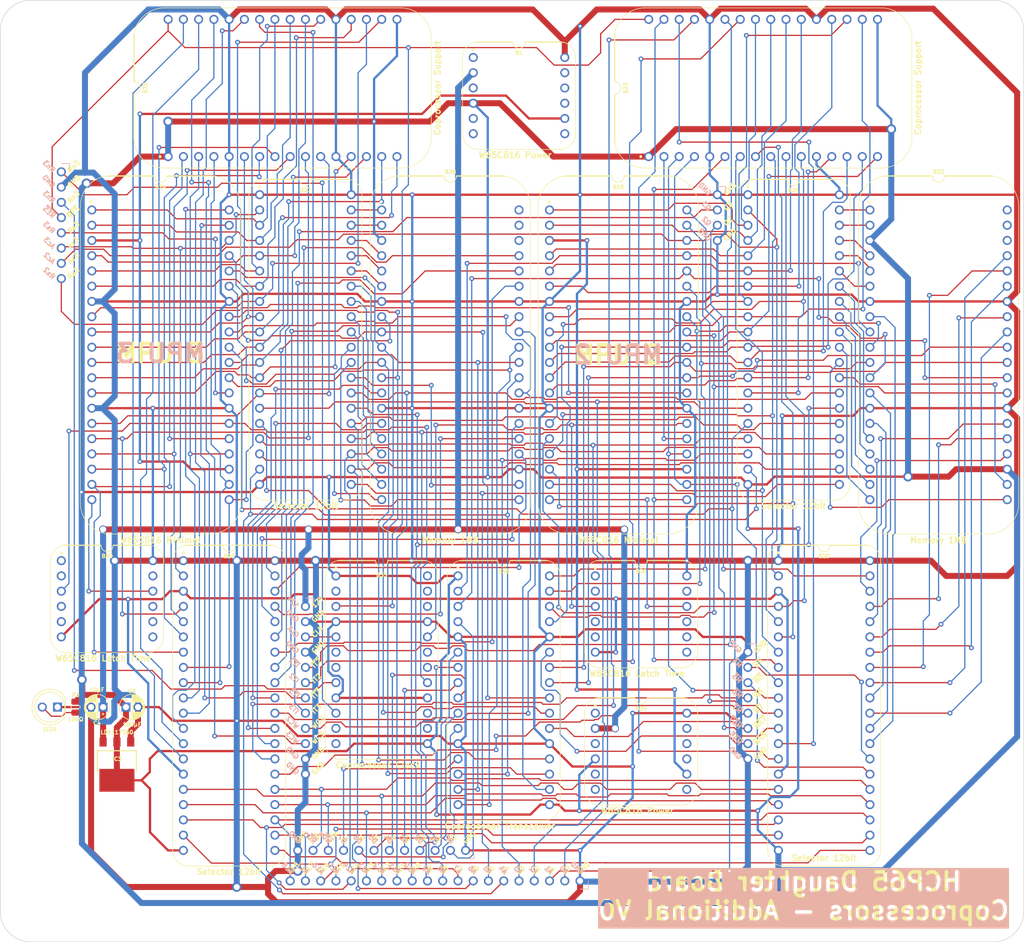
<source format=kicad_pcb>
(kicad_pcb (version 20241229) (generator "pcbnew") (generator_version "9.0")
  (title_block (title "Coprocessors") (date "2025-06-16") (rev "V0"))
  (layers (0 "F.Cu" signal) (2 "B.Cu" signal) (5 "F.SilkS" user "F.Silkscreen") (7 "B.SilkS" user "B.Silkscreen") (1 "F.Mask" user) (3 "B.Mask" user) (25 "Edge.Cuts" user))
  (net 0 "")
  (net 1 "/5V")
  (net 2 "/GND")
  (net 3 "/3.3V")
  (net 4 "/12V")
  (net 5 "/~{Reset}")
  (net 6 "/Write Clear 2")
  (net 7 "/Write Clear 3")
  (net 8 "/AM18")
  (net 9 "/AM13")
  (net 10 "/AM15")
  (net 11 "/AM14")
  (net 12 "/AM16")
  (net 13 "/~{Main WD}")
  (net 14 "/AM17")
  (net 15 "/~{Main RD}")
  (net 16 "/AM12")
  (net 17 "/AM8")
  (net 18 "/AM2")
  (net 19 "/AM9")
  (net 20 "/AM1")
  (net 21 "/AM7")
  (net 22 "/AM5")
  (net 23 "/AM10")
  (net 24 "/AM6")
  (net 25 "/AM4")
  (net 26 "/AM3")
  (net 27 "/AM11")
  (net 28 "/AM0")
  (net 29 "/DM4")
  (net 30 "/DM5")
  (net 31 "/DM7")
  (net 32 "/DM0")
  (net 33 "/DM2")
  (net 34 "/DM6")
  (net 35 "/DM1")
  (net 36 "/DM3")
  (net 37 "Net-(LED1-A)")
  (net 38 "/M~{Memory4}")
  (net 39 "/M~{Memory7}")
  (net 40 "/M~{Memory5}")
  (net 41 "/M~{Memory6}")
  (net 42 "/40MHz")
  (net 43 "/C~{Reset}2")
  (net 44 "/~{INT2}")
  (net 45 "/~{INT3}")
  (net 46 "/C~{Reset}3")
  (net 47 "/INT2")
  (net 48 "/INT3")
  (net 49 "/W65C816V3")
  (net 50 "/CA2~{RD}")
  (net 51 "/CA2M13")
  (net 52 "/CA2M1")
  (net 53 "/Bank Latch2")
  (net 54 "/CA2M17")
  (net 55 "/CA2~{WD}")
  (net 56 "/Q2D4")
  (net 57 "/CA2M5")
  (net 58 "/Q2D7")
  (net 59 "/Q2D5")
  (net 60 "/CA2M9")
  (net 61 "/CA2M0")
  (net 62 "/Q2D3")
  (net 63 "/CA2M6")
  (net 64 "/CA2M12")
  (net 65 "/CA2M2")
  (net 66 "/Q2D0")
  (net 67 "/CA2M15")
  (net 68 "/CA2M7")
  (net 69 "/W65C816V2")
  (net 70 "/CA2M8")
  (net 71 "/Q2D1")
  (net 72 "/Q2D2")
  (net 73 "/Q2D6")
  (net 74 "/CA2M19")
  (net 75 "/CA2M14")
  (net 76 "/CA2M3")
  (net 77 "/CA2M18")
  (net 78 "/CPHI22")
  (net 79 "/CA2M16")
  (net 80 "/CA2M4")
  (net 81 "/CA2M10")
  (net 82 "/CA2M11")
  (net 83 "/Q2S~{Memory1}")
  (net 84 "/Q2S~{WD}")
  (net 85 "/Q2S18")
  (net 86 "/Q2S~{Memory0}")
  (net 87 "/Q2S12")
  (net 88 "/Q2S~{RD}")
  (net 89 "/~{CA2MMemory0}")
  (net 90 "/~{CA2MMemory1}")
  (net 91 "/Q2S17")
  (net 92 "/Q2S13")
  (net 93 "/Q2S15")
  (net 94 "/Q2S16")
  (net 95 "/Q2S14")
  (net 96 "/Q2S9")
  (net 97 "/Q2S8")
  (net 98 "/Q2S10")
  (net 99 "/Q2S3")
  (net 100 "/Q2S7")
  (net 101 "/Q2S0")
  (net 102 "/Q2S2")
  (net 103 "/Q2S11")
  (net 107 "/Q2")
  (net 108 "/Q3")
  (net 109 "/Q2S4")
  (net 110 "/Q2S1")
  (net 111 "/Q2S5")
  (net 112 "/Q2S6")
  (net 113 "/CA3M8")
  (net 114 "/CA3M7")
  (net 115 "/CA3M18")
  (net 116 "/CA3M4")
  (net 117 "/CA3M9")
  (net 118 "/CA3M16")
  (net 119 "/Q3D2")
  (net 120 "/CA3M2")
  (net 121 "/Q3D6")
  (net 122 "/CA3M10")
  (net 123 "/Q3D4")
  (net 124 "/CA3M14")
  (net 125 "/CA3M11")
  (net 126 "/Q3D0")
  (net 127 "/Q3D3")
  (net 128 "/CA3M1")
  (net 129 "/CA3M3")
  (net 130 "/CA3M17")
  (net 131 "/CA3~{RD}")
  (net 132 "/CA3M0")
  (net 133 "/CA3~{WD}")
  (net 134 "/Q3D7")
  (net 135 "/Bank Latch3")
  (net 136 "/CPHI23")
  (net 137 "/Q3D1")
  (net 138 "/CA3M19")
  (net 139 "/Q3D5")
  (net 140 "/CA3M13")
  (net 141 "/CA3M6")
  (net 142 "/CA3M15")
  (net 143 "/CA3M12")
  (net 144 "/CA3M5")
  (net 145 "/Q3S16")
  (net 146 "/~{CA3MMemory0}")
  (net 147 "/Q3S~{RD}")
  (net 148 "/Q3S13")
  (net 149 "/Q3S17")
  (net 150 "/~{CA3MMemory1}")
  (net 151 "/Q3S~{Memory0}")
  (net 152 "/Q3S15")
  (net 153 "/Q3S~{WD}")
  (net 154 "/Q3S14")
  (net 155 "/Q3S18")
  (net 156 "/Q3S~{Memory1}")
  (net 160 "/Q3S12")
  (net 161 "/CAccess2")
  (net 162 "/M~{Memory4•5}")
  (net 166 "/M~{Memory6•7}")
  (net 169 "/Q3S6")
  (net 172 "/CAccess3")
  (net 173 "/Q3S5")
  (net 174 "/Q3S11")
  (net 175 "/Q3S9")
  (net 176 "/Q3S4")
  (net 177 "/Q3S7")
  (net 178 "/Q3S2")
  (net 179 "/Q3S0")
  (net 180 "/Q3S1")
  (net 181 "/Q3S3")
  (net 202 "/CRun2")
  (net 203 "/CRun3")
  (net 219 "/Q3S8")
  (net 222 "/Q3S10")
  (footprint "HCP65_Parts:HCP65_Coprocessor_Support" (layer "F.Cu") (at 60.96 -130.81 90)
    (property "Reference" "B29")
    (property "Value" "Coprocessor Support" (hide yes))
  )
  (footprint "HCP65_Parts:HCP65_Selector_12bit" (layer "F.Cu") (at 76.2 -124.46)
    (property "Reference" "B27")
    (property "Value" "Selector 12bit" (hide yes))
  )
  (footprint "SamacSys_Parts:CP_Radial_D4.0mm_P2.00mm" (layer "F.Cu") (at 50.133 -39.105 180)
    (property "Reference" "C4")
    (property "Value" "10μF")
  )
  (footprint "HCP65_Parts:HCP65_W65C816_Minimal" (layer "F.Cu") (at 48.26 -121.92)
    (property "Reference" "B24")
    (property "Value" "W65C816 Minimal" (hide yes))
  )
  (footprint "SamacSys_Parts:LED_D5.0mm" (layer "F.Cu") (at 42.545 -39.116 180)
    (property "Reference" "LED1")
    (property "Value" "Red")
  )
  (footprint "HCP65_Parts:HCP65_W65C816_Latch_Time" (layer "F.Cu") (at 132.08 -60.96)
    (property "Reference" "B36")
    (property "Value" "W65C816_Latch_Time" (hide yes))
  )
  (footprint "HCP65_Parts:HCP65_Memory_1MB" (layer "F.Cu") (at 96.52 -121.92)
    (property "Reference" "B28")
    (property "Value" "Memory 1MB" (hide yes))
  )
  (footprint "HCP65_Parts:HCP65_Memory_1MB" (layer "F.Cu") (at 177.8 -121.92)
    (property "Reference" "B22")
    (property "Value" "Memory 1MB" (hide yes))
  )
  (footprint "SamacSys_Parts:CP_Radial_D4.0mm_P2.00mm" (layer "F.Cu") (at 53.943 -39.105)
    (property "Reference" "C3")
    (property "Value" "100μF")
  )
  (footprint "HCP65_Parts:HCP65_Selector_12bit" (layer "F.Cu") (at 63.5 -63.5)
    (property "Reference" "B26")
    (property "Value" "Selector 12bit" (hide yes))
  )
  (footprint "SamacSys_Parts:LD1117S33C" (layer "F.Cu") (at 52.433 -30.088 180)
    (property "Reference" "IC3")
    (property "Value" "LD1117S50C" (hide yes))
  )
  (footprint "HCP65_Parts:HCP65_Coprocessor_Support" (layer "F.Cu") (at 140.97 -130.81 90)
    (property "Reference" "B23")
    (property "Value" "Coprocessor Support" (hide yes))
  )
  (footprint "HCP65_Parts:HCP65_W65C816_Power" (layer "F.Cu") (at 111.76 -147.32)
    (property "Reference" "B1")
    (property "Value" "W65C816 Power" (hide yes))
  )
  (footprint "HCP65_Parts:HCP65_Selector_12bit" (layer "F.Cu") (at 162.56 -63.5)
    (property "Reference" "B20")
    (property "Value" "Selector 12bit" (hide yes))
  )
  (footprint "HCP65_Parts:HCP65_Coprocessor_Clock" (layer "F.Cu") (at 88.9 -60.96)
    (property "Reference" "B35")
    (property "Value" "Coprocessor Clock" (hide yes))
  )
  (footprint "HCP65_Parts:HCP65_Selector_12bit" (layer "F.Cu") (at 157.48 -124.46)
    (property "Reference" "B21")
    (property "Value" "Selector 12bit" (hide yes))
  )
  (footprint "HCP65_Parts:HCP65_W65C816_Power" (layer "F.Cu") (at 132.08 -38.1)
    (property "Reference" "B25")
    (property "Value" "W65C816 Power" (hide yes))
  )
  (footprint "HCP65_Parts:HCP65_W65C816_Latch_Time" (layer "F.Cu") (at 43.18 -63.5)
    (property "Reference" "B30")
    (property "Value" "W65C816_Latch_Time" (hide yes))
  )
  (footprint "SamacSys_Parts:R_0805" (layer "F.Cu") (at 45.561 -39.105)
    (property "Reference" "R3")
    (property "Value" "10KΩ")
  )
  (footprint "HCP65_Parts:HCP65_Coprocessor_Transceiver" (layer "F.Cu") (at 109.22 -60.96)
    (property "Reference" "B38")
    (property "Value" "Coprocessor Transceiver" (hide yes))
  )
  (footprint "HCP65_Parts:HCP65_W65C816_Minimal" (layer "F.Cu") (at 124.46 -121.92)
    (property "Reference" "B18")
    (property "Value" "W65C816 Minimal" (hide yes))
  )
  (footprint "Connector_PinHeader_2.54mm:PinHeader_1x08_P2.54mm_Vertical" (layer "B.Cu") (at 157.48 -48.26 180)
    (property "Reference" "J9" (hide yes))
    (property "Value" "Conn_01x08_Pin")
  )
  (footprint "Connector_PinHeader_2.54mm:PinHeader_1x12_P2.54mm_Vertical" (layer "B.Cu") (at 110.49 -15.24 90)
    (property "Reference" "J8" (hide yes))
    (property "Value" "Conn_01x12_Pin")
  )
  (footprint "Connector_PinHeader_2.54mm:PinHeader_1x12_P2.54mm_Vertical" (layer "B.Cu") (at 83.82 -55.88 180)
    (property "Reference" "J10" (hide yes))
    (property "Value" "Conn_01x12_Pin")
  )
  (footprint "Connector_PinHeader_2.54mm:PinHeader_1x20_P2.54mm_Vertical" (layer "B.Cu") (at 129.54 -10.16 90)
    (property "Reference" "J11" (hide yes))
    (property "Value" "Conn_01x20_Pin")
  )
  (footprint "Connector_PinHeader_2.54mm:PinHeader_1x04_P2.54mm_Vertical" (layer "B.Cu") (at 152.4 -124.46 180)
    (property "Reference" "J12" (hide yes))
    (property "Value" "Conn_01x04_Pin")
  )
  (footprint "Connector_PinHeader_2.54mm:PinHeader_1x08_P2.54mm_Vertical" (layer "B.Cu") (at 43.18 -128.27 180)
    (property "Reference" "J13" (hide yes))
    (property "Value" "Conn_01x08_Pin")
  )
  (gr_arc (start 203.417898 -5.079999) (mid 201.93 -1.487897) (end 198.337898 0.000001) (stroke (width 0.1)) (layer "Edge.Cuts"))
  (gr_line (start 33.028 -5.08) (end 33.02 -151.765) (stroke (width 0.1)) (layer "Edge.Cuts"))
  (gr_line (start 198.337898 0) (end 38.108 0) (stroke (width 0.1)) (layer "Edge.Cuts"))
  (gr_line (start 198.3299 -156.845) (end 38.1 -156.845) (stroke (width 0.1)) (layer "Edge.Cuts"))
  (gr_arc (start 33.02 -151.765) (mid 34.507898 -155.357102) (end 38.1 -156.845) (stroke (width 0.1)) (layer "Edge.Cuts"))
  (gr_arc (start 38.108 0) (mid 34.515898 -1.487898) (end 33.028 -5.08) (stroke (width 0.1)) (layer "Edge.Cuts"))
  (gr_line (start 203.417898 -5.08) (end 203.409 -151.765) (stroke (width 0.1)) (layer "Edge.Cuts"))
  (gr_arc (start 198.329897 -156.845) (mid 201.921999 -155.357102) (end 203.409897 -151.765) (stroke (width 0.1)) (layer "Edge.Cuts"))
  (gr_text "A7" (at 109.22 -11.049 45) (layer "F.SilkS") (effects (font (size 0.8 0.8) (thickness 0.2) (bold yes)) (justify left bottom)))
  (gr_text "Rs2" (at 44.323 -110.49 45) (layer "F.SilkS") (effects (font (size 0.8 0.8) (thickness 0.2) (bold yes)) (justify left)))
  (gr_text "Rn3" (at 44.323 -123.19 45) (layer "F.SilkS") (effects (font (size 0.8 0.8) (thickness 0.2) (bold yes)) (justify left)))
  (gr_text "GND" (at 158.623 -30.48 45) (layer "F.SilkS") (effects (font (size 0.8 0.8) (thickness 0.2) (bold yes)) (justify left)))
  (gr_text "~{WD}_{M}" (at 87.63 -16.129 45) (layer "F.SilkS") (effects (font (size 0.8 0.8) (thickness 0.2) (bold yes)) (justify left bottom)))
  (gr_text "D6" (at 92.71 -16.129 45) (layer "F.SilkS") (effects (font (size 0.8 0.8) (thickness 0.2) (bold yes)) (justify left bottom)))
  (gr_text "A2" (at 121.92 -11.049 45) (layer "F.SilkS") (effects (font (size 0.8 0.8) (thickness 0.2) (bold yes)) (justify left bottom)))
  (gr_text "GND" (at 153.543 -116.84 45) (layer "F.SilkS") (effects (font (size 0.8 0.8) (thickness 0.2) (bold yes)) (justify left)))
  (gr_text "A8" (at 106.68 -11.049 45) (layer "F.SilkS") (effects (font (size 0.8 0.8) (thickness 0.2) (bold yes)) (justify left bottom)))
  (gr_text "12V" (at 84.963 -55.753 45) (layer "F.SilkS") (effects (font (size 0.8 0.8) (thickness 0.2) (bold yes)) (justify left)))
  (gr_text "~{M4}" (at 158.623 -45.72 45) (layer "F.SilkS") (effects (font (size 0.8 0.8) (thickness 0.2) (bold yes)) (justify left)))
  (gr_text "Rs3" (at 44.323 -118.11 45) (layer "F.SilkS") (effects (font (size 0.8 0.8) (thickness 0.2) (bold yes)) (justify left)))
  (gr_text "GND" (at 84.963 -30.48 45) (layer "F.SilkS") (effects (font (size 0.8 0.8) (thickness 0.2) (bold yes)) (justify left)))
  (gr_text "GND" (at 84.963 -53.34 45) (layer "F.SilkS") (effects (font (size 0.8 0.8) (thickness 0.2) (bold yes)) (justify left)))
  (gr_text "~{RES}" (at 44.323 -120.65 45) (layer "F.SilkS") (effects (font (size 0.8 0.8) (thickness 0.2) (bold yes)) (justify left)))
  (gr_text "D7" (at 90.17 -16.129 45) (layer "F.SilkS") (effects (font (size 0.8 0.8) (thickness 0.2) (bold yes)) (justify left bottom)))
  (gr_text "A6" (at 111.76 -11.049 45) (layer "F.SilkS") (effects (font (size 0.8 0.8) (thickness 0.2) (bold yes)) (justify left bottom)))
  (gr_text "A17" (at 83.82 -11.049 45) (layer "F.SilkS") (effects (font (size 0.8 0.8) (thickness 0.2) (bold yes)) (justify left bottom)))
  (gr_text "D0" (at 107.95 -16.129 45) (layer "F.SilkS") (effects (font (size 0.8 0.8) (thickness 0.2) (bold yes)) (justify left bottom)))
  (gr_text "~{IT3}" (at 84.963 -40.64 45) (layer "F.SilkS") (effects (font (size 0.8 0.8) (thickness 0.2) (bold yes)) (justify left)))
  (gr_text "GND" (at 82.55 -16.129 45) (layer "F.SilkS") (effects (font (size 0.8 0.8) (thickness 0.2) (bold yes)) (justify left bottom)))
  (gr_text "GND" (at 158.623 -48.26 45) (layer "F.SilkS") (effects (font (size 0.8 0.8) (thickness 0.2) (bold yes)) (justify left)))
  (gr_text "~{M7}" (at 158.623 -38.1 45) (layer "F.SilkS") (effects (font (size 0.8 0.8) (thickness 0.2) (bold yes)) (justify left)))
  (gr_text "GND" (at 153.543 -124.46 45) (layer "F.SilkS") (effects (font (size 0.8 0.8) (thickness 0.2) (bold yes)) (justify left)))
  (gr_text "MPU 3" (at 59.69 -98.044 -0) (layer "F.SilkS") (effects (font (size 3 3) (thickness 0.6) (bold yes))))
  (gr_text "IT2" (at 84.963 -43.18 45) (layer "F.SilkS") (effects (font (size 0.8 0.8) (thickness 0.2) (bold yes)) (justify left)))
  (gr_text "GND" (at 129.54 -11.049 45) (layer "F.SilkS") (effects (font (size 0.8 0.8) (thickness 0.2) (bold yes)) (justify left bottom)))
  (gr_text "CLK" (at 84.963 -50.8 45) (layer "F.SilkS") (effects (font (size 0.8 0.8) (thickness 0.2) (bold yes)) (justify left)))
  (gr_text "A12" (at 96.52 -11.049 45) (layer "F.SilkS") (effects (font (size 0.8 0.8) (thickness 0.2) (bold yes)) (justify left bottom)))
  (gr_text "A10" (at 101.6 -11.049 45) (layer "F.SilkS") (effects (font (size 0.8 0.8) (thickness 0.2) (bold yes)) (justify left bottom)))
  (gr_text "Q2" (at 153.543 -119.38 45) (layer "F.SilkS") (effects (font (size 0.8 0.8) (thickness 0.2) (bold yes)) (justify left)))
  (gr_text "Ac3" (at 44.323 -115.57 45) (layer "F.SilkS") (effects (font (size 0.8 0.8) (thickness 0.2) (bold yes)) (justify left)))
  (gr_text "D4" (at 97.79 -16.129 45) (layer "F.SilkS") (effects (font (size 0.8 0.8) (thickness 0.2) (bold yes)) (justify left bottom)))
  (gr_text "A15" (at 88.9 -11.049 45) (layer "F.SilkS") (effects (font (size 0.8 0.8) (thickness 0.2) (bold yes)) (justify left bottom)))
  (gr_text "Ac2" (at 44.323 -113.03 45) (layer "F.SilkS") (effects (font (size 0.8 0.8) (thickness 0.2) (bold yes)) (justify left)))
  (gr_text "HCP65 Daughter Board\nCoprocessors - Additional V0" (at 166.751 -7.62 0) (layer "F.SilkS" knockout) (effects (font (size 3 3) (thickness 0.6) (bold yes))))
  (gr_text "GND" (at 110.49 -16.129 45) (layer "F.SilkS") (effects (font (size 0.8 0.8) (thickness 0.2) (bold yes)) (justify left bottom)))
  (gr_text "~{M6}" (at 158.623 -40.64 45) (layer "F.SilkS") (effects (font (size 0.8 0.8) (thickness 0.2) (bold yes)) (justify left)))
  (gr_text "~{M67}" (at 158.623 -35.56 45) (layer "F.SilkS") (effects (font (size 0.8 0.8) (thickness 0.2) (bold yes)) (justify left)))
  (gr_text "A5" (at 114.3 -11.049 45) (layer "F.SilkS") (effects (font (size 0.8 0.8) (thickness 0.2) (bold yes)) (justify left bottom)))
  (gr_text "A0" (at 127 -11.049 45) (layer "F.SilkS") (effects (font (size 0.8 0.8) (thickness 0.2) (bold yes)) (justify left bottom)))
  (gr_text "A18" (at 81.28 -11.049 45) (layer "F.SilkS") (effects (font (size 0.8 0.8) (thickness 0.2) (bold yes)) (justify left bottom)))
  (gr_text "MPU 2" (at 135.89 -97.79 -0) (layer "F.SilkS") (effects (font (size 3 3) (thickness 0.6) (bold yes))))
  (gr_text "GND" (at 44.323 -125.73 45) (layer "F.SilkS") (effects (font (size 0.8 0.8) (thickness 0.2) (bold yes)) (justify left)))
  (gr_text "Q3" (at 153.543 -121.92 45) (layer "F.SilkS") (effects (font (size 0.8 0.8) (thickness 0.2) (bold yes)) (justify left)))
  (gr_text "A11" (at 99.06 -11.049 45) (layer "F.SilkS") (effects (font (size 0.8 0.8) (thickness 0.2) (bold yes)) (justify left bottom)))
  (gr_text "A9" (at 104.14 -11.049 45) (layer "F.SilkS") (effects (font (size 0.8 0.8) (thickness 0.2) (bold yes)) (justify left bottom)))
  (gr_text "A1" (at 124.46 -11.049 45) (layer "F.SilkS") (effects (font (size 0.8 0.8) (thickness 0.2) (bold yes)) (justify left bottom)))
  (gr_text "IT3" (at 84.963 -38.1 45) (layer "F.SilkS") (effects (font (size 0.8 0.8) (thickness 0.2) (bold yes)) (justify left)))
  (gr_text "D5" (at 95.25 -16.129 45) (layer "F.SilkS") (effects (font (size 0.8 0.8) (thickness 0.2) (bold yes)) (justify left bottom)))
  (gr_text "D2" (at 102.87 -16.129 45) (layer "F.SilkS") (effects (font (size 0.8 0.8) (thickness 0.2) (bold yes)) (justify left bottom)))
  (gr_text "Rn3" (at 44.323 -128.27 45) (layer "F.SilkS") (effects (font (size 0.8 0.8) (thickness 0.2) (bold yes)) (justify left)))
  (gr_text "WC3" (at 84.963 -33.02 45) (layer "F.SilkS") (effects (font (size 0.8 0.8) (thickness 0.2) (bold yes)) (justify left)))
  (gr_text "D1" (at 105.41 -16.129 45) (layer "F.SilkS") (effects (font (size 0.8 0.8) (thickness 0.2) (bold yes)) (justify left bottom)))
  (gr_text "A14" (at 91.44 -11.049 45) (layer "F.SilkS") (effects (font (size 0.8 0.8) (thickness 0.2) (bold yes)) (justify left bottom)))
  (gr_text "WC2" (at 84.963 -35.56 45) (layer "F.SilkS") (effects (font (size 0.8 0.8) (thickness 0.2) (bold yes)) (justify left)))
  (gr_text "D3" (at 100.33 -16.129 45) (layer "F.SilkS") (effects (font (size 0.8 0.8) (thickness 0.2) (bold yes)) (justify left bottom)))
  (gr_text "A13" (at 93.853 -11.049 45) (layer "F.SilkS") (effects (font (size 0.8 0.8) (thickness 0.2) (bold yes)) (justify left bottom)))
  (gr_text "A16" (at 86.36 -11.049 45) (layer "F.SilkS") (effects (font (size 0.8 0.8) (thickness 0.2) (bold yes)) (justify left bottom)))
  (gr_text "GND" (at 84.963 -27.94 45) (layer "F.SilkS") (effects (font (size 0.8 0.8) (thickness 0.2) (bold yes)) (justify left)))
  (gr_text "A4" (at 116.84 -11.049 45) (layer "F.SilkS") (effects (font (size 0.8 0.8) (thickness 0.2) (bold yes)) (justify left bottom)))
  (gr_text "~{M5}" (at 158.623 -43.18 45) (layer "F.SilkS") (effects (font (size 0.8 0.8) (thickness 0.2) (bold yes)) (justify left)))
  (gr_text "GND" (at 84.963 -48.133 45) (layer "F.SilkS") (effects (font (size 0.8 0.8) (thickness 0.2) (bold yes)) (justify left)))
  (gr_text "~{RD}_{M}" (at 85.09 -16.129 45) (layer "F.SilkS") (effects (font (size 0.8 0.8) (thickness 0.2) (bold yes)) (justify left bottom)))
  (gr_text "A3" (at 119.38 -11.049 45) (layer "F.SilkS") (effects (font (size 0.8 0.8) (thickness 0.2) (bold yes)) (justify left bottom)))
  (gr_text "~{M45}" (at 158.623 -32.893 45) (layer "F.SilkS") (effects (font (size 0.8 0.8) (thickness 0.2) (bold yes)) (justify left)))
  (gr_text "~{IT2}" (at 84.963 -45.72 45) (layer "F.SilkS") (effects (font (size 0.8 0.8) (thickness 0.2) (bold yes)) (justify left)))
  (gr_text "A2" (at 122.047 -11.049 -45) (layer "B.SilkS") (effects (font (size 0.8 0.8) (thickness 0.2) (bold yes)) (justify left bottom mirror)))
  (gr_text "~{M45}" (at 156.337 -32.893 -45) (layer "B.SilkS") (effects (font (size 0.8 0.8) (thickness 0.2) (bold yes)) (justify left mirror)))
  (gr_text "~{M6}" (at 156.337 -40.64 -45) (layer "B.SilkS") (effects (font (size 0.8 0.8) (thickness 0.2) (bold yes)) (justify left mirror)))
  (gr_text "A5" (at 114.427 -11.049 -45) (layer "B.SilkS") (effects (font (size 0.8 0.8) (thickness 0.2) (bold yes)) (justify left bottom mirror)))
  (gr_text "A14" (at 91.567 -11.049 -45) (layer "B.SilkS") (effects (font (size 0.8 0.8) (thickness 0.2) (bold yes)) (justify left bottom mirror)))
  (gr_text "GND" (at 82.624562 -30.48 -45) (layer "B.SilkS") (effects (font (size 0.8 0.8) (thickness 0.2) (bold yes)) (justify left mirror)))
  (gr_text "GND" (at 151.257 -124.46 -45) (layer "B.SilkS") (effects (font (size 0.8 0.8) (thickness 0.2) (bold yes)) (justify left mirror)))
  (gr_text "A0" (at 127.127 -11.049 -45) (layer "B.SilkS") (effects (font (size 0.8 0.8) (thickness 0.2) (bold yes)) (justify left bottom mirror)))
  (gr_text "~{IT3}" (at 82.624562 -40.64 -45) (layer "B.SilkS") (effects (font (size 0.8 0.8) (thickness 0.2) (bold yes)) (justify left mirror)))
  (gr_text "CLK" (at 82.624562 -50.8 -45) (layer "B.SilkS") (effects (font (size 0.8 0.8) (thickness 0.2) (bold yes)) (justify left mirror)))
  (gr_text "A18" (at 81.407 -11.049 -45) (layer "B.SilkS") (effects (font (size 0.8 0.8) (thickness 0.2) (bold yes)) (justify left bottom mirror)))
  (gr_text "Ac2" (at 42.037 -113.03 -45) (layer "B.SilkS") (effects (font (size 0.8 0.8) (thickness 0.2) (bold yes)) (justify left mirror)))
  (gr_text "A15" (at 89.027 -11.049 -45) (layer "B.SilkS") (effects (font (size 0.8 0.8) (thickness 0.2) (bold yes)) (justify left bottom mirror)))
  (gr_text "~{M67}" (at 156.337 -35.56 -45) (layer "B.SilkS") (effects (font (size 0.8 0.8) (thickness 0.2) (bold yes)) (justify left mirror)))
  (gr_text "D2" (at 102.997 -16.129 -45) (layer "B.SilkS") (effects (font (size 0.8 0.8) (thickness 0.2) (bold yes)) (justify left bottom mirror)))
  (gr_text "~{WD}_{M}" (at 87.757 -16.129 -45) (layer "B.SilkS") (effects (font (size 0.8 0.8) (thickness 0.2) (bold yes)) (justify left bottom mirror)))
  (gr_text "GND" (at 82.624562 -48.133 -45) (layer "B.SilkS") (effects (font (size 0.8 0.8) (thickness 0.2) (bold yes)) (justify left mirror)))
  (gr_text "MPU 2" (at 135.89 -97.79 0) (layer "B.SilkS") (effects (font (size 3 3) (thickness 0.6) (bold yes)) (justify mirror)))
  (gr_text "~{IT2}" (at 82.624562 -45.72 -45) (layer "B.SilkS") (effects (font (size 0.8 0.8) (thickness 0.2) (bold yes)) (justify left mirror)))
  (gr_text "Q3" (at 151.257 -121.92 -45) (layer "B.SilkS") (effects (font (size 0.8 0.8) (thickness 0.2) (bold yes)) (justify left mirror)))
  (gr_text "Rs3" (at 42.037 -118.11 -45) (layer "B.SilkS") (effects (font (size 0.8 0.8) (thickness 0.2) (bold yes)) (justify left mirror)))
  (gr_text "~{M4}" (at 156.337 -45.72 -45) (layer "B.SilkS") (effects (font (size 0.8 0.8) (thickness 0.2) (bold yes)) (justify left mirror)))
  (gr_text "D5" (at 95.377 -16.129 -45) (layer "B.SilkS") (effects (font (size 0.8 0.8) (thickness 0.2) (bold yes)) (justify left bottom mirror)))
  (gr_text "Rn3" (at 42.037 -128.27 -45) (layer "B.SilkS") (effects (font (size 0.8 0.8) (thickness 0.2) (bold yes)) (justify left mirror)))
  (gr_text "GND" (at 82.624562 -53.34 -45) (layer "B.SilkS") (effects (font (size 0.8 0.8) (thickness 0.2) (bold yes)) (justify left mirror)))
  (gr_text "A7" (at 109.347 -11.049 -45) (layer "B.SilkS") (effects (font (size 0.8 0.8) (thickness 0.2) (bold yes)) (justify left bottom mirror)))
  (gr_text "D6" (at 92.837 -16.129 -45) (layer "B.SilkS") (effects (font (size 0.8 0.8) (thickness 0.2) (bold yes)) (justify left bottom mirror)))
  (gr_text "D7" (at 90.297 -16.129 -45) (layer "B.SilkS") (effects (font (size 0.8 0.8) (thickness 0.2) (bold yes)) (justify left bottom mirror)))
  (gr_text "A11" (at 99.187 -11.049 -45) (layer "B.SilkS") (effects (font (size 0.8 0.8) (thickness 0.2) (bold yes)) (justify left bottom mirror)))
  (gr_text "A4" (at 116.967 -11.049 -45) (layer "B.SilkS") (effects (font (size 0.8 0.8) (thickness 0.2) (bold yes)) (justify left bottom mirror)))
  (gr_text "WC3" (at 82.624562 -33.02 -45) (layer "B.SilkS") (effects (font (size 0.8 0.8) (thickness 0.2) (bold yes)) (justify left mirror)))
  (gr_text "MPU 3" (at 59.69 -98.044 0) (layer "B.SilkS") (effects (font (size 3 3) (thickness 0.6) (bold yes)) (justify mirror)))
  (gr_text "HCP65 Daughter Board\nCoprocessors - Additional V0" (at 166.751 -7.62 0) (layer "B.SilkS" knockout) (effects (font (size 3 3) (thickness 0.6) (bold yes)) (justify mirror)))
  (gr_text "GND" (at 151.257 -116.84 -45) (layer "B.SilkS") (effects (font (size 0.8 0.8) (thickness 0.2) (bold yes)) (justify left mirror)))
  (gr_text "GND" (at 82.624562 -27.94 -45) (layer "B.SilkS") (effects (font (size 0.8 0.8) (thickness 0.2) (bold yes)) (justify left mirror)))
  (gr_text "~{M5}" (at 156.337 -43.18 -45) (layer "B.SilkS") (effects (font (size 0.8 0.8) (thickness 0.2) (bold yes)) (justify left mirror)))
  (gr_text "~{RES}" (at 42.037 -120.65 -45) (layer "B.SilkS") (effects (font (size 0.8 0.8) (thickness 0.2) (bold yes)) (justify left mirror)))
  (gr_text "D3" (at 100.457 -16.129 -45) (layer "B.SilkS") (effects (font (size 0.8 0.8) (thickness 0.2) (bold yes)) (justify left bottom mirror)))
  (gr_text "D0" (at 108.077 -16.129 -45) (layer "B.SilkS") (effects (font (size 0.8 0.8) (thickness 0.2) (bold yes)) (justify left bottom mirror)))
  (gr_text "~{M7}" (at 156.337 -38.1 -45) (layer "B.SilkS") (effects (font (size 0.8 0.8) (thickness 0.2) (bold yes)) (justify left mirror)))
  (gr_text "GND" (at 82.677 -16.129 -45) (layer "B.SilkS") (effects (font (size 0.8 0.8) (thickness 0.2) (bold yes)) (justify left bottom mirror)))
  (gr_text "GND" (at 156.337 -48.26 -45) (layer "B.SilkS") (effects (font (size 0.8 0.8) (thickness 0.2) (bold yes)) (justify left mirror)))
  (gr_text "12V" (at 82.624562 -55.753 -45) (layer "B.SilkS") (effects (font (size 0.8 0.8) (thickness 0.2) (bold yes)) (justify left mirror)))
  (gr_text "Rn3" (at 42.037 -123.19 -45) (layer "B.SilkS") (effects (font (size 0.8 0.8) (thickness 0.2) (bold yes)) (justify left mirror)))
  (gr_text "A10" (at 101.727 -11.049 -45) (layer "B.SilkS") (effects (font (size 0.8 0.8) (thickness 0.2) (bold yes)) (justify left bottom mirror)))
  (gr_text "D1" (at 105.537 -16.129 -45) (layer "B.SilkS") (effects (font (size 0.8 0.8) (thickness 0.2) (bold yes)) (justify left bottom mirror)))
  (gr_text "GND" (at 42.037 -125.73 -45) (layer "B.SilkS") (effects (font (size 0.8 0.8) (thickness 0.2) (bold yes)) (justify left mirror)))
  (gr_text "Ac3" (at 42.037 -115.57 -45) (layer "B.SilkS") (effects (font (size 0.8 0.8) (thickness 0.2) (bold yes)) (justify left mirror)))
  (gr_text "A13" (at 93.98 -11.049 -45) (layer "B.SilkS") (effects (font (size 0.8 0.8) (thickness 0.2) (bold yes)) (justify left bottom mirror)))
  (gr_text "A6" (at 111.887 -11.049 -45) (layer "B.SilkS") (effects (font (size 0.8 0.8) (thickness 0.2) (bold yes)) (justify left bottom mirror)))
  (gr_text "A17" (at 83.947 -11.049 -45) (layer "B.SilkS") (effects (font (size 0.8 0.8) (thickness 0.2) (bold yes)) (justify left bottom mirror)))
  (gr_text "Q2" (at 151.257 -119.38 -45) (layer "B.SilkS") (effects (font (size 0.8 0.8) (thickness 0.2) (bold yes)) (justify left mirror)))
  (gr_text "A12" (at 96.647 -11.049 -45) (layer "B.SilkS") (effects (font (size 0.8 0.8) (thickness 0.2) (bold yes)) (justify left bottom mirror)))
  (gr_text "GND" (at 129.667 -11.049 -45) (layer "B.SilkS") (effects (font (size 0.8 0.8) (thickness 0.2) (bold yes)) (justify left bottom mirror)))
  (gr_text "A3" (at 119.507 -11.049 -45) (layer "B.SilkS") (effects (font (size 0.8 0.8) (thickness 0.2) (bold yes)) (justify left bottom mirror)))
  (gr_text "A1" (at 124.587 -11.049 -45) (layer "B.SilkS") (effects (font (size 0.8 0.8) (thickness 0.2) (bold yes)) (justify left bottom mirror)))
  (gr_text "A9" (at 104.267 -11.049 -45) (layer "B.SilkS") (effects (font (size 0.8 0.8) (thickness 0.2) (bold yes)) (justify left bottom mirror)))
  (gr_text "GND" (at 156.337 -30.48 -45) (layer "B.SilkS") (effects (font (size 0.8 0.8) (thickness 0.2) (bold yes)) (justify left mirror)))
  (gr_text "WC2" (at 82.624562 -35.56 -45) (layer "B.SilkS") (effects (font (size 0.8 0.8) (thickness 0.2) (bold yes)) (justify left mirror)))
  (gr_text "~{RD}_{M}" (at 85.217 -16.129 -45) (layer "B.SilkS") (effects (font (size 0.8 0.8) (thickness 0.2) (bold yes)) (justify left bottom mirror)))
  (gr_text "IT2" (at 82.624562 -43.18 -45) (layer "B.SilkS") (effects (font (size 0.8 0.8) (thickness 0.2) (bold yes)) (justify left mirror)))
  (gr_text "A8" (at 106.807 -11.049 -45) (layer "B.SilkS") (effects (font (size 0.8 0.8) (thickness 0.2) (bold yes)) (justify left bottom mirror)))
  (gr_text "D4" (at 97.917 -16.129 -45) (layer "B.SilkS") (effects (font (size 0.8 0.8) (thickness 0.2) (bold yes)) (justify left bottom mirror)))
  (gr_text "Rs2" (at 42.037 -110.49 -45) (layer "B.SilkS") (effects (font (size 0.8 0.8) (thickness 0.2) (bold yes)) (justify left mirror)))
  (gr_text "A16" (at 86.487 -11.049 -45) (layer "B.SilkS") (effects (font (size 0.8 0.8) (thickness 0.2) (bold yes)) (justify left bottom mirror)))
  (gr_text "IT3" (at 82.624562 -38.1 -45) (layer "B.SilkS") (effects (font (size 0.8 0.8) (thickness 0.2) (bold yes)) (justify left mirror)))
  (segment (start 106.9816 -60.96) (end 105.791 -59.7694) (width 0.38) (layer "F.Cu") (net 1))
  (segment (start 105.791 -59.7694) (end 102.362 -59.7694) (width 0.38) (layer "F.Cu") (net 1))
  (segment (start 52.433 -33.288) (end 52.433 -28.1755) (width 1) (layer "F.Cu") (net 1))
  (segment (start 56.526 -26.913) (end 52.433 -26.913) (width 0.38) (layer "F.Cu") (net 1))
  (segment (start 57.912 -30.48) (end 59.2076 -31.7756) (width 0.38) (layer "F.Cu") (net 1))
  (segment (start 90.678 -31.7756) (end 91.9224 -33.02) (width 0.38) (layer "F.Cu") (net 1))
  (segment (start 107.569 -139.7) (end 111.76 -139.7) (width 1) (layer "F.Cu") (net 1))
  (segment (start 200.66 -78.74) (end 192.151 -78.74) (width 1) (layer "F.Cu") (net 1))
  (segment (start 114.173 -77.4154) (end 87.745 -77.4154) (width 0.38) (layer "F.Cu") (net 1))
  (segment (start 91.9224 -33.02) (end 104.14 -33.02) (width 0.38) (layer "F.Cu") (net 1))
  (segment (start 109.22 -60.96) (end 106.9816 -60.96) (width 0.38) (layer "F.Cu") (net 1))
  (segment (start 74.93 -74.93) (end 46.571 -74.93) (width 0.38) (layer "F.Cu") (net 1))
  (segment (start 140.97 -130.81) (end 125.095 -130.81) (width 1) (layer "F.Cu") (net 1))
  (segment (start 101.1714 -60.96) (end 102.362 -59.7694) (width 0.38) (layer "F.Cu") (net 1))
  (segment (start 157.48 -76.2) (end 156.3383 -77.3417) (width 0.38) (layer "F.Cu") (net 1))
  (segment (start 53.943 -37.232) (end 53.943 -39.105) (width 1) (layer "F.Cu") (net 1))
  (segment (start 46.6705 -41.137) (end 45.551 -40.0175) (width 1) (layer "F.Cu") (net 1))
  (segment (start 124.46 -22.86) (end 122.936 -22.86) (width 0.38) (layer "F.Cu") (net 1))
  (segment (start 56.526 -26.913) (end 57.912 -28.299) (width 0.38) (layer "F.Cu") (net 1))
  (segment (start 76.2 -76.2) (end 74.93 -74.93) (width 0.38) (layer "F.Cu") (net 1))
  (segment (start 117.729 -78.74) (end 116.4044 -77.4154) (width 0.38) (layer "F.Cu") (net 1))
  (segment (start 56.261 -130.81) (end 51.816 -126.365) (width 1) (layer "F.Cu") (net 1))
  (segment (start 104.521 -136.652) (end 107.569 -139.7) (width 1) (layer "F.Cu") (net 1))
  (segment (start 127 -21.844) (end 129.413 -21.844) (width 0.38) (layer "F.Cu") (net 1))
  (segment (start 123.1913 -77.3417) (end 121.793 -78.74) (width 0.38) (layer "F.Cu") (net 1))
  (segment (start 124.46 -22.86) (end 125.984 -22.86) (width 0.38) (layer "F.Cu") (net 1))
  (segment (start 192.151 -78.74) (end 190.91275 -77.50175) (width 1) (layer "F.Cu") (net 1))
  (segment (start 59.2076 -31.7756) (end 90.678 -31.7756) (width 0.38) (layer "F.Cu") (net 1))
  (segment (start 95.25 -136.652) (end 104.521 -136.652) (width 1) (layer "F.Cu") (net 1))
  (segment (start 121.285 -21.209) (end 105.664 -21.209) (width 0.38) (layer "F.Cu") (net 1))
  (segment (start 52.433 -35.722) (end 53.943 -37.232) (width 1) (layer "F.Cu") (net 1))
  (segment (start 156.3383 -77.3417) (end 123.1913 -77.3417) (width 0.38) (layer "F.Cu") (net 1))
  (segment (start 122.936 -22.86) (end 121.285 -21.209) (width 0.38) (layer "F.Cu") (net 1))
  (segment (start 52.433 -33.288) (end 52.433 -35.722) (width 1) (layer "F.Cu") (net 1))
  (segment (start 46.6705 -41.137) (end 46.6705 -43.6265) (width 1) (layer "F.Cu") (net 1))
  (segment (start 60.96 -136.652) (end 95.25 -136.652) (width 1) (layer "F.Cu") (net 1))
  (segment (start 46.6705 -43.6265) (end 46.609 -43.688) (width 1) (layer "F.Cu") (net 1))
  (segment (start 129.413 -21.844) (end 159.131 -21.844) (width 0.38) (layer "F.Cu") (net 1))
  (segment (start 161.925 -77.50175) (end 184.15 -77.50175) (width 0.38) (layer "F.Cu") (net 1))
  (segment (start 77.4154 -77.4154) (end 87.745 -77.4154) (width 0.38) (layer "F.Cu") (net 1))
  (segment (start 88.9 -60.96) (end 101.1714 -60.96) (width 0.38) (layer "F.Cu") (net 1))
  (segment (start 53.943 -39.105) (end 51.911 -41.137) (width 1) (layer "F.Cu") (net 1))
  (segment (start 160.62325 -76.2) (end 161.925 -77.50175) (width 0.38) (layer "F.Cu") (net 1))
  (segment (start 121.793 -78.74) (end 119.38 -78.74) (width 0.38) (layer "F.Cu") (net 1))
  (segment (start 116.205 -139.7) (end 111.76 -139.7) (width 1) (layer "F.Cu") (net 1))
  (segment (start 190.91275 -77.50175) (end 184.15 -77.50175) (width 1) (layer "F.Cu") (net 1))
  (segment (start 125.095 -130.81) (end 116.205 -139.7) (width 1) (layer "F.Cu") (net 1))
  (segment (start 63.5 -15.24) (end 60.96 -15.24) (width 0.38) (layer "F.Cu") (net 1))
  (segment (start 116.4044 -77.4154) (end 114.173 -77.4154) (width 0.38) (layer "F.Cu") (net 1))
  (segment (start 119.38 -78.74) (end 117.729 -78.74) (width 0.38) (layer "F.Cu") (net 1))
  (segment (start 51.816 -126.365) (end 47.371 -126.365) (width 1) (layer "F.Cu") (net 1))
  (segment (start 60.96 -130.81) (end 56.261 -130.81) (width 1) (layer "F.Cu") (net 1))
  (segment (start 57.912 -28.299) (end 57.912 -30.48) (width 0.38) (layer "F.Cu") (net 1))
  (segment (start 145.542 -135.382) (end 181.356 -135.382) (width 1) (layer "F.Cu") (net 1))
  (segment (start 57.9423 -25.4967) (end 56.526 -26.913) (width 0.38) (layer "F.Cu") (net 1))
  (segment (start 60.96 -15.24) (end 57.9423 -18.2577) (width 0.38) (layer "F.Cu") (net 1))
  (segment (start 125.984 -22.86) (end 127 -21.844) (width 0.38) (layer "F.Cu") (net 1))
  (segment (start 76.2 -76.2) (end 77.4154 -77.4154) (width 0.38) (layer "F.Cu") (net 1))
  (segment (start 157.48 -76.2) (end 160.62325 -76.2) (width 0.38) (layer "F.Cu") (net 1))
  (segment (start 51.911 -41.137) (end 46.6705 -41.137) (width 1) (layer "F.Cu") (net 1))
  (segment (start 57.9423 -18.2577) (end 57.9423 -25.4967) (width 0.38) (layer "F.Cu") (net 1))
  (segment (start 157.48 -68.834) (end 165.862 -68.834) (width 0.38) (layer "F.Cu") (net 1))
  (segment (start 140.97 -130.81) (end 145.542 -135.382) (width 1) (layer "F.Cu") (net 1))
  (via (at 60.96 -136.652) (size 1.6) (drill 1) (layers "F.Cu" "B.Cu") (net 1))
  (via (at 46.609 -43.688) (size 1.6) (drill 1) (layers "F.Cu" "B.Cu") (net 1))
  (via (at 47.371 -126.365) (size 1.6) (drill 1) (layers "F.Cu" "B.Cu") (net 1))
  (via (at 114.173 -77.4154) (size 0.8) (drill 0.4) (layers "F.Cu" "B.Cu") (net 1))
  (via (at 159.131 -21.844) (size 0.8) (drill 0.4) (layers "F.Cu" "B.Cu") (net 1))
  (via (at 46.571 -74.93) (size 0.8) (drill 0.4) (layers "F.Cu" "B.Cu") (net 1))
  (via (at 157.48 -68.834) (size 0.8) (drill 0.4) (layers "F.Cu" "B.Cu") (net 1))
  (via (at 129.413 -21.844) (size 0.8) (drill 0.4) (layers "F.Cu" "B.Cu") (net 1))
  (via (at 165.862 -68.834) (size 0.8) (drill 0.4) (layers "F.Cu" "B.Cu") (net 1))
  (via (at 105.664 -21.209) (size 0.8) (drill 0.4) (layers "F.Cu" "B.Cu") (net 1))
  (via (at 95.25 -136.652) (size 0.8) (drill 0.4) (layers "F.Cu" "B.Cu") (net 1))
  (via (at 87.745 -77.4154) (size 0.8) (drill 0.4) (layers "F.Cu" "B.Cu") (net 1))
  (via (at 181.356 -135.382) (size 1.6) (drill 1) (layers "F.Cu" "B.Cu") (net 1))
  (via (at 184.15 -77.50175) (size 1.6) (drill 1) (layers "F.Cu" "B.Cu") (net 1))
  (segment (start 181.356 -120.396) (end 181.356 -135.382) (width 1) (layer "B.Cu") (net 1))
  (segment (start 164.465 -24.13) (end 165.862 -25.527) (width 0.38) (layer "B.Cu") (net 1))
  (segment (start 181.356 -137.033) (end 181.356 -135.382) (width 0.38) (layer "B.Cu") (net 1))
  (segment (start 105.664 -36.3855) (end 105.664 -34.544) (width 0.38) (layer "B.Cu") (net 1))
  (segment (start 200.66 -78.74) (end 202.311 -77.089) (width 1) (layer "B.Cu") (net 1))
  (segment (start 159.131 -21.844) (end 161.417 -24.13) (width 0.38) (layer "B.Cu") (net 1))
  (segment (start 60.96 -130.81) (end 60.96 -136.652) (width 1) (layer "B.Cu") (net 1))
  (segment (start 114.173 -137.287) (end 111.76 -139.7) (width 0.38) (layer "B.Cu") (net 1))
  (segment (start 99.06 -153.67) (end 99.06 -147.574) (width 0.38) (layer "B.Cu") (net 1))
  (segment (start 177.8 -116.84) (end 184.15 -110.49) (width 1) (layer "B.Cu") (net 1))
  (segment (start 129.413 -27.813) (end 132.08 -30.48) (width 0.38) (layer "B.Cu") (net 1))
  (segment (start 109.22 -60.96) (end 107.696 -59.436) (width 0.38) (layer "B.Cu") (net 1))
  (segment (start 129.413 -21.844) (end 129.413 -27.813) (width 0.38) (layer "B.Cu") (net 1))
  (segment (start 87.745 -62.115) (end 87.745 -77.4154) (width 0.38) (layer "B.Cu") (net 1))
  (segment (start 56.515 -6.477) (end 160.274 -6.477) (width 1) (layer "B.Cu") (net 1))
  (segment (start 46.571 -43.726) (end 46.571 -74.93) (width 1) (layer "B.Cu") (net 1))
  (segment (start 157.48 -76.2) (end 157.48 -68.834) (width 0.38) (layer "B.Cu") (net 1))
  (segment (start 162.56 -11.938) (end 162.56 -15.24) (width 1) (layer "B.Cu") (net 1))
  (segment (start 105.664 -31.496) (end 105.664 -21.209) (width 0.38) (layer "B.Cu") (net 1))
  (segment (start 180.086 -11.938) (end 162.56 -11.938) (width 1) (layer "B.Cu") (net 1))
  (segment (start 105.664 -34.544) (end 104.14 -33.02) (width 0.38) (layer "B.Cu") (net 1))
  (segment (start 159.131 -18.669) (end 159.131 -21.844) (width 0.38) (layer "B.Cu") (net 1))
  (segment (start 179.07 -139.319) (end 181.356 -137.033) (width 0.38) (layer "B.Cu") (net 1))
  (segment (start 179.07 -153.67) (end 179.07 -139.319) (width 0.38) (layer "B.Cu") (net 1))
  (segment (start 46.609 -43.688) (end 46.571 -43.726) (width 1) (layer "B.Cu") (net 1))
  (segment (start 46.609 -43.688) (end 46.609 -16.383) (width 1) (layer "B.Cu") (net 1))
  (segment (start 161.417 -24.13) (end 164.465 -24.13) (width 0.38) (layer "B.Cu") (net 1))
  (segment (start 46.571 -74.93) (end 46.571 -125.565) (width 1) (layer "B.Cu") (net 1))
  (segment (start 95.25 -143.764) (end 95.25 -136.652) (width 0.38) (layer "B.Cu") (net 1))
  (segment (start 104.14 -33.02) (end 105.664 -31.496) (width 0.38) (layer "B.Cu") (net 1))
  (segment (start 165.862 -25.527) (end 165.862 -68.834) (width 0.38) (layer "B.Cu") (net 1))
  (segment (start 162.56 -8.763) (end 162.56 -11.938) (width 1) (layer "B.Cu") (net 1))
  (segment (start 114.173 -77.4154) (end 114.173 -137.287) (width 0.38) (layer "B.Cu") (net 1))
  (segment (start 162.56 -15.24) (end 159.131 -18.669) (width 0.38) (layer "B.Cu") (net 1))
  (segment (start 106.426 -37.1475) (end 105.664 -36.3855) (width 0.38) (layer "B.Cu") (net 1))
  (segment (start 99.06 -147.574) (end 95.25 -143.764) (width 0.38) (layer "B.Cu") (net 1))
  (segment (start 202.311 -77.089) (end 202.311 -34.163) (width 1) (layer "B.Cu") (net 1))
  (segment (start 184.15 -110.49) (end 184.15 -77.50175) (width 1) (layer "B.Cu") (net 1))
  (segment (start 106.426 -46.863) (end 106.426 -37.1475) (width 0.38) (layer "B.Cu") (net 1))
  (segment (start 177.8 -116.84) (end 181.356 -120.396) (width 1) (layer "B.Cu") (net 1))
  (segment (start 202.311 -34.163) (end 180.086 -11.938) (width 1) (layer "B.Cu") (net 1))
  (segment (start 107.696 -59.436) (end 107.696 -48.133) (width 0.38) (layer "B.Cu") (net 1))
  (segment (start 95.25 -118.11) (end 95.25 -136.652) (width 0.38) (layer "B.Cu") (net 1))
  (segment (start 107.696 -48.133) (end 106.426 -46.863) (width 0.38) (layer "B.Cu") (net 1))
  (segment (start 88.9 -60.96) (end 87.745 -62.115) (width 0.38) (layer "B.Cu") (net 1))
  (segment (start 46.609 -16.383) (end 56.515 -6.477) (width 1) (layer "B.Cu") (net 1))
  (segment (start 46.571 -125.565) (end 47.371 -126.365) (width 1) (layer "B.Cu") (net 1))
  (segment (start 96.52 -116.84) (end 95.25 -118.11) (width 0.38) (layer "B.Cu") (net 1))
  (segment (start 160.274 -6.477) (end 162.56 -8.763) (width 1) (layer "B.Cu") (net 1))
  (segment (start 71.12 -106.68) (end 72.263 -106.68) (width 0.38) (layer "F.Cu") (net 2))
  (segment (start 172.72 -124.46) (end 157.48 -124.46) (width 0.38) (layer "F.Cu") (net 2))
  (segment (start 129.159 -50.8) (end 130.429 -52.07) (width 0.38) (layer "F.Cu") (net 2))
  (segment (start 76.2 -124.46) (end 71.12 -124.46) (width 0.38) (layer "F.Cu") (net 2))
  (segment (start 90.551 -155.321) (end 88.9 -153.67) (width 1) (layer "F.Cu") (net 2))
  (segment (start 200.66 -106.68) (end 202.311 -108.331) (width 1) (layer "F.Cu") (net 2))
  (segment (start 93.726 -106.68) (end 92.456 -107.95) (width 0.38) (layer "F.Cu") (net 2))
  (segment (start 190.5 -60.96) (end 200.66 -60.96) (width 1) (layer "F.Cu") (net 2))
  (segment (start 119.372 -88.908) (end 101.608 -88.908) (width 0.38) (layer "F.Cu") (net 2))
  (segment (start 176.276 -88.9) (end 175.006 -87.63) (width 0.38) (layer "F.Cu") (net 2))
  (segment (start 153.924 -38.1) (end 154.813 -37.211) (width 0.38) (layer "F.Cu") (net 2))
  (segment (start 132.334 -155.321) (end 149.479 -155.321) (width 1) (layer "F.Cu") (net 2))
  (segment (start 202.311 -105.029) (end 200.66 -106.68) (width 1) (layer "F.Cu") (net 2))
  (segment (start 101.473 -63.5) (end 122.809 -63.5) (width 1) (layer "F.Cu") (net 2))
  (segment (start 108.077 -50.8) (end 105.537 -53.34) (width 0.38) (layer "F.Cu") (net 2))
  (segment (start 124.4451 -50.8149) (end 109.2349 -50.8149) (width 0.38) (layer "F.Cu") (net 2))
  (segment (start 149.987 -50.8) (end 156.464 -50.8) (width 0.38) (layer "F.Cu") (net 2))
  (segment (start 151.511 -107.823) (end 152.4 -107.823) (width 0.38) (layer "F.Cu") (net 2))
  (segment (start 54.733 -35.101) (end 55.943 -36.311) (width 1) (layer "F.Cu") (net 2))
  (segment (start 177.8 -106.68) (end 175.895 -106.68) (width 0.38) (layer "F.Cu") (net 2))
  (segment (start 202.311 -141.478) (end 188.341 -155.448) (width 1) (layer "F.Cu") (net 2))
  (segment (start 90.551 -155.321) (end 121.666 -155.321) (width 1) (layer "F.Cu") (net 2))
  (segment (start 71.12 -88.9) (end 58.42 -88.9) (width 0.38) (layer "F.Cu") (net 2))
  (segment (start 105.537 -53.34) (end 104.14 -53.34) (width 0.38) (layer "F.Cu") (net 2))
  (segment (start 148.717 -52.07) (end 149.987 -50.8) (width 0.38) (layer "F.Cu") (net 2))
  (segment (start 124.46 -33.02) (end 128.27 -29.21) (width 0.38) (layer "F.Cu") (net 2))
  (segment (start 58.42 -63.5) (end 52.07 -63.5) (width 1) (layer "F.Cu") (net 2))
  (segment (start 202.311 -90.551) (end 202.311 -105.029) (width 1) (layer "F.Cu") (net 2))
  (segment (start 78.867 -11.811) (end 77.597 -10.541) (width 1) (layer "F.Cu") (net 2))
  (segment (start 119.38 -106.68) (end 124.46 -106.68) (width 0.38) (layer "F.Cu") (net 2))
  (segment (start 200.66 -60.96) (end 202.311 -62.611) (width 1) (layer "F.Cu") (net 2))
  (segment (start 177.8 -88.9) (end 200.66 -88.9) (width 0.38) (layer "F.Cu") (net 2))
  (segment (start 42.556 -39.105) (end 48.133 -39.105) (width 0.38) (layer "F.Cu") (net 2))
  (segment (start 77.597 -9.144) (end 77.597 -8.001) (width 1) (layer "F.Cu") (net 2))
  (segment (start 121.666 -155.321) (end 127 -149.987) (width 1) (layer "F.Cu") (net 2))
  (segment (start 152.908 -155.448) (end 151.13 -153.67) (width 1) (layer "F.Cu") (net 2))
  (segment (start 76.2 -124.46) (end 91.44 -124.46) (width 0.38) (layer "F.Cu") (net 2))
  (segment (start 124.46 -50.8) (end 129.159 -50.8) (width 0.38) (layer "F.Cu") (net 2))
  (segment (start 174.752 -107.823) (end 152.4 -107.823) (width 0.38) (layer "F.Cu") (net 2))
  (segment (start 72.771 -155.321) (end 71.12 -153.67) (width 1) (layer "F.Cu") (net 2))
  (segment (start 177.8 -106.68) (end 200.66 -106.68) (width 0.38) (layer "F.Cu") (net 2))
  (segment (start 157.48 -63.5) (end 147.32 -63.5) (width 1) (layer "F.Cu") (net 2))
  (segment (start 109.22 -33.02) (end 124.46 -33.02) (width 0.38) (layer "F.Cu") (net 2))
  (segment (start 72.263 -106.68) (end 73.533 -107.95) (width 0.38) (layer "F.Cu") (net 2))
  (segment (start 162.56 -63.5) (end 177.8 -63.5) (width 1) (layer "F.Cu") (net 2))
  (segment (start 200.66 -88.9) (end 202.311 -90.551) (width 1) (layer "F.Cu") (net 2))
  (segment (start 72.39 -36.83) (end 80.01 -36.83) (width 0.38) (layer "F.Cu") (net 2))
  (segment (start 127 -149.987) (end 127 -147.32) (width 1) (layer "F.Cu") (net 2))
  (segment (start 132.334 -155.321) (end 127 -149.987) (width 1) (layer "F.Cu") (net 2))
  (segment (start 157.48 -49.784) (end 157.48 -48.26) (width 0.38) (layer "F.Cu") (net 2))
  (segment (start 55.943 -36.311) (end 55.943 -39.105) (width 1) (layer "F.Cu") (net 2))
  (segment (start 87.249 -155.321) (end 72.771 -155.321) (width 1) (layer "F.Cu") (net 2))
  (segment (start 109.22 -33.02) (end 107.569 -33.02) (width 0.38) (layer "F.Cu") (net 2))
  (segment (start 188.341 -155.448) (end 170.688 -155.448) (width 1) (layer "F.Cu") (net 2))
  (segment (start 96.528 -88.908) (end 101.592 -88.908) (width 0.38) (layer "F.Cu") (net 2))
  (segment (start 78.994 -6.604) (end 127.635 -6.604) (width 1) (layer "F.Cu") (net 2))
  (segment (start 77.597 -10.541) (end 77.597 -9.144) (width 1) (layer "F.Cu") (net 2))
  (segment (start 77.597 -8.001) (end 78.994 -6.604) (width 1) (layer "F.Cu") (net 2))
  (segment (start 147.32 -38.1) (end 153.924 -38.1) (width 0.38) (layer "F.Cu") (net 2))
  (segment (start 82.55 -34.29) (end 85.471 -34.29) (width 0.38) (layer "F.Cu") (net 2))
  (segment (start 92.456 -107.95) (end 73.533 -107.95) (width 0.38) (layer "F.Cu") (net 2))
  (segment (start 107.569 -33.02) (end 106.299 -34.29) (width 0.38) (layer "F.Cu") (net 2))
  (segment (start 202.311 -108.331) (end 202.311 -124.46) (width 1) (layer "F.Cu") (net 2))
  (segment (start 53.975 -9.144) (end 48.133 -14.986) (width 1) (layer "F.Cu") (net 2))
  (segment (start 138.306 -38.1) (end 147.32 -38.1) (width 0.38) (layer "F.Cu") (net 2))
  (segment (start 88.9 -53.34) (end 83.82 -53.34) (width 0.38) (layer "F.Cu") (net 2))
  (segment (start 101.592 -88.908) (end 101.6 -88.9) (width 0.38) (layer "F.Cu") (net 2))
  (segment (start 124.46 -88.9) (end 147.32 -88.9) (width 0.38) (layer "F.Cu") (net 2))
  (segment (start 72.39 -63.5) (end 78.74 -63.5) (width 1) (layer "F.Cu") (net 2))
  (segment (start 175.895 -106.68) (end 174.752 -107.823) (width 0.38) (layer "F.Cu") (net 2))
  (segment (start 42.545 -39.116) (end 42.556 -39.105) (width 0.38) (layer "F.Cu") (net 2))
  (segment (start 109.22 -50.8) (end 108.077 -50.8) (width 0.38) (layer "F.Cu") (net 2))
  (segment (start 150.368 -106.68) (end 151.511 -107.823) (width 0.38) (layer "F.Cu") (net 2))
  (segment (start 72.39 -9.144) (end 53.975 -9.144) (width 1) (layer "F.Cu") (net 2))
  (segment (start 54.733 -33.288) (end 54.733 -35.101) (width 1) (layer "F.Cu") (net 2))
  (segment (start 58.42 -63.5) (end 63.5 -63.5) (width 1) (layer "F.Cu") (net 2))
  (segment (start 110.49 -15.24) (end 129.54 -15.24) (width 0.38) (layer "F.Cu") (net 2))
  (segment (start 96.52 -106.68) (end 101.6 -106.68) (width 0.38) (layer "F.Cu") (net 2))
  (segment (start 96.52 -106.68) (end 93.726 -106.68) (width 0.38) (layer "F.Cu") (net 2))
  (segment (start 170.688 -155.448) (end 168.91 -153.67) (width 1) (layer "F.Cu") (net 2))
  (segment (start 151.13 -153.67) (end 149.479 -155.321) (width 1) (layer "F.Cu") (net 2))
  (segment (start 85.5061 -63.5) (end 101.473 -63.5) (width 1) (layer "F.Cu") (net 2))
  (segment (start 172.72 -124.46) (end 202.311 -124.46) (width 0.38) (layer "F.Cu") (net 2))
  (segment (start 119.38 -106.68) (end 101.6 -106.68) (width 0.38) (layer "F.Cu") (net 2))
  (segment (start 91.44 -124.46) (end 101.6 -124.46) (width 0.38) (layer "F.Cu") (net 2))
  (segment (start 156.464 -50.8) (end 157.48 -49.784) (width 0.38) (layer "F.Cu") (net 2))
  (segment (start 147.32 -63.5) (end 122.809 -63.5) (width 1) (layer "F.Cu") (net 2))
  (segment (start 152.4 -124.46) (end 129.54 -124.46) (width 0.38) (layer "F.Cu") (net 2))
  (segment (start 48.133 -14.986) (end 48.133 -39.105) (width 1) (layer "F.Cu") (net 2))
  (segment (start 147.32 -106.68) (end 150.368 -106.68) (width 0.38) (layer "F.Cu") (net 2))
  (segment (start 202.311 -87.249) (end 200.66 -88.9) (width 1) (layer "F.Cu") (net 2))
  (segment (start 157.48 -63.5) (end 162.56 -63.5) (width 1) (layer "F.Cu") (net 2))
  (segment (start 157.48 -124.46) (end 152.4 -124.46) (width 0.38) (layer "F.Cu") (net 2))
  (segment (start 101.608 -88.908) (end 101.6 -88.9) (width 0.38) (layer "F.Cu") (net 2))
  (segment (start 175.006 -87.63) (end 163.195 -87.63) (width 0.38) (layer "F.Cu") (net 2))
  (segment (start 106.299 -34.29) (end 85.471 -34.29) (width 0.38) (layer "F.Cu") (net 2))
  (segment (start 167.132 -155.448) (end 152.908 -155.448) (width 1) (layer "F.Cu") (net 2))
  (segment (start 80.01 -36.83) (end 82.55 -34.29) (width 0.38) (layer "F.Cu") (net 2))
  (segment (start 154.813 -37.211) (end 156.029 -37.211) (width 0.38) (layer "F.Cu") (net 2))
  (segment (start 88.9 -153.67) (end 87.249 -155.321) (width 1) (layer "F.Cu") (net 2))
  (segment (start 59.447 -39.105) (end 61.722 -36.83) (width 0.38) (layer "F.Cu") (net 2))
  (segment (start 168.91 -153.67) (end 167.132 -155.448) (width 1) (layer "F.Cu") (net 2))
  (segment (start 119.38 -88.9) (end 124.46 -88.9) (width 0.38) (layer "F.Cu") (net 2))
  (segment (start 128.27 -29.21) (end 138.303 -29.21) (width 0.38) (layer "F.Cu") (net 2))
  (segment (start 63.5 -63.5) (end 72.39 -63.5) (width 1) (layer "F.Cu") (net 2))
  (segment (start 58.42 -88.9) (end 48.26 -88.9) (width 0.38) (layer "F.Cu") (net 2))
  (segment (start 202.311 -124.46) (end 202.311 -141.478) (width 1) (layer "F.Cu") (net 2))
  (segment (start 129.54 -8.509) (end 129.54 -10.16) (width 1) (layer "F.Cu") (net 2))
  (segment (start 82.55 -11.811) (end 78.867 -11.811) (width 1) (layer "F.Cu") (net 2))
  (segment (start 85.5061 -63.5) (end 78.74 -63.5) (width 1) (layer "F.Cu") (net 2))
  (segment (start 202.311 -62.611) (end 202.311 -87.249) (width 1) (layer "F.Cu") (net 2))
  (segment (start 101.6 -124.46) (end 129.54 -124.46) (width 0.38) (layer "F.Cu") (net 2))
  (segment (start 130.429 -52.07) (end 148.717 -52.07) (width 0.38) (layer "F.Cu") (net 2))
  (segment (start 187.96 -63.5) (end 190.5 -60.96) (width 1) (layer "F.Cu") (net 2))
  (segment (start 104.14 -53.34) (end 88.9 -53.34) (width 0.38) (layer "F.Cu") (net 2))
  (segment (start 55.943 -39.105) (end 59.447 -39.105) (width 0.38) (layer "F.Cu") (net 2))
  (segment (start 77.597 -9.144) (end 72.39 -9.144) (width 1) (layer "F.Cu") (net 2))
  (segment (start 104.14 -40.64) (end 88.9 -40.64) (width 0.38) (layer "F.Cu") (net 2))
  (segment (start 127.635 -6.604) (end 129.54 -8.509) (width 1) (layer "F.Cu") (net 2))
  (segment (start 177.8 -63.5) (end 187.96 -63.5) (width 1) (layer "F.Cu") (net 2))
  (segment (start 177.8 -88.9) (end 176.276 -88.9) (width 0.38) (layer "F.Cu") (net 2))
  (segment (start 48.26 -106.68) (end 71.12 -106.68) (width 0.38) (layer "F.Cu") (net 2))
  (segment (start 147.32 -106.68) (end 124.46 -106.68) (width 0.38) (layer "F.Cu") (net 2))
  (segment (start 61.722 -36.83) (end 72.39 -36.83) (width 0.38) (layer "F.Cu") (net 2))
  (via (at 163.195 -87.63) (size 0.8) (drill 0.4) (layers "F.Cu" "B.Cu") (net 2))
  (via (at 138.306 -38.1) (size 0.8) (drill 0.4) (layers "F.Cu" "B.Cu") (net 2))
  (via (at 101.6 -106.68) (size 0.8) (drill 0.4) (layers "F.Cu" "B.Cu") (net 2))
  (via (at 157.48 -63.5) (size 1.6) (drill 1) (layers "F.Cu" "B.Cu") (net 2))
  (via (at 82.55 -11.811) (size 1.6) (drill 1) (layers "F.Cu" "B.Cu") (net 2))
  (via (at 138.303 -29.21) (size 0.8) (drill 0.4) (layers "F.Cu" "B.Cu") (net 2))
  (via (at 72.39 -9.144) (size 1.6) (drill 1) (layers "F.Cu" "B.Cu") (net 2))
  (via (at 122.809 -63.5) (size 0.8) (drill 0.4) (layers "F.Cu" "B.Cu") (net 2))
  (via (at 152.4 -107.823) (size 0.8) (drill 0.4) (layers "F.Cu" "B.Cu") (net 2))
  (via (at 101.6 -124.46) (size 0.8) (drill 0.4) (layers "F.Cu" "B.Cu") (net 2))
  (via (at 85.5061 -63.5) (size 1.6) (drill 1) (layers "F.Cu" "B.Cu") (net 2))
  (via (at 129.54 -152.527) (size 0.8) (drill 0.4) (layers "F.Cu" "B.Cu") (net 2))
  (via (at 129.54 -124.46) (size 0.8) (drill 0.4) (layers "F.Cu" "B.Cu") (net 2))
  (via (at 101.6 -88.9) (size 0.8) (drill 0.4) (layers "F.Cu" "B.Cu") (net 2))
  (via (at 147.32 -63.5) (size 0.8) (drill 0.4) (layers "F.Cu" "B.Cu") (net 2))
  (via (at 72.39 -63.5) (size 1.6) (drill 1) (layers "F.Cu" "B.Cu") (net 2))
  (via (at 101.473 -63.5) (size 0.8) (drill 0.4) (layers "F.Cu" "B.Cu") (net 2))
  (via (at 71.12 -124.46) (size 0.8) (drill 0.4) (layers "F.Cu" "B.Cu") (net 2))
  (via (at 85.471 -34.29) (size 0.8) (drill 0.4) (layers "F.Cu" "B.Cu") (net 2))
  (via (at 156.029 -37.211) (size 0.8) (drill 0.4) (layers "F.Cu" "B.Cu") (net 2))
  (via (at 52.07 -63.5) (size 1.6) (drill 1) (layers "F.Cu" "B.Cu") (net 2))
  (via (at 58.42 -88.9) (size 0.8) (drill 0.4) (layers "F.Cu" "B.Cu") (net 2))
  (via (at 129.54 -15.24) (size 0.8) (drill 0.4) (layers "F.Cu" "B.Cu") (net 2))
  (via (at 72.39 -36.83) (size 0.8) (drill 0.4) (layers "F.Cu" "B.Cu") (net 2))
  (segment (start 110.49 -34.29) (end 109.22 -33.02) (width 0.38) (layer "B.Cu") (net 2))
  (segment (start 85.5061 -63.5) (end 85.571 -63.4351) (width 1) (layer "B.Cu") (net 2))
  (segment (start 87.63 -52.07) (end 88.9 -53.34) (width 0.38) (layer "B.Cu") (net 2))
  (segment (start 151.13 -153.67) (end 151.13 -130.81) (width 0.38) (layer "B.Cu") (net 2))
  (segment (start 69.723 -108.077) (end 69.723 -123.063) (width 0.38) (layer "B.Cu") (net 2))
  (segment (start 172.72 -125.603) (end 168.91 -129.413) (width 0.38) (layer "B.Cu") (net 2))
  (segment (start 84.455 -48.26) (end 85.471 -47.244) (width 1) (layer "B.Cu") (net 2))
  (segment (start 52.07 -42.14) (end 52.07 -63.5) (width 1) (layer "B.Cu") (net 2))
  (segment (start 71.12 -106.68) (end 69.723 -108.077) (width 0.38) (layer "B.Cu") (net 2))
  (segment (start 57.658 -155.321) (end 69.469 -155.321) (width 1) (layer "B.Cu") (net 2))
  (segment (start 110.49 -49.53) (end 110.49 -34.29) (width 0.38) (layer "B.Cu") (net 2))
  (segment (start 71.12 -106.68) (end 69.723 -105.283) (width 0.38) (layer "B.Cu") (net 2))
  (segment (start 152.4 -126.492) (end 151.13 -127.762) (width 0.38) (layer "B.Cu") (net 2))
  (segment (start 129.54 -111.76) (end 129.54 -124.46) (width 0.38) (layer "B.Cu") (net 2))
  (segment (start 45.593 -128.143) (end 43.18 -125.73) (width 1) (layer "B.Cu") (net 2))
  (segment (start 52.006 -40.07) (end 52.006 -37.476) (width 1) (layer "B.Cu") (net 2))
  (segment (start 129.54 -152.527) (end 129.54 -124.46) (width 0.38) (layer "B.Cu") (net 2))
  (segment (start 49.044 -36.692) (end 48.133 -37.603) (width 1) (layer "B.Cu") (net 2))
  (segment (start 52.07 -124.587) (end 48.514 -128.143) (width 1) (layer "B.Cu") (net 2))
  (segment (start 138.303 -38.097) (end 138.306 -38.1) (width 0.38) (layer "B.Cu") (net 2))
  (segment (start 101.6 -106.68) (end 101.6 -124.46) (width 0.38) (layer "B.Cu") (net 2))
  (segment (start 50.038 -88.9) (end 48.26 -88.9) (width 1) (layer "B.Cu") (net 2))
  (segment (start 91.44 -128.27) (end 88.9 -130.81) (width 0.38) (layer "B.Cu") (net 2))
  (segment (start 147.32 -88.9) (end 148.717 -87.503) (width 0.38) (layer "B.Cu") (net 2))
  (segment (start 153.797 -118.237) (end 152.4 -116.84) (width 0.38) (layer "B.Cu") (net 2))
  (segment (start 72.39 -36.83) (end 72.39 -63.5) (width 1) (layer "B.Cu") (net 2))
  (segment (start 121.92 -35.56) (end 124.46 -33.02) (width 0.38) (layer "B.Cu") (net 2))
  (segment (start 71.12 -88.9) (end 72.39 -87.63) (width 0.38) (layer "B.Cu") (net 2))
  (segment (start 156.029 -37.211) (end 156.029 -46.809) (width 1) (layer "B.Cu") (net 2))
  (segment (start 110.49 -15.24) (end 110.49 -31.75) (width 0.38) (layer "B.Cu") (net 2))
  (segment (start 69.723 -90.297) (end 71.12 -88.9) (width 0.38) (layer "B.Cu") (net 2))
  (segment (start 85.571 -63.4351) (end 85.571 -54.075) (width 1) (layer "B.Cu") (net 2))
  (segment (start 84.836 -53.34) (end 83.82 -53.34) (width 1) (layer "B.Cu") (net 2))
  (segment (start 85.571 -54.075) (end 84.836 -53.34) (width 1) (layer "B.Cu") (net 2))
  (segment (start 129.667 -10.033) (end 154.94 -10.033) (width 1) (layer "B.Cu") (net 2))
  (segment (start 147.32 -88.9) (end 146.1717 -90.0483) (width 0.38) (layer "B.Cu") (net 2))
  (segment (start 154.94 -10.033) (end 157.48 -12.573) (width 1) (layer "B.Cu") (net 2))
  (segment (start 53.073 -41.137) (end 52.07 -42.14) (width 1) (layer "B.Cu") (net 2))
  (segment (start 83.82 -23.241) (end 82.55 -21.971) (width 1) (layer "B.Cu") (net 2))
  (segment (start 129.54 -15.24) (end 138.303 -24.003) (width 0.38) (layer "B.Cu") (net 2))
  (segment (start 123.3117 -90.0483) (end 123.3117 -105.5317) (width 0.38) (layer "B.Cu") (net 2))
  (segment (start 52.07 -108.712) (end 52.07 -124.587) (width 1) (layer "B.Cu") (net 2))
  (segment (start 54.9717 -41.137) (end 53.073 -41.137) (width 1) (layer "B.Cu") (net 2))
  (segment (start 88.3933 -44.3217) (end 87.63 -45.085) (width 0.38) (layer "B.Cu") (net 2))
  (segment (start 121.92 -48.26) (end 121.92 -35.56) (width 0.38) (layer "B.Cu") (net 2))
  (segment (start 88.9 -130.81) (end 88.9 -153.67) (width 0.38) (layer "B.Cu") (net 2))
  (segment (start 72.39 -87.63) (end 72.39 -63.5) (width 0.38) (layer "B.Cu") (net 2))
  (segment (start 138.303 -29.21) (end 138.303 -38.097) (width 0.38) (layer "B.Cu") (net 2))
  (segment (start 69.723 -123.063) (end 71.12 -124.46) (width 0.38) (layer "B.Cu") (net 2))
  (segment (start 89.373 -44.3217) (end 88.3933 -44.3217) (width 0.38) (layer "B.Cu") (net 2))
  (segment (start 124.46 -88.9) (end 122.809 -87.249) (width 0.38) (layer "B.Cu") (net 2))
  (segment (start 84.836 -53.34) (end 85.598 -52.578) (width 1) (layer "B.Cu") (net 2))
  (segment (start 82.55 -15.24) (end 82.55 -11.811) (width 1) (layer "B.Cu") (net 2))
  (segment (start 168.91 -129.413) (end 168.91 -130.81) (width 0.38) (layer "B.Cu") (net 2))
  (segment (start 50.038 -106.68) (end 48.26 -106.68) (width 1) (layer "B.Cu") (net 2))
  (segment (start 129.54 -10.16) (end 129.54 -15.24) (width 0.38) (layer "B.Cu") (net 2))
  (segment (start 101.473 -63.5) (end 101.6 -63.627) (width 0.38) (layer "B.Cu") (net 2))
  (segment (start 156.029 -46.809) (end 157.48 -48.26) (width 1) (layer "B.Cu") (net 2))
  (segment (start 101.6 -106.68) (end 101.6 -88.9) (width 0.38) (layer "B.Cu") (net 2))
  (segment (start 83.82 -30.48) (end 83.82 -27.94) (width 1) (layer "B.Cu") (net 2))
  (segment (start 88.9 -40.64) (end 90.0417 -41.7817) (width 0.38) (layer "B.Cu") (net 2))
  (segment (start 55.943 -40.1657) (end 54.9717 -41.137) (width 1) (layer "B.Cu") (net 2))
  (segment (start 156.029 -31.931) (end 156.029 -37.211) (width 1) (layer "B.Cu") (net 2))
  (segment (start 151.13 -127.762) (end 151.13 -130.81) (width 0.38) (layer "B.Cu") (net 2))
  (segment (start 50.038 -88.9) (end 52.07 -90.932) (width 1) (layer "B.Cu") (net 2))
  (segment (start 138.303 -24.003) (end 138.303 -29.21) (width 0.38) (layer "B.Cu") (net 2))
  (segment (start 146.1717 -105.5317) (end 147.32 -106.68) (width 0.38) (layer "B.Cu") (net 2))
  (segment (start 109.22 -50.8) (end 110.49 -49.53) (width 0.38) (layer "B.Cu") (net 2))
  (segment (start 69.469 -155.321) (end 71.12 -153.67) (width 1) (layer "B.Cu") (net 2))
  (segment (start 124.46 -50.8) (end 121.92 -48.26) (width 0.38) (layer "B.Cu") (net 2))
  (segment (start 90.0417 -41.7817) (end 90.0417 -43.653) (width 0.38) (layer "B.Cu") (net 2))
  (segment (start 85.471 -32.131) (end 83.82 -30.48) (width 1) (layer "B.Cu") (net 2))
  (segment (start 72.39 -9.144) (end 72.39 -36.83) (width 1) (layer "B.Cu") (net 2))
  (segment (start 85.598 -52.578) (end 85.598 -49.403) (width 1) (layer "B.Cu") (net 2))
  (segment (start 52.006 -37.476) (end 51.222 -36.692) (width 1) (layer "B.Cu") (net 2))
  (segment (start 52.07 -86.868) (end 50.038 -88.9) (width 1) (layer "B.Cu") (net 2))
  (segment (start 152.4 -124.46) (end 153.797 -123.063) (width 0.38) (layer "B.Cu") (net 2))
  (segment (start 91.44 -124.46) (end 91.44 -128.27) (width 0.38) (layer "B.Cu") (net 2))
  (segment (start 122.809 -52.451) (end 124.46 -50.8) (width 0.38) (layer "B.Cu") (net 2))
  (segment (start 85.598 -49.403) (end 84.455 -48.26) (width 1) (layer "B.Cu") (net 2))
  (segment (start 110.49 -31.75) (end 109.22 -33.02) (width 0.38) (layer "B.Cu") (net 2))
  (segment (start 84.455 -48.26) (end 83.82 -48.26) (width 1) (layer "B.Cu") (net 2))
  (segment (start 83.82 -27.94) (end 83.82 -23.241) (width 1) (layer "B.Cu") (net 2))
  (segment (start 148.717 -72.517) (end 147.32 -71.12) (width 0.38) (layer "B.Cu") (net 2))
  (segment (start 48.514 -128.143) (end 47.117 -128.143) (width 1) (layer "B.Cu") (net 2))
  (segment (start 87.63 -45.085) (end 87.63 -52.07) (width 0.38) (layer "B.Cu") (net 2))
  (segment (start 157.48 -12.573) (end 157.48 -30.48) (width 1) (layer "B.Cu") (net 2))
  (segment (start 157.48 -48.26) (end 157.48 -63.5) (width 1) (layer "B.Cu") (net 2))
  (segment (start 162.56 -65.786) (end 163.195 -66.421) (width 0.38) (layer "B.Cu") (net 2))
  (segment (start 122.809 -87.249) (end 122.809 -63.5) (width 0.38) (layer "B.Cu") (net 2))
  (segment (start 52.07 -90.932) (end 52.07 -104.648) (width 1) (layer "B.Cu") (net 2))
  (segment (start 69.723 -105.283) (end 69.723 -90.297) (width 0.38) (layer "B.Cu") (net 2))
  (segment (start 148.717 -87.503) (end 148.717 -72.517) (width 0.38) (layer "B.Cu") (net 2))
  (segment (start 172.72 -124.46) (end 172.72 -125.603) (width 0.38) (layer "B.Cu") (net 2))
  (segment (start 53.073 -41.137) (end 52.006 -40.07) (width 1) (layer "B.Cu") (net 2))
  (segment (start 124.46 -88.9) (end 123.3117 -90.0483) (width 0.38) (layer "B.Cu") (net 2))
  (segment (start 122.809 -63.5) (end 122.809 -52.451) (width 0.38) (layer "B.Cu") (net 2))
  (segment (start 123.3117 -105.5317) (end 124.46 -106.68) (width 0.38) (layer "B.Cu") (net 2))
  (segment (start 50.038 -106.68) (end 52.07 -108.712) (width 1) (layer "B.Cu") (net 2))
  (segment (start 52.07 -63.5) (end 52.07 -86.868) (width 1) (layer "B.Cu") (net 2))
  (segment (start 152.4 -116.84) (end 152.4 -107.823) (width 0.38) (layer "B.Cu") (net 2))
  (segment (start 47.117 -128.143) (end 45.593 -128.143) (width 1) (layer "B.Cu") (net 2))
  (segment (start 71.12 -124.46) (end 71.12 -130.81) (width 0.38) (layer "B.Cu") (net 2))
  (segment (start 163.195 -66.421) (end 163.195 -87.63) (width 0.38) (layer "B.Cu") (net 2))
  (segment (start 147.32 -71.12) (end 147.32 -63.5) (width 0.38) (layer "B.Cu") (net 2))
  (segment (start 146.1717 -90.0483) (end 146.1717 -105.5317) (width 0.38) (layer "B.Cu") (net 2))
  (segment (start 82.55 -21.971) (end 82.55 -15.24) (width 1) (layer "B.Cu") (net 2))
  (segment (start 47.117 -128.143) (end 47.117 -144.78) (width 1) (layer "B.Cu") (net 2))
  (segment (start 124.46 -106.68) (end 129.54 -111.76) (width 0.38) (layer "B.Cu") (net 2))
  (segment (start 85.471 -34.29) (end 85.471 -32.131) (width 1) (layer "B.Cu") (net 2))
  (segment (start 52.07 -104.648) (end 50.038 -106.68) (width 1) (layer "B.Cu") (net 2))
  (segment (start 47.117 -144.78) (end 57.658 -155.321) (width 1) (layer "B.Cu") (net 2))
  (segment (start 55.943 -39.105) (end 55.943 -40.1657) (width 1) (layer "B.Cu") (net 2))
  (segment (start 51.222 -36.692) (end 49.044 -36.692) (width 1) (layer "B.Cu") (net 2))
  (segment (start 147.32 -60.96) (end 147.32 -63.5) (width 0.38) (layer "B.Cu") (net 2))
  (segment (start 162.56 -63.5) (end 162.56 -65.786) (width 0.38) (layer "B.Cu") (net 2))
  (segment (start 101.6 -63.627) (end 101.6 -88.9) (width 0.38) (layer "B.Cu") (net 2))
  (segment (start 153.797 -123.063) (end 153.797 -118.237) (width 0.38) (layer "B.Cu") (net 2))
  (segment (start 157.48 -30.48) (end 156.029 -31.931) (width 1) (layer "B.Cu") (net 2))
  (segment (start 152.4 -124.46) (end 152.4 -126.492) (width 0.38) (layer "B.Cu") (net 2))
  (segment (start 85.471 -47.244) (end 85.471 -34.29) (width 1) (layer "B.Cu") (net 2))
  (segment (start 48.133 -37.603) (end 48.133 -39.105) (width 1) (layer "B.Cu") (net 2))
  (segment (start 90.0417 -43.653) (end 89.373 -44.3217) (width 0.38) (layer "B.Cu") (net 2))
  (segment (start 58.42 -63.5) (end 58.42 -88.9) (width 0.38) (layer "B.Cu") (net 2))
  (segment (start 71.12 -130.81) (end 71.12 -153.67) (width 0.38) (layer "B.Cu") (net 2))
  (segment (start 49.4665 -57.0865) (end 54.2925 -57.0865) (width 0.38) (layer "F.Cu") (net 3))
  (segment (start 61.2775 -58.42) (end 59.944 -57.0865) (width 0.38) (layer "F.Cu") (net 3))
  (segment (start 161.29 -57.15) (end 135.506 -57.15) (width 0.38) (layer "F.Cu") (net 3))
  (segment (start 63.5 -58.42) (end 64.6849 -57.2351) (width 0.38) (layer "F.Cu") (net 3))
  (segment (start 162.56 -58.42) (end 161.29 -57.15) (width 0.38) (layer "F.Cu") (net 3))
  (segment (start 81.9555 -57.912) (end 85.217 -57.912) (width 0.38) (layer "F.Cu") (net 3))
  (segment (start 81.2786 -57.2351) (end 81.9555 -57.912) (width 0.38) (layer "F.Cu") (net 3))
  (segment (start 43.18 -50.8) (end 49.4665 -57.0865) (width 0.38) (layer "F.Cu") (net 3))
  (segment (start 63.5 -58.42) (end 61.2775 -58.42) (width 0.38) (layer "F.Cu") (net 3))
  (segment (start 64.6849 -57.2351) (end 81.2786 -57.2351) (width 0.38) (layer "F.Cu") (net 3))
  (segment (start 132.08 -48.26) (end 135.467185 -48.26) (width 0.38) (layer "F.Cu") (net 3))
  (segment (start 85.217 -57.912) (end 85.979 -57.15) (width 0.38) (layer "F.Cu") (net 3))
  (segment (start 85.979 -57.15) (end 135.506 -57.15) (width 0.38) (layer "F.Cu") (net 3))
  (segment (start 59.944 -57.0865) (end 54.2925 -57.0865) (width 0.38) (layer "F.Cu") (net 3))
  (segment (start 135.467185 -48.26) (end 135.479132 -48.248053) (width 0.38) (layer "F.Cu") (net 3))
  (via (at 54.2925 -57.0865) (size 0.8) (drill 0.4) (layers "F.Cu" "B.Cu") (net 3))
  (via (at 135.506 -57.15) (size 0.8) (drill 0.4) (layers "F.Cu" "B.Cu") (net 3))
  (via (at 135.479132 -48.248053) (size 0.8) (drill 0.4) (layers "F.Cu" "B.Cu") (net 3))
  (segment (start 135.509 -48.277921) (end 135.479132 -48.248053) (width 0.38) (layer "B.Cu") (net 3))
  (segment (start 164.084 -56.896) (end 164.084 -29.464) (width 0.38) (layer "B.Cu") (net 3))
  (segment (start 54.2925 -46.4185) (end 54.2925 -57.0865) (width 0.38) (layer "B.Cu") (net 3))
  (segment (start 162.56 -27.94) (end 164.084 -29.464) (width 0.38) (layer "B.Cu") (net 3))
  (segment (start 57.658 -33.782) (end 57.658 -43.053) (width 0.38) (layer "B.Cu") (net 3))
  (segment (start 162.56 -58.42) (end 164.084 -56.896) (width 0.38) (layer "B.Cu") (net 3))
  (segment (start 135.509 -57.147) (end 135.509 -48.277921) (width 0.38) (layer "B.Cu") (net 3))
  (segment (start 63.5 -27.94) (end 57.658 -33.782) (width 0.38) (layer "B.Cu") (net 3))
  (segment (start 135.506 -57.15) (end 135.509 -57.147) (width 0.38) (layer "B.Cu") (net 3))
  (segment (start 57.658 -43.053) (end 54.2925 -46.4185) (width 0.38) (layer "B.Cu") (net 3))
  (segment (start 109.240801 -68.707001) (end 136.906 -68.707) (width 1) (layer "F.Cu") (net 4))
  (segment (start 84.328 -68.707001) (end 109.240801 -68.707001) (width 1) (layer "F.Cu") (net 4))
  (segment (start 50.133 -68.707) (end 84.328 -68.707001) (width 1) (layer "F.Cu") (net 4))
  (segment (start 50.133 -39.105) (end 50.133 -33.288) (width 1) (layer "F.Cu") (net 4))
  (segment (start 135.382 -35.56) (end 132.08 -35.56) (width 1) (layer "F.Cu") (net 4))
  (via (at 136.906 -68.707) (size 1.3) (drill 1) (layers "F.Cu" "B.Cu") (net 4))
  (via (at 135.382 -35.56) (size 1.3) (drill 1) (layers "F.Cu" "B.Cu") (net 4))
  (via (at 109.240801 -68.707001) (size 1.3) (drill 1) (layers "F.Cu" "B.Cu") (net 4))
  (via (at 50.133 -68.707) (size 1.3) (drill 1) (layers "F.Cu" "B.Cu") (net 4))
  (via (at 84.328 -68.707001) (size 1.3) (drill 1) (layers "F.Cu" "B.Cu") (net 4))
  (segment (start 84.328 -65.642901) (end 84.328 -68.707001) (width 1) (layer "B.Cu") (net 4))
  (segment (start 83.82 -61.992099) (end 83.185 -62.627099) (width 1) (layer "B.Cu") (net 4))
  (segment (start 83.82 -55.88) (end 83.82 -61.992099) (width 1) (layer "B.Cu") (net 4))
  (segment (start 135.382 -35.56) (end 135.382 -37.592) (width 1) (layer "B.Cu") (net 4))
  (segment (start 109.240801 -142.260801) (end 109.240801 -68.707001) (width 1) (layer "B.Cu") (net 4))
  (segment (start 111.76 -144.78) (end 109.240801 -142.260801) (width 1) (layer "B.Cu") (net 4))
  (segment (start 50.133 -39.105) (end 50.133 -68.707) (width 1) (layer "B.Cu") (net 4))
  (segment (start 83.185 -62.627099) (end 83.185 -64.499901) (width 1) (layer "B.Cu") (net 4))
  (segment (start 135.382 -37.592) (end 136.906 -39.116) (width 1) (layer "B.Cu") (net 4))
  (segment (start 136.906 -68.707) (end 136.906 -39.116) (width 1) (layer "B.Cu") (net 4))
  (segment (start 83.185 -64.499901) (end 84.328 -65.642901) (width 1) (layer "B.Cu") (net 4))
  (segment (start 41.656 -132.461) (end 60.96 -151.765) (width 0.2) (layer "F.Cu") (net 5))
  (segment (start 122.301 -148.971) (end 125.222 -146.05) (width 0.2) (layer "F.Cu") (net 5))
  (segment (start 100.965 -148.971) (end 122.301 -148.971) (width 0.2) (layer "F.Cu") (net 5))
  (segment (start 41.656 -122.174) (end 41.656 -132.461) (width 0.2) (layer "F.Cu") (net 5))
  (segment (start 60.96 -151.765) (end 63.754 -148.971) (width 0.2) (layer "F.Cu") (net 5))
  (segment (start 43.18 -120.65) (end 41.656 -122.174) (width 0.2) (layer "F.Cu") (net 5))
  (segment (start 125.222 -146.05) (end 130.937 -146.05) (width 0.2) (layer "F.Cu") (net 5))
  (segment (start 98.298 -55.956) (end 88.976 -55.956) (width 0.2) (layer "F.Cu") (net 5))
  (segment (start 132.969 -148.082) (end 132.969 -151.257) (width 0.2) (layer "F.Cu") (net 5))
  (segment (start 130.937 -146.05) (end 132.969 -148.082) (width 0.2) (layer "F.Cu") (net 5))
  (segment (start 60.96 -153.67) (end 60.96 -151.765) (width 0.2) (layer "F.Cu") (net 5))
  (segment (start 132.969 -151.257) (end 135.382 -153.67) (width 0.2) (layer "F.Cu") (net 5))
  (segment (start 135.382 -153.67) (end 140.97 -153.67) (width 0.2) (layer "F.Cu") (net 5))
  (segment (start 63.754 -148.971) (end 100.965 -148.971) (width 0.2) (layer "F.Cu") (net 5))
  (via (at 100.965 -148.971) (size 0.8) (drill 0.4) (layers "F.Cu" "B.Cu") (net 5))
  (via (at 98.298 -55.956) (size 0.8) (drill 0.4) (layers "F.Cu" "B.Cu") (net 5))
  (segment (start 100.965 -126.111) (end 100.965 -148.971) (width 0.2) (layer "B.Cu") (net 5))
  (segment (start 98.298 -67.945) (end 99.937 -69.584) (width 0.2) (layer "B.Cu") (net 5))
  (segment (start 99.937 -69.584) (end 99.937 -125.083) (width 0.2) (layer "B.Cu") (net 5))
  (segment (start 99.937 -125.083) (end 100.965 -126.111) (width 0.2) (layer "B.Cu") (net 5))
  (segment (start 98.298 -55.956) (end 98.298 -67.945) (width 0.2) (layer "B.Cu") (net 5))
  (segment (start 110.2123 -36.611) (end 103.032 -36.611) (width 0.2) (layer "F.Cu") (net 6))
  (segment (start 102.235 -35.814) (end 90.532169 -35.814) (width 0.2) (layer "F.Cu") (net 6))
  (segment (start 148.59 -153.67) (end 145.161 -150.241) (width 0.2) (layer "F.Cu") (net 6))
  (segment (start 110.6382 -37.0369) (end 110.2123 -36.611) (width 0.2) (layer "F.Cu") (net 6))
  (segment (start 126.746 -37.0369) (end 110.6382 -37.0369) (width 0.2) (layer "F.Cu") (net 6))
  (segment (start 86.325 -35.56) (end 83.82 -35.56) (width 0.2) (layer "F.Cu") (net 6))
  (segment (start 90.532169 -35.814) (end 89.735169 -36.611) (width 0.2) (layer "F.Cu") (net 6))
  (segment (start 103.032 -36.611) (end 102.235 -35.814) (width 0.2) (layer "F.Cu") (net 6))
  (segment (start 89.735169 -36.611) (end 87.376 -36.611) (width 0.2) (layer "F.Cu") (net 6))
  (segment (start 129.0791 -39.37) (end 126.746 -37.0369) (width 0.2) (layer "F.Cu") (net 6))
  (segment (start 135.116 -39.37) (end 129.0791 -39.37) (width 0.2) (layer "F.Cu") (net 6))
  (segment (start 145.161 -150.241) (end 134.366 -150.241) (width 0.2) (layer "F.Cu") (net 6))
  (segment (start 87.376 -36.611) (end 86.325 -35.56) (width 0.2) (layer "F.Cu") (net 6))
  (via (at 135.116 -39.37) (size 0.8) (drill 0.4) (layers "F.Cu" "B.Cu") (net 6))
  (via (at 134.366 -150.241) (size 0.8) (drill 0.4) (layers "F.Cu" "B.Cu") (net 6))
  (segment (start 134.766 -63.989) (end 134.366 -64.389) (width 0.2) (layer "B.Cu") (net 6))
  (segment (start 134.766 -46.355) (end 134.766 -63.989) (width 0.2) (layer "B.Cu") (net 6))
  (segment (start 134.366 -64.389) (end 134.366 -150.241) (width 0.2) (layer "B.Cu") (net 6))
  (segment (start 135.116 -46.005) (end 134.766 -46.355) (width 0.2) (layer "B.Cu") (net 6))
  (segment (start 135.116 -39.37) (end 135.116 -46.005) (width 0.2) (layer "B.Cu") (net 6))
  (segment (start 64.941706 -126.492) (end 67.691 -126.492) (width 0.2) (layer "F.Cu") (net 7))
  (segment (start 81.534 -33.02) (end 80.264 -34.29) (width 0.2) (layer "F.Cu") (net 7))
  (segment (start 80.264 -34.29) (end 68.707 -34.29) (width 0.2) (layer "F.Cu") (net 7))
  (segment (start 83.82 -33.02) (end 81.534 -33.02) (width 0.2) (layer "F.Cu") (net 7))
  (segment (start 64.8796 -126.554106) (end 64.941706 -126.492) (width 0.2) (layer "F.Cu") (net 7))
  (via (at 64.8796 -126.554106) (size 0.8) (drill 0.4) (layers "F.Cu" "B.Cu") (net 7))
  (via (at 68.707 -34.29) (size 0.8) (drill 0.4) (layers "F.Cu" "B.Cu") (net 7))
  (via (at 67.691 -126.492) (size 0.8) (drill 0.4) (layers "F.Cu" "B.Cu") (net 7))
  (segment (start 67.31 -123.825) (end 67.691 -124.206) (width 0.2) (layer "B.Cu") (net 7))
  (segment (start 64.8796 -140.208) (end 64.8796 -126.554106) (width 0.2) (layer "B.Cu") (net 7))
  (segment (start 67.691 -124.206) (end 67.691 -126.492) (width 0.2) (layer "B.Cu") (net 7))
  (segment (start 68.58 -153.67) (end 68.58 -143.9084) (width 0.2) (layer "B.Cu") (net 7))
  (segment (start 68.707 -34.29) (end 68.707 -80.518) (width 0.2) (layer "B.Cu") (net 7))
  (segment (start 67.31 -81.915) (end 67.31 -123.825) (width 0.2) (layer "B.Cu") (net 7))
  (segment (start 68.58 -143.9084) (end 64.8796 -140.208) (width 0.2) (layer "B.Cu") (net 7))
  (segment (start 68.707 -80.518) (end 67.31 -81.915) (width 0.2) (layer "B.Cu") (net 7))
  (segment (start 160.7706 -21.4313) (end 176.6887 -21.4313) (width 0.2) (layer "F.Cu") (net 8))
  (segment (start 176.6887 -21.4313) (end 177.8 -20.32) (width 0.2) (layer "F.Cu") (net 8))
  (segment (start 159.6593 -20.32) (end 160.7706 -21.4313) (width 0.2) (layer "F.Cu") (net 8))
  (segment (start 78.74 -20.32) (end 159.6593 -20.32) (width 0.2) (layer "F.Cu") (net 8))
  (segment (start 78.74 -20.32) (end 81.28 -17.78) (width 0.2) (layer "B.Cu") (net 8))
  (segment (start 81.28 -17.78) (end 81.28 -10.16) (width 0.2) (layer "B.Cu") (net 8))
  (segment (start 75.438 -22.86) (end 76.8039 -21.4941) (width 0.2) (layer "F.Cu") (net 9))
  (segment (start 63.5 -22.86) (end 75.438 -22.86) (width 0.2) (layer "F.Cu") (net 9))
  (segment (start 123.352 -23.911) (end 123.063 -23.622) (width 0.2) (layer "F.Cu") (net 9))
  (segment (start 104.6791 -21.4941) (end 93.98 -21.4941) (width 0.2) (layer "F.Cu") (net 9))
  (segment (start 125.422169 -23.911) (end 123.352 -23.911) (width 0.2) (layer "F.Cu") (net 9))
  (segment (start 160.84834 -23.511) (end 125.822169 -23.511) (width 0.2) (layer "F.Cu") (net 9))
  (segment (start 107.096 -23.911) (end 104.6791 -21.4941) (width 0.2) (layer "F.Cu") (net 9))
  (segment (start 125.822169 -23.511) (end 125.422169 -23.911) (width 0.2) (layer "F.Cu") (net 9))
  (segment (start 161.49934 -22.86) (end 160.84834 -23.511) (width 0.2) (layer "F.Cu") (net 9))
  (segment (start 110.328 -23.911) (end 107.096 -23.911) (width 0.2) (layer "F.Cu") (net 9))
  (segment (start 110.617 -23.622) (end 110.328 -23.911) (width 0.2) (layer "F.Cu") (net 9))
  (segment (start 76.8039 -21.4941) (end 93.98 -21.4941) (width 0.2) (layer "F.Cu") (net 9))
  (segment (start 162.56 -22.86) (end 161.49934 -22.86) (width 0.2) (layer "F.Cu") (net 9))
  (segment (start 123.063 -23.622) (end 110.617 -23.622) (width 0.2) (layer "F.Cu") (net 9))
  (via (at 93.98 -21.4941) (size 0.8) (drill 0.4) (layers "F.Cu" "B.Cu") (net 9))
  (segment (start 93.98 -21.4941) (end 93.98 -10.16) (width 0.2) (layer "B.Cu") (net 9))
  (segment (start 82.53837 -12.954) (end 88.011 -12.954) (width 0.2) (layer "F.Cu") (net 10))
  (segment (start 162.56 -17.78) (end 115.062 -17.78) (width 0.2) (layer "F.Cu") (net 10))
  (segment (start 115.062 -17.78) (end 114.046 -18.796) (width 0.2) (layer "F.Cu") (net 10))
  (segment (start 68.161 -13.119) (end 82.37337 -13.119) (width 0.2) (layer "F.Cu") (net 10))
  (segment (start 82.37337 -13.119) (end 82.53837 -12.954) (width 0.2) (layer "F.Cu") (net 10))
  (segment (start 114.046 -18.796) (end 88.9 -18.796) (width 0.2) (layer "F.Cu") (net 10))
  (segment (start 63.5 -17.78) (end 68.161 -13.119) (width 0.2) (layer "F.Cu") (net 10))
  (via (at 88.9 -18.796) (size 0.8) (drill 0.4) (layers "F.Cu" "B.Cu") (net 10))
  (via (at 88.011 -12.954) (size 0.8) (drill 0.4) (layers "F.Cu" "B.Cu") (net 10))
  (segment (start 88.9 -13.843) (end 88.9 -18.796) (width 0.2) (layer "B.Cu") (net 10))
  (segment (start 88.9 -10.16) (end 88.9 -12.065) (width 0.2) (layer "B.Cu") (net 10))
  (segment (start 88.9 -12.065) (end 88.011 -12.954) (width 0.2) (layer "B.Cu") (net 10))
  (segment (start 88.011 -12.954) (end 88.9 -13.843) (width 0.2) (layer "B.Cu") (net 10))
  (segment (start 79.883 -19.05) (end 77.343 -19.05) (width 0.2) (layer "F.Cu") (net 11))
  (segment (start 80.391 -19.558) (end 79.883 -19.05) (width 0.2) (layer "F.Cu") (net 11))
  (segment (start 63.5 -20.32) (end 75.057 -20.32) (width 0.2) (layer "F.Cu") (net 11))
  (segment (start 76.327 -19.05) (end 77.343 -19.05) (width 0.2) (layer "F.Cu") (net 11))
  (segment (start 91.44 -10.16) (end 90.043 -8.763) (width 0.2) (layer "F.Cu") (net 11))
  (segment (start 80.518 -8.763) (end 79.4385 -9.8425) (width 0.2) (layer "F.Cu") (net 11))
  (segment (start 90.043 -8.763) (end 80.518 -8.763) (width 0.2) (layer "F.Cu") (net 11))
  (segment (start 75.057 -20.32) (end 76.327 -19.05) (width 0.2) (layer "F.Cu") (net 11))
  (segment (start 161.798 -19.558) (end 80.391 -19.558) (width 0.2) (layer "F.Cu") (net 11))
  (segment (start 162.56 -20.32) (end 161.798 -19.558) (width 0.2) (layer "F.Cu") (net 11))
  (via (at 77.343 -19.05) (size 0.8) (drill 0.4) (layers "F.Cu" "B.Cu") (net 11))
  (via (at 79.4385 -9.8425) (size 0.8) (drill 0.4) (layers "F.Cu" "B.Cu") (net 11))
  (segment (start 77.343 -19.05) (end 77.343 -11.938) (width 0.2) (layer "B.Cu") (net 11))
  (segment (start 77.343 -11.938) (end 79.4385 -9.8425) (width 0.2) (layer "B.Cu") (net 11))
  (segment (start 133.780629 -13.17) (end 133.76763 -13.183) (width 0.2) (layer "F.Cu") (net 12))
  (segment (start 86.79 -10.16) (end 89.813 -13.183) (width 0.2) (layer "F.Cu") (net 12))
  (segment (start 81.3304 -14.1736) (end 80.264 -15.24) (width 0.2) (layer "F.Cu") (net 12))
  (segment (start 133.76763 -13.183) (end 89.813 -13.183) (width 0.2) (layer "F.Cu") (net 12))
  (segment (start 177.8 -15.24) (end 169.545 -15.24) (width 0.2) (layer "F.Cu") (net 12))
  (segment (start 80.264 -15.24) (end 78.74 -15.24) (width 0.2) (layer "F.Cu") (net 12))
  (segment (start 167.475 -13.17) (end 133.780629 -13.17) (width 0.2) (layer "F.Cu") (net 12))
  (segment (start 169.545 -15.24) (end 167.475 -13.17) (width 0.2) (layer "F.Cu") (net 12))
  (segment (start 89.813 -13.183) (end 88.8224 -14.1736) (width 0.2) (layer "F.Cu") (net 12))
  (segment (start 88.8224 -14.1736) (end 81.3304 -14.1736) (width 0.2) (layer "F.Cu") (net 12))
  (segment (start 129.413 -24.13) (end 134.112 -24.13) (width 0.2) (layer "F.Cu") (net 13))
  (segment (start 144.307 -24.349) (end 149.317 -24.349) (width 0.2) (layer "F.Cu") (net 13))
  (segment (start 149.317 -24.349) (end 149.606 -24.638) (width 0.2) (layer "F.Cu") (net 13))
  (segment (start 125.441 -24.349) (end 123.352 -24.349) (width 0.2) (layer "F.Cu") (net 13))
  (segment (start 123.352 -24.349) (end 123.063 -24.638) (width 0.2) (layer "F.Cu") (net 13))
  (segment (start 161.198 -24.349) (end 160.909 -24.638) (width 0.2) (layer "F.Cu") (net 13))
  (segment (start 103.886 -22.86) (end 87.5218 -22.86) (width 0.2) (layer "F.Cu") (net 13))
  (segment (start 176.311 -24.349) (end 161.198 -24.349) (width 0.2) (layer "F.Cu") (net 13))
  (segment (start 160.909 -24.638) (end 149.606 -24.638) (width 0.2) (layer "F.Cu") (net 13))
  (segment (start 123.063 -24.638) (end 110.617 -24.638) (width 0.2) (layer "F.Cu") (net 13))
  (segment (start 128.905 -24.638) (end 125.73 -24.638) (width 0.2) (layer "F.Cu") (net 13))
  (segment (start 110.617 -24.638) (end 110.328 -24.349) (width 0.2) (layer "F.Cu") (net 13))
  (segment (start 125.73 -24.638) (end 125.441 -24.349) (width 0.2) (layer "F.Cu") (net 13))
  (segment (start 134.112 -24.13) (end 134.62 -24.638) (width 0.2) (layer "F.Cu") (net 13))
  (segment (start 128.905 -24.638) (end 129.413 -24.13) (width 0.2) (layer "F.Cu") (net 13))
  (segment (start 177.8 -22.86) (end 176.311 -24.349) (width 0.2) (layer "F.Cu") (net 13))
  (segment (start 105.375 -24.349) (end 103.886 -22.86) (width 0.2) (layer "F.Cu") (net 13))
  (segment (start 110.328 -24.349) (end 105.375 -24.349) (width 0.2) (layer "F.Cu") (net 13))
  (segment (start 87.5218 -22.86) (end 78.74 -22.86) (width 0.2) (layer "F.Cu") (net 13))
  (segment (start 144.018 -24.638) (end 144.307 -24.349) (width 0.2) (layer "F.Cu") (net 13))
  (segment (start 144.018 -24.638) (end 134.62 -24.638) (width 0.2) (layer "F.Cu") (net 13))
  (via (at 87.5218 -22.86) (size 0.8) (drill 0.4) (layers "F.Cu" "B.Cu") (net 13))
  (segment (start 87.63 -22.7518) (end 87.5218 -22.86) (width 0.2) (layer "B.Cu") (net 13))
  (segment (start 87.63 -15.24) (end 87.63 -22.7518) (width 0.2) (layer "B.Cu") (net 13))
  (segment (start 114.8392 -16.51) (end 113.3152 -18.034) (width 0.2) (layer "F.Cu") (net 14))
  (segment (start 176.53 -16.51) (end 114.8392 -16.51) (width 0.2) (layer "F.Cu") (net 14))
  (segment (start 177.8 -17.78) (end 176.53 -16.51) (width 0.2) (layer "F.Cu") (net 14))
  (segment (start 83.947 -17.78) (end 96.266 -17.78) (width 0.2) (layer "F.Cu") (net 14))
  (segment (start 96.266 -17.78) (end 96.52 -18.034) (width 0.2) (layer "F.Cu") (net 14))
  (segment (start 78.74 -17.78) (end 83.947 -17.78) (width 0.2) (layer "F.Cu") (net 14))
  (segment (start 113.3152 -18.034) (end 96.52 -18.034) (width 0.2) (layer "F.Cu") (net 14))
  (via (at 83.947 -17.78) (size 0.8) (drill 0.4) (layers "F.Cu" "B.Cu") (net 14))
  (segment (start 83.82 -10.16) (end 83.82 -17.653) (width 0.2) (layer "B.Cu") (net 14))
  (segment (start 83.82 -17.653) (end 83.947 -17.78) (width 0.2) (layer "B.Cu") (net 14))
  (segment (start 97.3023 -25.4203) (end 99.187 -27.305) (width 0.2) (layer "F.Cu") (net 15))
  (segment (start 78.7603 -25.4203) (end 86.4799 -25.4203) (width 0.2) (layer "F.Cu") (net 15))
  (segment (start 110.328 -26.889) (end 110.617 -27.178) (width 0.2) (layer "F.Cu") (net 15))
  (segment (start 99.187 -27.305) (end 107.823 -27.305) (width 0.2) (layer "F.Cu") (net 15))
  (segment (start 107.823 -27.305) (end 108.239 -26.889) (width 0.2) (layer "F.Cu") (net 15))
  (segment (start 110.617 -27.178) (end 122.774 -27.178) (width 0.2) (layer "F.Cu") (net 15))
  (segment (start 122.774 -27.178) (end 123.063 -26.889) (width 0.2) (layer "F.Cu") (net 15))
  (segment (start 123.063 -26.889) (end 176.311 -26.889) (width 0.2) (layer "F.Cu") (net 15))
  (segment (start 86.4799 -25.4203) (end 97.3023 -25.4203) (width 0.2) (layer "F.Cu") (net 15))
  (segment (start 108.239 -26.889) (end 110.328 -26.889) (width 0.2) (layer "F.Cu") (net 15))
  (segment (start 176.311 -26.889) (end 177.8 -25.4) (width 0.2) (layer "F.Cu") (net 15))
  (via (at 86.4799 -25.4203) (size 0.8) (drill 0.4) (layers "F.Cu" "B.Cu") (net 15))
  (segment (start 86.4799 -16.6299) (end 86.4799 -25.4203) (width 0.2) (layer "B.Cu") (net 15))
  (segment (start 85.09 -15.24) (end 86.4799 -16.6299) (width 0.2) (layer "B.Cu") (net 15))
  (segment (start 148.682 -26.451) (end 149.733 -25.4) (width 0.2) (layer "F.Cu") (net 16))
  (segment (start 122.555 -26.035) (end 113.201 -26.035) (width 0.2) (layer "F.Cu") (net 16))
  (segment (start 162.56 -25.4) (end 149.733 -25.4) (width 0.2) (layer "F.Cu") (net 16))
  (segment (start 144.526 -25.4) (end 145.577 -26.451) (width 0.2) (layer "F.Cu") (net 16))
  (segment (start 105.454 -26.46) (end 103.2828 -24.2888) (width 0.2) (layer "F.Cu") (net 16))
  (segment (start 128.27 -25.4) (end 126.873 -25.4) (width 0.2) (layer "F.Cu") (net 16))
  (segment (start 129.321 -26.451) (end 132.934 -26.451) (width 0.2) (layer "F.Cu") (net 16))
  (segment (start 76.835 -24.2888) (end 96.52 -24.2888) (width 0.2) (layer "F.Cu") (net 16))
  (segment (start 63.5 -25.4) (end 75.7238 -25.4) (width 0.2) (layer "F.Cu") (net 16))
  (segment (start 103.2828 -24.2888) (end 96.52 -24.2888) (width 0.2) (layer "F.Cu") (net 16))
  (segment (start 144.526 -25.4) (end 133.985 -25.4) (width 0.2) (layer "F.Cu") (net 16))
  (segment (start 145.577 -26.451) (end 148.682 -26.451) (width 0.2) (layer "F.Cu") (net 16))
  (segment (start 125.813 -26.46) (end 122.98 -26.46) (width 0.2) (layer "F.Cu") (net 16))
  (segment (start 113.201 -26.035) (end 112.776 -26.46) (width 0.2) (layer "F.Cu") (net 16))
  (segment (start 126.873 -25.4) (end 125.813 -26.46) (width 0.2) (layer "F.Cu") (net 16))
  (segment (start 132.934 -26.451) (end 133.985 -25.4) (width 0.2) (layer "F.Cu") (net 16))
  (segment (start 75.7238 -25.4) (end 76.835 -24.2888) (width 0.2) (layer "F.Cu") (net 16))
  (segment (start 122.98 -26.46) (end 122.555 -26.035) (width 0.2) (layer "F.Cu") (net 16))
  (segment (start 128.27 -25.4) (end 129.321 -26.451) (width 0.2) (layer "F.Cu") (net 16))
  (segment (start 112.776 -26.46) (end 105.454 -26.46) (width 0.2) (layer "F.Cu") (net 16))
  (via (at 96.52 -24.2888) (size 0.8) (drill 0.4) (layers "F.Cu" "B.Cu") (net 16))
  (segment (start 96.52 -10.16) (end 96.52 -24.2888) (width 0.2) (layer "B.Cu") (net 16))
  (segment (start 91.9422 -83.82) (end 93.853 -83.82) (width 0.2) (layer "F.Cu") (net 17))
  (segment (start 93.853 -83.82) (end 94.935298 -84.902298) (width 0.2) (layer "F.Cu") (net 17))
  (segment (start 103.220598 -84.8717) (end 120.1063 -84.8717) (width 0.2) (layer "F.Cu") (net 17))
  (segment (start 120.1063 -84.8717) (end 120.396 -84.582) (width 0.2) (layer "F.Cu") (net 17))
  (segment (start 123.2813 -84.582) (end 123.571 -84.8717) (width 0.2) (layer "F.Cu") (net 17))
  (segment (start 123.571 -84.8717) (end 158.63197 -84.8717) (width 0.2) (layer "F.Cu") (net 17))
  (segment (start 158.63197 -84.8717) (end 159.68367 -83.82) (width 0.2) (layer "F.Cu") (net 17))
  (segment (start 159.68367 -83.82) (end 172.72 -83.82) (width 0.2) (layer "F.Cu") (net 17))
  (segment (start 103.19 -84.902298) (end 103.220598 -84.8717) (width 0.2) (layer "F.Cu") (net 17))
  (segment (start 94.935298 -84.902298) (end 103.19 -84.902298) (width 0.2) (layer "F.Cu") (net 17))
  (segment (start 120.396 -84.582) (end 123.2813 -84.582) (width 0.2) (layer "F.Cu") (net 17))
  (via (at 103.19 -84.902298) (size 0.8) (drill 0.4) (layers "F.Cu" "B.Cu") (net 17))
  (segment (start 106.1085 -13.335) (end 105.029 -13.335) (width 0.2) (layer "B.Cu") (net 17))
  (segment (start 106.68 -10.16) (end 106.68 -12.7635) (width 0.2) (layer "B.Cu") (net 17))
  (segment (start 103.19 -63.185) (end 103.19 -84.902298) (width 0.2) (layer "B.Cu") (net 17))
  (segment (start 102.187 -31.9285) (end 102.187 -62.182) (width 0.2) (layer "B.Cu") (net 17))
  (segment (start 104.343 -17.399) (end 103.12575 -18.61625) (width 0.2) (layer "B.Cu") (net 17))
  (segment (start 105.029 -13.335) (end 104.343 -14.021) (width 0.2) (layer "B.Cu") (net 17))
  (segment (start 104.343 -14.021) (end 104.343 -17.399) (width 0.2) (layer "B.Cu") (net 17))
  (segment (start 106.68 -12.7635) (end 106.1085 -13.335) (width 0.2) (layer "B.Cu") (net 17))
  (segment (start 102.187 -62.182) (end 103.19 -63.185) (width 0.2) (layer "B.Cu") (net 17))
  (segment (start 103.12575 -18.61625) (end 103.12575 -30.98975) (width 0.2) (layer "B.Cu") (net 17))
  (segment (start 103.12575 -30.98975) (end 102.187 -31.9285) (width 0.2) (layer "B.Cu") (net 17))
  (segment (start 149.606 -83.82) (end 157.48 -83.82) (width 0.2) (layer "F.Cu") (net 18))
  (segment (start 118.072431 -82.7334) (end 120.1984 -82.7334) (width 0.2) (layer "F.Cu") (net 18))
  (segment (start 120.1984 -82.7334) (end 120.523 -83.058) (width 0.2) (layer "F.Cu") (net 18))
  (segment (start 120.523 -83.058) (end 123.2464 -83.058) (width 0.2) (layer "F.Cu") (net 18))
  (segment (start 77.251 -82.769) (end 97.663 -82.769) (width 0.2) (layer "F.Cu") (net 18))
  (segment (start 117.874831 -82.931) (end 118.072431 -82.7334) (width 0.2) (layer "F.Cu") (net 18))
  (segment (start 123.571 -82.7334) (end 131.699 -82.7334) (width 0.2) (layer "F.Cu") (net 18))
  (segment (start 123.2464 -83.058) (end 123.571 -82.7334) (width 0.2) (layer "F.Cu") (net 18))
  (segment (start 97.825 -82.931) (end 117.874831 -82.931) (width 0.2) (layer "F.Cu") (net 18))
  (segment (start 131.699 -82.7334) (end 131.7346 -82.769) (width 0.2) (layer "F.Cu") (net 18))
  (segment (start 148.555 -82.769) (end 149.606 -83.82) (width 0.2) (layer "F.Cu") (net 18))
  (segment (start 97.663 -82.769) (end 97.825 -82.931) (width 0.2) (layer "F.Cu") (net 18))
  (segment (start 76.2 -83.82) (end 77.251 -82.769) (width 0.2) (layer "F.Cu") (net 18))
  (segment (start 131.7346 -82.769) (end 148.555 -82.769) (width 0.2) (layer "F.Cu") (net 18))
  (via (at 131.699 -82.7334) (size 0.8) (drill 0.4) (layers "F.Cu" "B.Cu") (net 18))
  (segment (start 131.699 -64.897) (end 133.35 -63.246) (width 0.2) (layer "B.Cu") (net 18))
  (segment (start 133.35 -23.622) (end 129.159 -19.431) (width 0.2) (layer "B.Cu") (net 18))
  (segment (start 133.35 -63.246) (end 133.35 -36.576) (width 0.2) (layer "B.Cu") (net 18))
  (segment (start 133.604 -36.322) (end 133.604 -34.671) (width 0.2) (layer "B.Cu") (net 18))
  (segment (start 129.159 -19.431) (end 125.476 -19.431) (width 0.2) (layer "B.Cu") (net 18))
  (segment (start 125.476 -19.431) (end 121.92 -15.875) (width 0.2) (layer "B.Cu") (net 18))
  (segment (start 133.604 -34.671) (end 133.35 -34.417) (width 0.2) (layer "B.Cu") (net 18))
  (segment (start 131.699 -82.7334) (end 131.699 -64.897) (width 0.2) (layer "B.Cu") (net 18))
  (segment (start 121.92 -15.875) (end 121.92 -10.16) (width 0.2) (layer "B.Cu") (net 18))
  (segment (start 133.35 -34.417) (end 133.35 -23.622) (width 0.2) (layer "B.Cu") (net 18))
  (segment (start 133.35 -36.576) (end 133.604 -36.322) (width 0.2) (layer "B.Cu") (net 18))
  (segment (start 92.929 -86.36) (end 91.44 -86.36) (width 0.2) (layer "F.Cu") (net 19))
  (segment (start 102.223 -29.591) (end 93.2417 -29.591) (width 0.2) (layer "F.Cu") (net 19))
  (segment (start 93.98 -87.411) (end 92.929 -86.36) (width 0.2) (layer "F.Cu") (net 19))
  (segment (start 125.7874 -87.4456) (end 117.1636 -87.4456) (width 0.2) (layer "F.Cu") (net 19))
  (segment (start 146.05 -87.411) (end 145.634 -86.995) (width 0.2) (layer "F.Cu") (net 19))
  (segment (start 145.634 -86.995) (end 126.238 -86.995) (width 0.2) (layer "F.Cu") (net 19))
  (segment (start 172.72 -86.36) (end 159.512 -86.36) (width 0.2) (layer "F.Cu") (net 19))
  (segment (start 116.586 -86.868) (end 98.425 -86.868) (width 0.2) (layer "F.Cu") (net 19))
  (segment (start 98.425 -86.868) (end 97.882 -87.411) (width 0.2) (layer "F.Cu") (net 19))
  (segment (start 117.1636 -87.4456) (end 116.586 -86.868) (width 0.2) (layer "F.Cu") (net 19))
  (segment (start 155.702 -86.106) (end 150.114 -86.106) (width 0.2) (layer "F.Cu") (net 19))
  (segment (start 159.512 -86.36) (end 158.461 -85.309) (width 0.2) (layer "F.Cu") (net 19))
  (segment (start 158.461 -85.309) (end 156.499 -85.309) (width 0.2) (layer "F.Cu") (net 19))
  (segment (start 156.499 -85.309) (end 155.702 -86.106) (width 0.2) (layer "F.Cu") (net 19))
  (segment (start 126.238 -86.995) (end 125.7874 -87.4456) (width 0.2) (layer "F.Cu") (net 19))
  (segment (start 102.235 -29.579) (end 102.223 -29.591) (width 0.2) (layer "F.Cu") (net 19))
  (segment (start 148.809 -87.411) (end 146.05 -87.411) (width 0.2) (layer "F.Cu") (net 19))
  (segment (start 150.114 -86.106) (end 148.809 -87.411) (width 0.2) (layer "F.Cu") (net 19))
  (segment (start 97.882 -87.411) (end 93.98 -87.411) (width 0.2) (layer "F.Cu") (net 19))
  (via (at 102.235 -29.579) (size 0.8) (drill 0.4) (layers "F.Cu" "B.Cu") (net 19))
  (via (at 93.2417 -29.591) (size 0.8) (drill 0.4) (layers "F.Cu" "B.Cu") (net 19))
  (segment (start 102.235 -18.161) (end 102.235 -29.579) (width 0.2) (layer "B.Cu") (net 19))
  (segment (start 91.44 -86.36) (end 92.583 -85.217) (width 0.2) (layer "B.Cu") (net 19))
  (segment (start 103.9217 -10.3783) (end 103.9217 -16.4743) (width 0.2) (layer "B.Cu") (net 19))
  (segment (start 92.583 -85.217) (end 92.583 -78.994) (width 0.2) (layer "B.Cu") (net 19))
  (segment (start 103.9217 -16.4743) (end 102.235 -18.161) (width 0.2) (layer "B.Cu") (net 19))
  (segment (start 93.2417 -78.3353) (end 93.2417 -29.591) (width 0.2) (layer "B.Cu") (net 19))
  (segment (start 92.583 -78.994) (end 93.2417 -78.3353) (width 0.2) (layer "B.Cu") (net 19))
  (segment (start 151.003 -72.136) (end 154.855881 -72.136) (width 0.2) (layer "F.Cu") (net 20))
  (segment (start 119.888 -71.247) (end 150.114 -71.247) (width 0.2) (layer "F.Cu") (net 20))
  (segment (start 77.355 -75.184) (end 84.328 -75.184) (width 0.2) (layer "F.Cu") (net 20))
  (segment (start 87.376 -72.136) (end 118.999 -72.136) (width 0.2) (layer "F.Cu") (net 20))
  (segment (start 84.328 -75.184) (end 87.376 -72.136) (width 0.2) (layer "F.Cu") (net 20))
  (segment (start 150.114 -71.247) (end 151.003 -72.136) (width 0.2) (layer "F.Cu") (net 20))
  (segment (start 124.46 -10.16) (end 126.111 -11.811) (width 0.2) (layer "F.Cu") (net 20))
  (segment (start 118.999 -72.136) (end 119.888 -71.247) (width 0.2) (layer "F.Cu") (net 20))
  (segment (start 126.111 -11.811) (end 154.432 -11.811) (width 0.2) (layer "F.Cu") (net 20))
  (via (at 154.855881 -72.136) (size 0.8) (drill 0.4) (layers "F.Cu" "B.Cu") (net 20))
  (via (at 154.432 -11.811) (size 0.8) (drill 0.4) (layers "F.Cu" "B.Cu") (net 20))
  (via (at 77.355 -75.184) (size 0.8) (drill 0.4) (layers "F.Cu" "B.Cu") (net 20))
  (segment (start 154.432 -11.811) (end 154.432 -46.343371) (width 0.2) (layer "B.Cu") (net 20))
  (segment (start 154.855881 -83.735881) (end 154.855881 -72.136) (width 0.2) (layer "B.Cu") (net 20))
  (segment (start 154.855881 -72.136) (end 154.855881 -63.838119) (width 0.2) (layer "B.Cu") (net 20))
  (segment (start 76.2 -86.36) (end 77.355 -85.205) (width 0.2) (layer "B.Cu") (net 20))
  (segment (start 77.355 -85.205) (end 77.355 -75.184) (width 0.2) (layer "B.Cu") (net 20))
  (segment (start 154.855881 -63.838119) (end 155.321 -63.373) (width 0.2) (layer "B.Cu") (net 20))
  (segment (start 154.432 -46.343371) (end 155.321 -47.232371) (width 0.2) (layer "B.Cu") (net 20))
  (segment (start 157.48 -86.36) (end 154.855881 -83.735881) (width 0.2) (layer "B.Cu") (net 20))
  (segment (start 155.321 -47.232371) (end 155.321 -63.373) (width 0.2) (layer "B.Cu") (net 20))
  (segment (start 94.072 -81.28) (end 95.123 -82.331) (width 0.2) (layer "F.Cu") (net 21))
  (segment (start 125.695 -82.331) (end 126.365 -81.661) (width 0.2) (layer "F.Cu") (net 21))
  (segment (start 118.145 -82.331) (end 120.107 -82.331) (width 0.2) (layer "F.Cu") (net 21))
  (segment (start 108.331 -12.192) (end 91.313 -12.192) (width 0.2) (layer "F.Cu") (net 21))
  (segment (start 160.474 -81.28) (end 159.385 -82.369) (width 0.2) (layer "F.Cu") (net 21))
  (segment (start 117.602 -81.788) (end 118.145 -82.331) (width 0.2) (layer "F.Cu") (net 21))
  (segment (start 123.571 -82.331) (end 125.695 -82.331) (width 0.2) (layer "F.Cu") (net 21))
  (segment (start 172.72 -81.28) (end 160.474 -81.28) (width 0.2) (layer "F.Cu") (net 21))
  (segment (start 109.22 -10.16) (end 109.22 -11.303) (width 0.2) (layer "F.Cu") (net 21))
  (segment (start 143.383 -81.661) (end 144.091 -82.369) (width 0.2) (layer "F.Cu") (net 21))
  (segment (start 144.091 -82.369) (end 159.385 -82.369) (width 0.2) (layer "F.Cu") (net 21))
  (segment (start 97.628 -82.331) (end 98.171 -81.788) (width 0.2) (layer "F.Cu") (net 21))
  (segment (start 109.22 -11.303) (end 108.331 -12.192) (width 0.2) (layer "F.Cu") (net 21))
  (segment (start 95.123 -82.331) (end 97.628 -82.331) (width 0.2) (layer "F.Cu") (net 21))
  (segment (start 120.396 -82.042) (end 123.282 -82.042) (width 0.2) (layer "F.Cu") (net 21))
  (segment (start 120.107 -82.331) (end 120.396 -82.042) (width 0.2) (layer "F.Cu") (net 21))
  (segment (start 126.365 -81.661) (end 143.383 -81.661) (width 0.2) (layer "F.Cu") (net 21))
  (segment (start 98.171 -81.788) (end 117.602 -81.788) (width 0.2) (layer "F.Cu") (net 21))
  (segment (start 123.282 -82.042) (end 123.571 -82.331) (width 0.2) (layer "F.Cu") (net 21))
  (segment (start 91.44 -81.28) (end 94.072 -81.28) (width 0.2) (layer "F.Cu") (net 21))
  (via (at 91.313 -12.192) (size 0.8) (drill 0.4) (layers "F.Cu" "B.Cu") (net 21))
  (segment (start 90.3819 -75.2028) (end 91.2483 -74.3364) (width 0.2) (layer "B.Cu") (net 21))
  (segment (start 91.44 -81.28) (end 90.3819 -80.2219) (width 0.2) (layer "B.Cu") (net 21))
  (segment (start 91.2483 -74.3364) (end 91.2483 -12.2567) (width 0.2) (layer "B.Cu") (net 21))
  (segment (start 90.3819 -80.2219) (end 90.3819 -75.2028) (width 0.2) (layer "B.Cu") (net 21))
  (segment (start 91.2483 -12.2567) (end 91.313 -12.192) (width 0.2) (layer "B.Cu") (net 21))
  (segment (start 113.3 -74.711) (end 113.272 -74.739) (width 0.2) (layer "F.Cu") (net 22))
  (segment (start 148.301 -74.711) (end 113.3 -74.711) (width 0.2) (layer "F.Cu") (net 22))
  (segment (start 95.568 -74.739) (end 113.272 -74.739) (width 0.2) (layer "F.Cu") (net 22))
  (segment (start 160.401 -74.168) (end 148.844 -74.168) (width 0.2) (layer "F.Cu") (net 22))
  (segment (start 148.844 -74.168) (end 148.301 -74.711) (width 0.2) (layer "F.Cu") (net 22))
  (segment (start 94.107 -76.2) (end 95.568 -74.739) (width 0.2) (layer "F.Cu") (net 22))
  (segment (start 172.72 -76.2) (end 162.433 -76.2) (width 0.2) (layer "F.Cu") (net 22))
  (segment (start 91.44 -76.2) (end 94.107 -76.2) (width 0.2) (layer "F.Cu") (net 22))
  (segment (start 162.433 -76.2) (end 160.401 -74.168) (width 0.2) (layer "F.Cu") (net 22))
  (via (at 113.272 -74.739) (size 0.8) (drill 0.4) (layers "F.Cu" "B.Cu") (net 22))
  (segment (start 113.272 -16.522) (end 113.272 -74.739) (width 0.2) (layer "B.Cu") (net 22))
  (segment (start 114.3 -15.494) (end 113.272 -16.522) (width 0.2) (layer "B.Cu") (net 22))
  (segment (start 114.3 -10.16) (end 114.3 -15.494) (width 0.2) (layer "B.Cu") (net 22))
  (segment (start 95.123 -87.832823) (end 102.417481 -87.832823) (width 0.2) (layer "F.Cu") (net 23))
  (segment (start 102.417481 -87.832823) (end 102.44 -87.810304) (width 0.2) (layer "F.Cu") (net 23))
  (segment (start 102.44 -66.167) (end 167.6239 -66.167) (width 0.2) (layer "F.Cu") (net 23))
  (segment (start 172.72 -88.9) (end 167.64 -88.9) (width 0.2) (layer "F.Cu") (net 23))
  (segment (start 91.44 -88.9) (end 94.055823 -88.9) (width 0.2) (layer "F.Cu") (net 23))
  (segment (start 94.055823 -88.9) (end 95.123 -87.832823) (width 0.2) (layer "F.Cu") (net 23))
  (via (at 167.64 -88.9) (size 0.8) (drill 0.4) (layers "F.Cu" "B.Cu") (net 23))
  (via (at 102.44 -66.167) (size 0.8) (drill 0.4) (layers "F.Cu" "B.Cu") (net 23))
  (via (at 102.44 -87.810304) (size 0.8) (drill 0.4) (layers "F.Cu" "B.Cu") (net 23))
  (via (at 167.6239 -66.167) (size 0.8) (drill 0.4) (layers "F.Cu" "B.Cu") (net 23))
  (segment (start 102.285311 -62.956481) (end 102.285311 -66.012311) (width 0.2) (layer "B.Cu") (net 23))
  (segment (start 167.6239 -66.167) (end 167.64 -66.1831) (width 0.2) (layer "B.Cu") (net 23))
  (segment (start 167.64 -66.1831) (end 167.64 -88.9) (width 0.2) (layer "B.Cu") (net 23))
  (segment (start 101.473 -62.14417) (end 102.285311 -62.956481) (width 0.2) (layer "B.Cu") (net 23))
  (segment (start 101.473 -10.287) (end 101.473 -62.14417) (width 0.2) (layer "B.Cu") (net 23))
  (segment (start 102.285311 -66.012311) (end 102.44 -66.167) (width 0.2) (layer "B.Cu") (net 23))
  (segment (start 102.44 -66.167) (end 102.44 -87.810304) (width 0.2) (layer "B.Cu") (net 23))
  (segment (start 110.49 -8.89) (end 92.583 -8.89) (width 0.2) (layer "F.Cu") (net 24))
  (segment (start 146.05 -79.502) (end 146.339 -79.791) (width 0.2) (layer "F.Cu") (net 24))
  (segment (start 111.76 -10.16) (end 110.49 -8.89) (width 0.2) (layer "F.Cu") (net 24))
  (segment (start 160.436 -78.74) (end 159.385 -79.791) (width 0.2) (layer "F.Cu") (net 24))
  (segment (start 117.01265 -78.994) (end 117.81035 -79.7917) (width 0.2) (layer "F.Cu") (net 24))
  (segment (start 97.7543 -79.7917) (end 98.552 -78.994) (width 0.2) (layer "F.Cu") (net 24))
  (segment (start 125.984 -79.502) (end 146.05 -79.502) (width 0.2) (layer "F.Cu") (net 24))
  (segment (start 120.2333 -79.7917) (end 120.523 -79.502) (width 0.2) (layer "F.Cu") (net 24))
  (segment (start 117.81035 -79.7917) (end 120.2333 -79.7917) (width 0.2) (layer "F.Cu") (net 24))
  (segment (start 123.444 -79.7917) (end 125.6943 -79.7917) (width 0.2) (layer "F.Cu") (net 24))
  (segment (start 123.1543 -79.502) (end 123.444 -79.7917) (width 0.2) (layer "F.Cu") (net 24))
  (segment (start 91.44 -78.74) (end 94.1983 -78.74) (width 0.2) (layer "F.Cu") (net 24))
  (segment (start 125.6943 -79.7917) (end 125.984 -79.502) (width 0.2) (layer "F.Cu") (net 24))
  (segment (start 120.523 -79.502) (end 123.1543 -79.502) (width 0.2) (layer "F.Cu") (net 24))
  (segment (start 94.1983 -78.74) (end 95.25 -79.7917) (width 0.2) (layer "F.Cu") (net 24))
  (segment (start 146.339 -79.791) (end 159.385 -79.791) (width 0.2) (layer "F.Cu") (net 24))
  (segment (start 95.25 -79.7917) (end 97.7543 -79.7917) (width 0.2) (layer "F.Cu") (net 24))
  (segment (start 172.72 -78.74) (end 160.436 -78.74) (width 0.2) (layer "F.Cu") (net 24))
  (segment (start 98.552 -78.994) (end 117.01265 -78.994) (width 0.2) (layer "F.Cu") (net 24))
  (via (at 92.583 -8.89) (size 0.8) (drill 0.4) (layers "F.Cu" "B.Cu") (net 24))
  (segment (start 91.659 -16.094) (end 91.659 -13.878) (width 0.2) (layer "B.Cu") (net 24))
  (segment (start 91.44 -78.74) (end 92.4917 -77.6883) (width 0.2) (layer "B.Cu") (net 24))
  (segment (start 92.4917 -77.6883) (end 92.4917 -16.9267) (width 0.2) (layer "B.Cu") (net 24))
  (segment (start 92.4917 -16.9267) (end 91.659 -16.094) (width 0.2) (layer "B.Cu") (net 24))
  (segment (start 91.659 -13.878) (end 92.583 -12.954) (width 0.2) (layer "B.Cu") (net 24))
  (segment (start 92.583 -12.954) (end 92.583 -8.89) (width 0.2) (layer "B.Cu") (net 24))
  (segment (start 84.351629 -8.013) (end 80.125 -8.013) (width 0.2) (layer "F.Cu") (net 25))
  (segment (start 84.963 -71.247) (end 74.676 -71.247) (width 0.2) (layer "F.Cu") (net 25))
  (segment (start 157.0982 -70.358) (end 85.852 -70.358) (width 0.2) (layer "F.Cu") (net 25))
  (segment (start 84.377629 -8.039) (end 84.351629 -8.013) (width 0.2) (layer "F.Cu") (net 25))
  (segment (start 114.719 -8.039) (end 84.377629 -8.039) (width 0.2) (layer "F.Cu") (net 25))
  (segment (start 80.125 -8.013) (end 79.502 -8.636) (width 0.2) (layer "F.Cu") (net 25))
  (segment (start 85.852 -70.358) (end 84.963 -71.247) (width 0.2) (layer "F.Cu") (net 25))
  (segment (start 158.889 -72.1488) (end 157.0982 -70.358) (width 0.2) (layer "F.Cu") (net 25))
  (segment (start 116.84 -10.16) (end 114.719 -8.039) (width 0.2) (layer "F.Cu") (net 25))
  (via (at 74.676 -71.247) (size 0.8) (drill 0.4) (layers "F.Cu" "B.Cu") (net 25))
  (via (at 158.889 -72.1488) (size 0.8) (drill 0.4) (layers "F.Cu" "B.Cu") (net 25))
  (via (at 79.502 -8.636) (size 0.8) (drill 0.4) (layers "F.Cu" "B.Cu") (net 25))
  (segment (start 76.2 -78.74) (end 74.676 -77.216) (width 0.2) (layer "B.Cu") (net 25))
  (segment (start 73.533 -14.605) (end 73.533 -70.104) (width 0.2) (layer "B.Cu") (net 25))
  (segment (start 73.533 -70.104) (end 74.676 -71.247) (width 0.2) (layer "B.Cu") (net 25))
  (segment (start 79.502 -8.636) (end 73.533 -14.605) (width 0.2) (layer "B.Cu") (net 25))
  (segment (start 157.48 -78.74) (end 158.889 -77.331) (width 0.2) (layer "B.Cu") (net 25))
  (segment (start 158.889 -77.331) (end 158.889 -72.1488) (width 0.2) (layer "B.Cu") (net 25))
  (segment (start 74.676 -77.216) (end 74.676 -71.247) (width 0.2) (layer "B.Cu") (net 25))
  (segment (start 149.641 -81.28) (end 157.48 -81.28) (width 0.2) (layer "F.Cu") (net 26))
  (segment (start 116.586 -80.2283) (end 77.2517 -80.2283) (width 0.2) (layer "F.Cu") (net 26))
  (segment (start 116.586 -80.2283) (end 120.2333 -80.2283) (width 0.2) (layer "F.Cu") (net 26))
  (segment (start 125.857 -80.518) (end 143.764 -80.518) (width 0.2) (layer "F.Cu") (net 26))
  (segment (start 123.2813 -80.518) (end 123.571 -80.2283) (width 0.2) (layer "F.Cu") (net 26))
  (segment (start 120.523 -80.518) (end 123.2813 -80.518) (width 0.2) (layer "F.Cu") (net 26))
  (segment (start 77.2517 -80.2283) (end 76.2 -81.28) (width 0.2) (layer "F.Cu") (net 26))
  (segment (start 120.2333 -80.2283) (end 120.523 -80.518) (width 0.2) (layer "F.Cu") (net 26))
  (segment (start 123.571 -80.2283) (end 125.5673 -80.2283) (width 0.2) (layer "F.Cu") (net 26))
  (segment (start 144.053 -80.229) (end 148.59 -80.229) (width 0.2) (layer "F.Cu") (net 26))
  (segment (start 143.764 -80.518) (end 144.053 -80.229) (width 0.2) (layer "F.Cu") (net 26))
  (segment (start 125.5673 -80.2283) (end 125.857 -80.518) (width 0.2) (layer "F.Cu") (net 26))
  (segment (start 148.59 -80.229) (end 149.641 -81.28) (width 0.2) (layer "F.Cu") (net 26))
  (via (at 116.586 -80.2283) (size 0.8) (drill 0.4) (layers "F.Cu" "B.Cu") (net 26))
  (segment (start 119.38 -13.081) (end 116.586 -15.875) (width 0.2) (layer "B.Cu") (net 26))
  (segment (start 116.586 -15.875) (end 116.586 -80.2283) (width 0.2) (layer "B.Cu") (net 26))
  (segment (start 119.38 -10.16) (end 119.38 -13.081) (width 0.2) (layer "B.Cu") (net 26))
  (segment (start 117.1761 -91.44) (end 118.237 -90.3791) (width 0.2) (layer "F.Cu") (net 27))
  (segment (start 123.7429 -90.3791) (end 125.58142 -90.3791) (width 0.2) (layer "F.Cu") (net 27))
  (segment (start 120.2241 -90.3791) (end 120.523 -90.678) (width 0.2) (layer "F.Cu") (net 27))
  (segment (start 145.4781 -90.697) (end 145.796 -90.3791) (width 0.2) (layer "F.Cu") (net 27))
  (segment (start 168.0659 -91.44) (end 167.005 -90.3791) (width 0.2) (layer "F.Cu") (net 27))
  (segment (start 123.444 -90.678) (end 123.7429 -90.3791) (width 0.2) (layer "F.Cu") (net 27))
  (segment (start 125.58142 -90.3791) (end 125.89932 -90.697) (width 0.2) (layer "F.Cu") (net 27))
  (segment (start 91.44 -91.44) (end 93.2868 -91.44) (width 0.2) (layer "F.Cu") (net 27))
  (segment (start 100.687 -91.44) (end 117.1761 -91.44) (width 0.2) (layer "F.Cu") (net 27))
  (segment (start 98.806 -91.44) (end 100.687 -91.44) (width 0.2) (layer "F.Cu") (net 27))
  (segment (start 93.2868 -91.44) (end 94.361 -90.3658) (width 0.2) (layer "F.Cu") (net 27))
  (segment (start 97.7318 -90.3658) (end 98.806 -91.44) (width 0.2) (layer "F.Cu") (net 27))
  (segment (start 94.361 -90.3658) (end 97.7318 -90.3658) (width 0.2) (layer "F.Cu") (net 27))
  (segment (start 145.796 -90.3791) (end 167.005 -90.3791) (width 0.2) (layer "F.Cu") (net 27))
  (segment (start 125.89932 -90.697) (end 145.4781 -90.697) (width 0.2) (layer "F.Cu") (net 27))
  (segment (start 172.72 -91.44) (end 168.0659 -91.44) (width 0.2) (layer "F.Cu") (net 27))
  (segment (start 118.237 -90.3791) (end 120.2241 -90.3791) (width 0.2) (layer "F.Cu") (net 27))
  (segment (start 120.523 -90.678) (end 123.444 -90.678) (width 0.2) (layer "F.Cu") (net 27))
  (via (at 100.687 -91.44) (size 0.8) (drill 0.4) (layers "F.Cu" "B.Cu") (net 27))
  (segment (start 99.06 -67.31) (end 100.687 -68.937) (width 0.2) (layer "B.Cu") (net 27))
  (segment (start 99.06 -10.16) (end 99.06 -67.31) (width 0.2) (layer "B.Cu") (net 27))
  (segment (start 100.687 -68.937) (end 100.687 -91.44) (width 0.2) (layer "B.Cu") (net 27))
  (segment (start 76.2 -88.9) (end 87.7213 -88.9) (width 0.2) (layer "F.Cu") (net 28))
  (segment (start 88.773 -89.9517) (end 120.2333 -89.9517) (width 0.2) (layer "F.Cu") (net 28))
  (segment (start 123.698 -89.9517) (end 132.415 -89.9517) (width 0.2) (layer "F.Cu") (net 28))
  (segment (start 149.606 -88.9) (end 148.5543 -89.9517) (width 0.2) (layer "F.Cu") (net 28))
  (segment (start 120.523 -89.662) (end 123.4083 -89.662) (width 0.2) (layer "F.Cu") (net 28))
  (segment (start 123.4083 -89.662) (end 123.698 -89.9517) (width 0.2) (layer "F.Cu") (net 28))
  (segment (start 120.2333 -89.9517) (end 120.523 -89.662) (width 0.2) (layer "F.Cu") (net 28))
  (segment (start 87.7213 -88.9) (end 88.773 -89.9517) (width 0.2) (layer "F.Cu") (net 28))
  (segment (start 148.5543 -89.9517) (end 132.415 -89.9517) (width 0.2) (layer "F.Cu") (net 28))
  (segment (start 157.48 -88.9) (end 149.606 -88.9) (width 0.2) (layer "F.Cu") (net 28))
  (via (at 132.415 -89.9517) (size 0.8) (drill 0.4) (layers "F.Cu" "B.Cu") (net 28))
  (segment (start 127 -15.367) (end 127 -10.16) (width 0.2) (layer "B.Cu") (net 28))
  (segment (start 132.415 -89.9517) (end 132.415 -65.07) (width 0.2) (layer "B.Cu") (net 28))
  (segment (start 134.112 -63.373) (end 134.112 -22.479) (width 0.2) (layer "B.Cu") (net 28))
  (segment (start 132.415 -65.07) (end 134.112 -63.373) (width 0.2) (layer "B.Cu") (net 28))
  (segment (start 134.112 -22.479) (end 127 -15.367) (width 0.2) (layer "B.Cu") (net 28))
  (segment (start 109.728 -44.45) (end 98.298 -44.45) (width 0.2) (layer "F.Cu") (net 29))
  (segment (start 110.49 -43.688) (end 109.728 -44.45) (width 0.2) (layer "F.Cu") (net 29))
  (segment (start 110.49 -41.91) (end 110.49 -43.688) (width 0.2) (layer "F.Cu") (net 29))
  (segment (start 109.22 -40.64) (end 110.49 -41.91) (width 0.2) (layer "F.Cu") (net 29))
  (via (at 98.298 -44.45) (size 0.8) (drill 0.4) (layers "F.Cu" "B.Cu") (net 29))
  (segment (start 97.79 -15.24) (end 98.298 -15.748) (width 0.2) (layer "B.Cu") (net 29))
  (segment (start 98.298 -15.748) (end 98.298 -44.45) (width 0.2) (layer "B.Cu") (net 29))
  (segment (start 95.25 -15.24) (end 97.3043 -17.2943) (width 0.2) (layer "F.Cu") (net 30))
  (segment (start 97.3043 -17.2943) (end 107.188 -17.2943) (width 0.2) (layer "F.Cu") (net 30))
  (via (at 107.188 -17.2943) (size 0.8) (drill 0.4) (layers "F.Cu" "B.Cu") (net 30))
  (segment (start 109.22 -38.1) (end 107.188 -36.068) (width 0.2) (layer "B.Cu") (net 30))
  (segment (start 107.188 -36.068) (end 107.188 -17.2943) (width 0.2) (layer "B.Cu") (net 30))
  (segment (start 107.3336 -28.829) (end 90.17 -28.829) (width 0.2) (layer "F.Cu") (net 31))
  (segment (start 108.9846 -30.48) (end 107.3336 -28.829) (width 0.2) (layer "F.Cu") (net 31))
  (via (at 90.17 -28.829) (size 0.8) (drill 0.4) (layers "F.Cu" "B.Cu") (net 31))
  (segment (start 90.17 -28.829) (end 90.17 -15.24) (width 0.2) (layer "B.Cu") (net 31))
  (segment (start 111.125 -13.97) (end 109.22 -13.97) (width 0.2) (layer "B.Cu") (net 32))
  (segment (start 111.76 -50.8) (end 111.76 -14.605) (width 0.2) (layer "B.Cu") (net 32))
  (segment (start 109.22 -13.97) (end 107.95 -15.24) (width 0.2) (layer "B.Cu") (net 32))
  (segment (start 111.76 -14.605) (end 111.125 -13.97) (width 0.2) (layer "B.Cu") (net 32))
  (segment (start 109.22 -53.34) (end 111.76 -50.8) (width 0.2) (layer "B.Cu") (net 32))
  (segment (start 104.2226 -16.5926) (end 105.3234 -16.5926) (width 0.2) (layer "F.Cu") (net 33))
  (segment (start 102.87 -15.24) (end 104.2226 -16.5926) (width 0.2) (layer "F.Cu") (net 33))
  (segment (start 109.1412 -45.72) (end 105.586 -45.72) (width 0.2) (layer "F.Cu") (net 33))
  (via (at 105.3234 -16.5926) (size 0.8) (drill 0.4) (layers "F.Cu" "B.Cu") (net 33))
  (via (at 105.586 -45.72) (size 0.8) (drill 0.4) (layers "F.Cu" "B.Cu") (net 33))
  (segment (start 105.3234 -16.5926) (end 105.3234 -17.653) (width 0.2) (layer "B.Cu") (net 33))
  (segment (start 103.88735 -19.08905) (end 103.88735 -30.98935) (width 0.2) (layer "B.Cu") (net 33))
  (segment (start 103.505 -36.83) (end 105.029 -36.83) (width 0.2) (layer "B.Cu") (net 33))
  (segment (start 102.997 -31.8797) (end 102.997 -36.322) (width 0.2) (layer "B.Cu") (net 33))
  (segment (start 103.88735 -30.98935) (end 102.997 -31.8797) (width 0.2) (layer "B.Cu") (net 33))
  (segment (start 102.997 -36.322) (end 103.505 -36.83) (width 0.2) (layer "B.Cu") (net 33))
  (segment (start 105.586 -37.387) (end 105.586 -45.72) (width 0.2) (layer "B.Cu") (net 33))
  (segment (start 105.029 -36.83) (end 105.586 -37.387) (width 0.2) (layer "B.Cu") (net 33))
  (segment (start 105.3234 -17.653) (end 103.88735 -19.08905) (width 0.2) (layer "B.Cu") (net 33))
  (segment (start 92.71 -15.24) (end 93.7946 -14.1554) (width 0.2) (layer "F.Cu") (net 34))
  (segment (start 93.7946 -14.1554) (end 106.762499 -14.155399) (width 0.2) (layer "F.Cu") (net 34))
  (via (at 106.762499 -14.155399) (size 0.8) (drill 0.4) (layers "F.Cu" "B.Cu") (net 34))
  (segment (start 107.95 -21.59) (end 108.585 -20.955) (width 0.2) (layer "B.Cu") (net 34))
  (segment (start 108.585 -17.526) (end 106.762499 -15.703499) (width 0.2) (layer "B.Cu") (net 34))
  (segment (start 108.585 -20.955) (end 108.585 -17.526) (width 0.2) (layer "B.Cu") (net 34))
  (segment (start 109.22 -35.56) (end 107.95 -34.29) (width 0.2) (layer "B.Cu") (net 34))
  (segment (start 107.95 -34.29) (end 107.95 -21.59) (width 0.2) (layer "B.Cu") (net 34))
  (segment (start 106.762499 -15.703499) (end 106.762499 -14.155399) (width 0.2) (layer "B.Cu") (net 34))
  (segment (start 105.41 -15.24) (end 106.426 -16.256) (width 0.2) (layer "B.Cu") (net 35))
  (segment (start 107.7469 -37.5159) (end 107.7469 -46.7869) (width 0.2) (layer "B.Cu") (net 35))
  (segment (start 107.7469 -46.7869) (end 109.22 -48.26) (width 0.2) (layer "B.Cu") (net 35))
  (segment (start 106.426 -16.256) (end 106.426 -36.195) (width 0.2) (layer "B.Cu") (net 35))
  (segment (start 106.426 -36.195) (end 107.7469 -37.5159) (width 0.2) (layer "B.Cu") (net 35))
  (segment (start 107.95 -41.91) (end 100.342 -41.91) (width 0.2) (layer "F.Cu") (net 36))
  (segment (start 109.22 -43.18) (end 107.95 -41.91) (width 0.2) (layer "F.Cu") (net 36))
  (via (at 100.342 -41.91) (size 0.8) (drill 0.4) (layers "F.Cu" "B.Cu") (net 36))
  (segment (start 100.33 -15.24) (end 100.33 -41.898) (width 0.2) (layer "B.Cu") (net 36))
  (segment (start 100.33 -41.898) (end 100.342 -41.91) (width 0.2) (layer "B.Cu") (net 36))
  (segment (start 43.307 -37.592) (end 41.529 -37.592) (width 0.2) (layer "F.Cu") (net 37))
  (segment (start 43.9075 -38.1925) (end 43.307 -37.592) (width 0.2) (layer "F.Cu") (net 37))
  (segment (start 45.551 -38.1925) (end 43.9075 -38.1925) (width 0.2) (layer "F.Cu") (net 37))
  (segment (start 41.529 -37.592) (end 40.005 -39.116) (width 0.2) (layer "F.Cu") (net 37))
  (segment (start 159.258 -45.72) (end 157.48 -45.72) (width 0.2) (layer "F.Cu") (net 38))
  (segment (start 160.528 -44.45) (end 159.258 -45.72) (width 0.2) (layer "F.Cu") (net 38))
  (segment (start 175.2376 -44.45) (end 160.528 -44.45) (width 0.2) (layer "F.Cu") (net 38))
  (segment (start 176.3982 -43.2894) (end 175.2376 -44.45) (width 0.2) (layer "F.Cu") (net 38))
  (via (at 176.3982 -43.2894) (size 0.8) (drill 0.4) (layers "F.Cu" "B.Cu") (net 38))
  (segment (start 176.3982 -31.8818) (end 176.3982 -43.2894) (width 0.2) (layer "B.Cu") (net 38))
  (segment (start 177.8 -30.48) (end 176.3982 -31.8818) (width 0.2) (layer "B.Cu") (net 38))
  (segment (start 131.875366 -36.911) (end 132.013366 -37.049) (width 0.2) (layer "F.Cu") (net 39))
  (segment (start 120.4769 -34.29) (end 122.809 -36.6221) (width 0.2) (layer "F.Cu") (net 39))
  (segment (start 156.366961 -37.9337) (end 157.3137 -37.9337) (width 0.2) (layer "F.Cu") (net 39))
  (segment (start 122.809 -36.6221) (end 129.54 -36.6221) (width 0.2) (layer "F.Cu") (net 39))
  (segment (start 88.7547 -31.115) (end 105.0195 -31.115) (width 0.2) (layer "F.Cu") (net 39))
  (segment (start 129.8289 -36.911) (end 131.875366 -36.911) (width 0.2) (layer "F.Cu") (net 39))
  (segment (start 81.28 -27.94) (end 82.55 -29.21) (width 0.2) (layer "F.Cu") (net 39))
  (segment (start 78.74 -27.94) (end 81.28 -27.94) (width 0.2) (layer "F.Cu") (net 39))
  (segment (start 135.476233 -37.676) (end 137.170233 -39.37) (width 0.2) (layer "F.Cu") (net 39))
  (segment (start 115.535 -31.969) (end 115.57 -32.004) (width 0.2) (layer "F.Cu") (net 39))
  (segment (start 105.0195 -31.115) (end 105.8735 -31.969) (width 0.2) (layer "F.Cu") (net 39))
  (segment (start 105.8735 -31.969) (end 115.535 -31.969) (width 0.2) (layer "F.Cu") (net 39))
  (segment (start 154.930661 -39.37) (end 156.366961 -37.9337) (width 0.2) (layer "F.Cu") (net 39))
  (segment (start 132.013366 -37.049) (end 132.515339 -37.049) (width 0.2) (layer "F.Cu") (net 39))
  (segment (start 137.170233 -39.37) (end 154.930661 -39.37) (width 0.2) (layer "F.Cu") (net 39))
  (segment (start 132.515339 -37.049) (end 133.142339 -37.676) (width 0.2) (layer "F.Cu") (net 39))
  (segment (start 133.142339 -37.676) (end 135.476233 -37.676) (width 0.2) (layer "F.Cu") (net 39))
  (segment (start 129.54 -36.6221) (end 129.8289 -36.911) (width 0.2) (layer "F.Cu") (net 39))
  (segment (start 82.55 -29.21) (end 86.8497 -29.21) (width 0.2) (layer "F.Cu") (net 39))
  (segment (start 86.8497 -29.21) (end 88.7547 -31.115) (width 0.2) (layer "F.Cu") (net 39))
  (segment (start 115.57 -34.29) (end 120.4769 -34.29) (width 0.2) (layer "F.Cu") (net 39))
  (via (at 115.57 -32.004) (size 0.8) (drill 0.4) (layers "F.Cu" "B.Cu") (net 39))
  (via (at 115.57 -34.29) (size 0.8) (drill 0.4) (layers "F.Cu" "B.Cu") (net 39))
  (segment (start 115.57 -34.29) (end 115.57 -32.004) (width 0.2) (layer "B.Cu") (net 39))
  (segment (start 160.1755 -29.1076) (end 159.0534 -30.2297) (width 0.2) (layer "F.Cu") (net 40))
  (segment (start 177.8 -27.94) (end 176.6324 -29.1076) (width 0.2) (layer "F.Cu") (net 40))
  (segment (start 176.6324 -29.1076) (end 160.1755 -29.1076) (width 0.2) (layer "F.Cu") (net 40))
  (via (at 159.0534 -30.2297) (size 0.8) (drill 0.4) (layers "F.Cu" "B.Cu") (net 40))
  (segment (start 157.48 -43.18) (end 159.0534 -41.6066) (width 0.2) (layer "B.Cu") (net 40))
  (segment (start 159.0534 -41.6066) (end 159.0534 -30.2297) (width 0.2) (layer "B.Cu") (net 40))
  (segment (start 108.169 -39.878) (end 108.458 -39.589) (width 0.2) (layer "F.Cu") (net 41))
  (segment (start 75.092 -39.589) (end 104.867 -39.589) (width 0.2) (layer "F.Cu") (net 41))
  (segment (start 152.642 -41.148) (end 153.15 -40.64) (width 0.2) (layer "F.Cu") (net 41))
  (segment (start 108.458 -39.589) (end 110.201 -39.589) (width 0.2) (layer "F.Cu") (net 41))
  (segment (start 153.15 -40.64) (end 157.48 -40.64) (width 0.2) (layer "F.Cu") (net 41))
  (segment (start 149.86 -40.64) (end 150.368 -41.148) (width 0.2) (layer "F.Cu") (net 41))
  (segment (start 123.370831 -39.589) (end 126.238 -39.589) (width 0.2) (layer "F.Cu") (net 41))
  (segment (start 150.368 -41.148) (end 152.642 -41.148) (width 0.2) (layer "F.Cu") (net 41))
  (segment (start 127.289 -40.64) (end 149.86 -40.64) (width 0.2) (layer "F.Cu") (net 41))
  (segment (start 110.49 -39.878) (end 123.081831 -39.878) (width 0.2) (layer "F.Cu") (net 41))
  (segment (start 104.867 -39.589) (end 105.156 -39.878) (width 0.2) (layer "F.Cu") (net 41))
  (segment (start 105.156 -39.878) (end 108.169 -39.878) (width 0.2) (layer "F.Cu") (net 41))
  (segment (start 75.057 -39.624) (end 75.092 -39.589) (width 0.2) (layer "F.Cu") (net 41))
  (segment (start 110.201 -39.589) (end 110.49 -39.878) (width 0.2) (layer "F.Cu") (net 41))
  (segment (start 123.081831 -39.878) (end 123.370831 -39.589) (width 0.2) (layer "F.Cu") (net 41))
  (segment (start 126.238 -39.589) (end 127.289 -40.64) (width 0.2) (layer "F.Cu") (net 41))
  (via (at 75.057 -39.624) (size 0.8) (drill 0.4) (layers "F.Cu" "B.Cu") (net 41))
  (segment (start 75.057 -32.004) (end 75.057 -39.624) (width 0.2) (layer "B.Cu") (net 41))
  (segment (start 78.74 -30.48) (end 76.581 -30.48) (width 0.2) (layer "B.Cu") (net 41))
  (segment (start 76.581 -30.48) (end 75.057 -32.004) (width 0.2) (layer "B.Cu") (net 41))
  (segment (start 83.82 -50.8) (end 88.9 -50.8) (width 0.2) (layer "F.Cu") (net 42))
  (segment (start 127.635 -91.44) (end 147.32 -91.44) (width 0.2) (layer "F.Cu") (net 43))
  (segment (start 43.18 -105.029) (end 45.339 -102.87) (width 0.2) (layer "F.Cu") (net 43))
  (segment (start 90.3327 -105.6283) (end 92.4203 -105.6283) (width 0.2) (layer "F.Cu") (net 43))
  (segment (start 43.18 -110.49) (end 43.18 -105.029) (width 0.2) (layer "F.Cu") (net 43))
  (segment (start 72.805 -105.19) (end 73.244 -105.629) (width 0.2) (layer "F.Cu") (net 43))
  (segment (start 95.504 -105.6283) (end 127.5993 -105.6283) (width 0.2) (layer "F.Cu") (net 43))
  (segment (start 92.4203 -105.6283) (end 92.71 -105.918) (width 0.2) (layer "F.Cu") (net 43))
  (segment (start 127.5993 -105.6283) (end 127.635 -105.664) (width 0.2) (layer "F.Cu") (net 43))
  (segment (start 89.789 -106.172) (end 90.3327 -105.6283) (width 0.2) (layer "F.Cu") (net 43))
  (segment (start 95.2143 -105.918) (end 95.504 -105.6283) (width 0.2) (layer "F.Cu") (net 43))
  (segment (start 45.339 -102.87) (end 66.675 -102.87) (width 0.2) (layer "F.Cu") (net 43))
  (segment (start 92.71 -105.918) (end 95.2143 -105.918) (width 0.2) (layer "F.Cu") (net 43))
  (segment (start 73.244 -105.629) (end 77.435 -105.629) (width 0.2) (layer "F.Cu") (net 43))
  (segment (start 66.675 -102.87) (end 68.995 -105.19) (width 0.2) (layer "F.Cu") (net 43))
  (segment (start 77.978 -106.172) (end 89.789 -106.172) (width 0.2) (layer "F.Cu") (net 43))
  (segment (start 68.995 -105.19) (end 72.805 -105.19) (width 0.2) (layer "F.Cu") (net 43))
  (segment (start 77.435 -105.629) (end 77.978 -106.172) (width 0.2) (layer "F.Cu") (net 43))
  (via (at 127.635 -91.44) (size 0.8) (drill 0.4) (layers "F.Cu" "B.Cu") (net 43))
  (via (at 127.635 -105.664) (size 0.8) (drill 0.4) (layers "F.Cu" "B.Cu") (net 43))
  (segment (start 127.635 -105.664) (end 127.635 -91.44) (width 0.2) (layer "B.Cu") (net 43))
  (segment (start 107.9045 -48.895) (end 108.331 -49.3215) (width 0.2) (layer "F.Cu") (net 44))
  (segment (start 110.0635 -49.3215) (end 110.871 -48.514) (width 0.2) (layer "F.Cu") (net 44))
  (segment (start 87.4215 -49.3215) (end 90.1245 -49.3215) (width 0.2) (layer "F.Cu") (net 44))
  (segment (start 83.82 -45.72) (end 85.217 -45.72) (width 0.2) (layer "F.Cu") (net 44))
  (segment (start 122.7635 -49.53) (end 154.559 -49.53) (width 0.2) (layer "F.Cu") (net 44))
  (segment (start 110.871 -48.514) (end 121.7475 -48.514) (width 0.2) (layer "F.Cu") (net 44))
  (segment (start 90.1245 -49.3215) (end 90.932 -48.514) (width 0.2) (layer "F.Cu") (net 44))
  (segment (start 102.1895 -48.514) (end 102.997 -49.3215) (width 0.2) (layer "F.Cu") (net 44))
  (segment (start 105.1105 -49.3215) (end 105.537 -48.895) (width 0.2) (layer "F.Cu") (net 44))
  (segment (start 86.36 -48.26) (end 87.4215 -49.3215) (width 0.2) (layer "F.Cu") (net 44))
  (segment (start 85.217 -45.72) (end 86.36 -46.863) (width 0.2) (layer "F.Cu") (net 44))
  (segment (start 108.331 -49.3215) (end 110.0635 -49.3215) (width 0.2) (layer "F.Cu") (net 44))
  (segment (start 86.36 -46.863) (end 86.36 -48.26) (width 0.2) (layer "F.Cu") (net 44))
  (segment (start 121.7475 -48.514) (end 122.7635 -49.53) (width 0.2) (layer "F.Cu") (net 44))
  (segment (start 105.537 -48.895) (end 107.9045 -48.895) (width 0.2) (layer "F.Cu") (net 44))
  (segment (start 102.997 -49.3215) (end 105.1105 -49.3215) (width 0.2) (layer "F.Cu") (net 44))
  (segment (start 90.932 -48.514) (end 102.1895 -48.514) (width 0.2) (layer "F.Cu") (net 44))
  (via (at 154.559 -49.53) (size 0.8) (drill 0.4) (layers "F.Cu" "B.Cu") (net 44))
  (segment (start 154.0859 -63.4651) (end 154.559 -62.992) (width 0.2) (layer "B.Cu") (net 44))
  (segment (start 154.7265 -152.6135) (end 154.7265 -115.7026) (width 0.2) (layer "B.Cu") (net 44))
  (segment (start 154.7265 -115.7026) (end 154.0859 -115.062) (width 0.2) (layer "B.Cu") (net 44))
  (segment (start 154.559 -62.992) (end 154.559 -49.53) (width 0.2) (layer "B.Cu") (net 44))
  (segment (start 154.0859 -115.062) (end 154.0859 -63.4651) (width 0.2) (layer "B.Cu") (net 44))
  (segment (start 153.67 -153.67) (end 154.7265 -152.6135) (width 0.2) (layer "B.Cu") (net 44))
  (segment (start 67.056 -40.64) (end 72.473 -40.64) (width 0.2) (layer "F.Cu") (net 45))
  (segment (start 71.755 -151.765) (end 73.66 -153.67) (width 0.2) (layer "F.Cu") (net 45))
  (segment (start 80.518 -41.7) (end 81.578 -40.64) (width 0.2) (layer "F.Cu") (net 45))
  (segment (start 69.977 -151.765) (end 71.755 -151.765) (width 0.2) (layer "F.Cu") (net 45))
  (segment (start 81.578 -40.64) (end 83.82 -40.64) (width 0.2) (layer "F.Cu") (net 45))
  (segment (start 72.473 -40.64) (end 73.533 -41.7) (width 0.2) (layer "F.Cu") (net 45))
  (segment (start 73.533 -41.7) (end 80.518 -41.7) (width 0.2) (layer "F.Cu") (net 45))
  (via (at 67.056 -40.64) (size 0.8) (drill 0.4) (layers "F.Cu" "B.Cu") (net 45))
  (via (at 69.977 -151.765) (size 0.8) (drill 0.4) (layers "F.Cu" "B.Cu") (net 45))
  (segment (start 67.31 -128.905) (end 67.31 -140.335) (width 0.2) (layer "B.Cu") (net 45))
  (segment (start 69.977 -143.002) (end 69.977 -151.765) (width 0.2) (layer "B.Cu") (net 45))
  (segment (start 67.056 -40.64) (end 67.056 -78.359) (width 0.2) (layer "B.Cu") (net 45))
  (segment (start 65.532 -123.19) (end 66.802 -124.46) (width 0.2) (layer "B.Cu") (net 45))
  (segment (start 67.31 -140.335) (end 69.977 -143.002) (width 0.2) (layer "B.Cu") (net 45))
  (segment (start 65.532 -79.883) (end 65.532 -123.19) (width 0.2) (layer "B.Cu") (net 45))
  (segment (start 66.802 -124.46) (end 66.802 -128.397) (width 0.2) (layer "B.Cu") (net 45))
  (segment (start 66.802 -128.397) (end 67.31 -128.905) (width 0.2) (layer "B.Cu") (net 45))
  (segment (start 67.056 -78.359) (end 65.532 -79.883) (width 0.2) (layer "B.Cu") (net 45))
  (segment (start 60.071 -118.11) (end 61.1013 -117.0797) (width 0.2) (layer "F.Cu") (net 46))
  (segment (start 71.12 -91.44) (end 68.834 -91.44) (width 0.2) (layer "F.Cu") (net 46))
  (segment (start 43.18 -118.11) (end 60.071 -118.11) (width 0.2) (layer "F.Cu") (net 46))
  (segment (start 61.1013 -117.0797) (end 68.834 -117.0797) (width 0.2) (layer "F.Cu") (net 46))
  (via (at 68.834 -117.0797) (size 0.8) (drill 0.4) (layers "F.Cu" "B.Cu") (net 46))
  (via (at 68.834 -91.44) (size 0.8) (drill 0.4) (layers "F.Cu" "B.Cu") (net 46))
  (segment (start 68.834 -91.44) (end 68.834 -117.0797) (width 0.2) (layer "B.Cu") (net 46))
  (segment (start 87.42082 -46.78082) (end 138.190396 -46.78082) (width 0.2) (layer "F.Cu") (net 47))
  (segment (start 86.36 -45.72) (end 87.42082 -46.78082) (width 0.2) (layer "F.Cu") (net 47))
  (segment (start 138.190396 -46.78082) (end 138.306 -46.665216) (width 0.2) (layer "F.Cu") (net 47))
  (segment (start 86.36 -43.942) (end 86.36 -45.72) (width 0.2) (layer "F.Cu") (net 47))
  (segment (start 83.82 -43.18) (end 85.598 -43.18) (width 0.2) (layer "F.Cu") (net 47))
  (segment (start 149.6204 -147.0804) (end 139.6856 -147.0804) (width 0.2) (layer "F.Cu") (net 47))
  (segment (start 156.21 -153.67) (end 149.6204 -147.0804) (width 0.2) (layer "F.Cu") (net 47))
  (segment (start 85.598 -43.18) (end 86.36 -43.942) (width 0.2) (layer "F.Cu") (net 47))
  (via (at 138.306 -46.665216) (size 0.8) (drill 0.4) (layers "F.Cu" "B.Cu") (net 47))
  (via (at 139.6856 -147.0804) (size 0.8) (drill 0.4) (layers "F.Cu" "B.Cu") (net 47))
  (segment (start 138.306 -69.593) (end 138.306 -46.665216) (width 0.2) (layer "B.Cu") (net 47))
  (segment (start 139.7 -147.066) (end 139.7 -135.001) (width 0.2) (layer "B.Cu") (net 47))
  (segment (start 137.795 -133.096) (end 137.795 -70.104) (width 0.2) (layer "B.Cu") (net 47))
  (segment (start 139.6856 -147.0804) (end 139.7 -147.066) (width 0.2) (layer "B.Cu") (net 47))
  (segment (start 137.795 -70.104) (end 138.306 -69.593) (width 0.2) (layer "B.Cu") (net 47))
  (segment (start 139.7 -135.001) (end 137.795 -133.096) (width 0.2) (layer "B.Cu") (net 47))
  (segment (start 77.089 -151.511) (end 85.09 -151.511) (width 0.2) (layer "F.Cu") (net 48))
  (segment (start 76.2 -153.67) (end 76.2 -152.4) (width 0.2) (layer "F.Cu") (net 48))
  (segment (start 76.2 -152.4) (end 77.089 -151.511) (width 0.2) (layer "F.Cu") (net 48))
  (via (at 85.09 -151.511) (size 0.8) (drill 0.4) (layers "F.Cu" "B.Cu") (net 48))
  (segment (start 82.042 -39.878) (end 82.042 -70.104) (width 0.2) (layer "B.Cu") (net 48))
  (segment (start 85.09 -73.152) (end 85.09 -151.511) (width 0.2) (layer "B.Cu") (net 48))
  (segment (start 82.042 -70.104) (end 85.09 -73.152) (width 0.2) (layer "B.Cu") (net 48))
  (segment (start 83.82 -38.1) (end 82.042 -39.878) (width 0.2) (layer "B.Cu") (net 48))
  (segment (start 121.031 -137.16) (end 117.221 -140.97) (width 0.38) (layer "F.Cu") (net 49))
  (segment (start 64.77 -78.74) (end 71.12 -78.74) (width 0.38) (layer "F.Cu") (net 49))
  (segment (start 56.261 -80.01) (end 63.5 -80.01) (width 0.38) (layer "F.Cu") (net 49))
  (segment (start 103.251 -137.922) (end 56.261 -137.922) (width 0.38) (layer "F.Cu") (net 49))
  (segment (start 127 -137.16) (end 121.031 -137.16) (width 0.38) (layer "F.Cu") (net 49))
  (segment (start 63.5 -80.01) (end 64.77 -78.74) (width 0.38) (layer "F.Cu") (net 49))
  (segment (start 48.26 -116.84) (end 56.261 -116.84) (width 0.38) (layer "F.Cu") (net 49))
  (segment (start 106.299 -140.97) (end 103.251 -137.922) (width 0.38) (layer "F.Cu") (net 49))
  (segment (start 117.221 -140.97) (end 106.299 -140.97) (width 0.38) (layer "F.Cu") (net 49))
  (via (at 56.261 -137.922) (size 0.8) (drill 0.4) (layers "F.Cu" "B.Cu") (net 49))
  (via (at 56.261 -116.84) (size 0.8) (drill 0.4) (layers "F.Cu" "B.Cu") (net 49))
  (via (at 56.261 -80.01) (size 0.8) (drill 0.4) (layers "F.Cu" "B.Cu") (net 49))
  (segment (start 56.261 -116.84) (end 56.261 -80.01) (width 0.38) (layer "B.Cu") (net 49))
  (segment (start 56.261 -116.84) (end 56.261 -137.922) (width 0.38) (layer "B.Cu") (net 49))
  (segment (start 159.385 -34.29) (end 156.591 -34.29) (width 0.2) (layer "F.Cu") (net 50))
  (segment (start 155.194 -35.687) (end 153.543 -35.687) (width 0.2) (layer "F.Cu") (net 50))
  (segment (start 160.655 -35.56) (end 159.385 -34.29) (width 0.2) (layer "F.Cu") (net 50))
  (segment (start 162.56 -35.56) (end 160.655 -35.56) (width 0.2) (layer "F.Cu") (net 50))
  (segment (start 156.591 -34.29) (end 155.194 -35.687) (width 0.2) (layer "F.Cu") (net 50))
  (via (at 153.543 -35.687) (size 0.8) (drill 0.4) (layers "F.Cu" "B.Cu") (net 50))
  (segment (start 150.4742 -105.2458) (end 152.654 -103.066) (width 0.2) (layer "B.Cu") (net 50))
  (segment (start 153.543 -58.0963) (end 153.543 -35.687) (width 0.2) (layer "B.Cu") (net 50))
  (segment (start 150.4742 -118.7658) (end 150.4742 -105.2458) (width 0.2) (layer "B.Cu") (net 50))
  (segment (start 152.654 -103.066) (end 152.654 -58.9853) (width 0.2) (layer "B.Cu") (net 50))
  (segment (start 147.32 -121.92) (end 150.4742 -118.7658) (width 0.2) (layer "B.Cu") (net 50))
  (segment (start 152.654 -58.9853) (end 153.543 -58.0963) (width 0.2) (layer "B.Cu") (net 50))
  (segment (start 155.794 -87.63) (end 155.575 -87.849) (width 0.2) (layer "F.Cu") (net 51))
  (segment (start 155.575 -87.849) (end 126.654 -87.849) (width 0.2) (layer "F.Cu") (net 51))
  (segment (start 161.5915 -87.63) (end 155.794 -87.63) (width 0.2) (layer "F.Cu") (net 51))
  (via (at 126.654 -87.849) (size 0.8) (drill 0.4) (layers "F.Cu" "B.Cu") (net 51))
  (via (at 161.5915 -87.63) (size 0.8) (drill 0.4) (layers "F.Cu" "B.Cu") (net 51))
  (segment (start 124.46 -81.28) (end 126.654001 -83.474001) (width 0.2) (layer "B.Cu") (net 51))
  (segment (start 161.5915 -68.1264) (end 161.5915 -87.63) (width 0.2) (layer "B.Cu") (net 51))
  (segment (start 162.04 -117.082) (end 161.5915 -116.6335) (width 0.2) (layer "B.Cu") (net 51))
  (segment (start 161.29 -130.81) (end 162.04 -130.06) (width 0.2) (layer "B.Cu") (net 51))
  (segment (start 160.528 -55.372) (end 160.528 -67.0629) (width 0.2) (layer "B.Cu") (net 51))
  (segment (start 161.5915 -116.6335) (end 161.5915 -87.63) (width 0.2) (layer "B.Cu") (net 51))
  (segment (start 162.04 -130.06) (end 162.04 -117.082) (width 0.2) (layer "B.Cu") (net 51))
  (segment (start 126.654001 -83.474001) (end 126.654 -87.849) (width 0.2) (layer "B.Cu") (net 51))
  (segment (start 162.56 -53.34) (end 160.528 -55.372) (width 0.2) (layer "B.Cu") (net 51))
  (segment (start 160.528 -67.0629) (end 161.5915 -68.1264) (width 0.2) (layer "B.Cu") (net 51))
  (segment (start 144.8713 -119.38) (end 145.923 -118.3283) (width 0.2) (layer "F.Cu") (net 52))
  (segment (start 155.9917 -118.3283) (end 157.48 -116.84) (width 0.2) (layer "F.Cu") (net 52))
  (segment (start 124.46 -119.38) (end 144.8713 -119.38) (width 0.2) (layer "F.Cu") (net 52))
  (segment (start 145.923 -118.3283) (end 155.9917 -118.3283) (width 0.2) (layer "F.Cu") (net 52))
  (segment (start 159.0675 -118.4275) (end 157.48 -116.84) (width 0.2) (layer "B.Cu") (net 52))
  (segment (start 161.29 -135.636) (end 159.8276 -134.1736) (width 0.2) (layer "B.Cu") (net 52))
  (segment (start 161.29 -153.67) (end 161.29 -135.636) (width 0.2) (layer "B.Cu") (net 52))
  (segment (start 159.8276 -134.1736) (end 159.8276 -129.413) (width 0.2) (layer "B.Cu") (net 52))
  (segment (start 159.0675 -128.6529) (end 159.0675 -118.4275) (width 0.2) (layer "B.Cu") (net 52))
  (segment (start 159.8276 -129.413) (end 159.0675 -128.6529) (width 0.2) (layer "B.Cu") (net 52))
  (segment (start 140.716 -55.88) (end 147.32 -55.88) (width 0.2) (layer "F.Cu") (net 53))
  (segment (start 124.46 -73.66) (end 140.716 -73.66) (width 0.2) (layer "F.Cu") (net 53))
  (via (at 140.716 -55.88) (size 0.8) (drill 0.4) (layers "F.Cu" "B.Cu") (net 53))
  (via (at 140.716 -73.66) (size 0.8) (drill 0.4) (layers "F.Cu" "B.Cu") (net 53))
  (segment (start 140.716 -73.66) (end 140.716 -55.88) (width 0.2) (layer "B.Cu") (net 53))
  (segment (start 147.32 -76.2) (end 148.7252 -76.2) (width 0.2) (layer "F.Cu") (net 54))
  (segment (start 148.7328 -76.2) (end 148.729 -76.1962) (width 0.2) (layer "F.Cu") (net 54))
  (segment (start 155.702 -76.2) (end 148.7328 -76.2) (width 0.2) (layer "F.Cu") (net 54))
  (segment (start 148.7252 -76.2) (end 148.729 -76.1962) (width 0.2) (layer "F.Cu") (net 54))
  (via (at 155.702 -76.2) (size 0.8) (drill 0.4) (layers "F.Cu" "B.Cu") (net 54))
  (segment (start 146.25934 -76.2) (end 147.32 -76.2) (width 0.2) (layer "B.Cu") (net 54))
  (segment (start 155.702 -68.707) (end 155.702 -76.2) (width 0.2) (layer "B.Cu") (net 54))
  (segment (start 145.288 -77.17134) (end 146.25934 -76.2) (width 0.2) (layer "B.Cu") (net 54))
  (segment (start 162.56 -43.18) (end 158.877 -46.863) (width 0.2) (layer "B.Cu") (net 54))
  (segment (start 145.288 -127.508) (end 145.288 -77.17134) (width 0.2) (layer "B.Cu") (net 54))
  (segment (start 148.59 -130.81) (end 145.288 -127.508) (width 0.2) (layer "B.Cu") (net 54))
  (segment (start 158.877 -65.532) (end 155.702 -68.707) (width 0.2) (layer "B.Cu") (net 54))
  (segment (start 158.877 -46.863) (end 158.877 -65.532) (width 0.2) (layer "B.Cu") (net 54))
  (segment (start 155.333 -40.12) (end 151.13 -40.12) (width 0.2) (layer "F.Cu") (net 55))
  (segment (start 156.083 -39.37) (end 155.333 -40.12) (width 0.2) (layer "F.Cu") (net 55))
  (segment (start 160.02 -38.1) (end 158.75 -39.37) (width 0.2) (layer "F.Cu") (net 55))
  (segment (start 162.56 -38.1) (end 160.02 -38.1) (width 0.2) (layer "F.Cu") (net 55))
  (segment (start 158.75 -39.37) (end 156.083 -39.37) (width 0.2) (layer "F.Cu") (net 55))
  (via (at 151.13 -40.12) (size 0.8) (drill 0.4) (layers "F.Cu" "B.Cu") (net 55))
  (segment (start 151.13 -103.124) (end 151.13 -40.12) (width 0.2) (layer "B.Cu") (net 55))
  (segment (start 149.9647 -116.7353) (end 149.9647 -104.2893) (width 0.2) (layer "B.Cu") (net 55))
  (segment (start 147.32 -119.38) (end 149.9647 -116.7353) (width 0.2) (layer "B.Cu") (net 55))
  (segment (start 149.9647 -104.2893) (end 151.13 -103.124) (width 0.2) (layer "B.Cu") (net 55))
  (segment (start 131.226 -54.391) (end 132.934 -54.391) (width 0.2) (layer "F.Cu") (net 56))
  (segment (start 151.8318 -100.9839) (end 147.9361 -100.9839) (width 0.2) (layer "F.Cu") (net 56))
  (segment (start 132.934 -54.391) (end 133.223 -54.102) (width 0.2) (layer "F.Cu") (net 56))
  (segment (start 133.223 -54.102) (end 146.13233 -54.102) (width 0.2) (layer "F.Cu") (net 56))
  (segment (start 126.238 -54.102) (end 130.937 -54.102) (width 0.2) (layer "F.Cu") (net 56))
  (segment (start 180.2545 -91.44) (end 179.197 -92.4975) (width 0.2) (layer "F.Cu") (net 56))
  (segment (start 147.755339 -54.391) (end 148.044339 -54.102) (width 0.2) (layer "F.Cu") (net 56))
  (segment (start 179.197 -92.4975) (end 151.8733 -92.4975) (width 0.2) (layer "F.Cu") (net 56))
  (segment (start 150.876 -54.864) (end 151.892 -54.864) (width 0.2) (layer "F.Cu") (net 56))
  (segment (start 124.5291 -55.8109) (end 126.238 -54.102) (width 0.2) (layer "F.Cu") (net 56))
  (segment (start 200.66 -91.44) (end 180.2545 -91.44) (width 0.2) (layer "F.Cu") (net 56))
  (segment (start 146.13233 -54.102) (end 146.42133 -54.391) (width 0.2) (layer "F.Cu") (net 56))
  (segment (start 150.114 -54.102) (end 150.876 -54.864) (width 0.2) (layer "F.Cu") (net 56))
  (segment (start 151.8733 -92.4975) (end 151.8318 -92.456) (width 0.2) (layer "F.Cu") (net 56))
  (segment (start 146.42133 -54.391) (end 147.755339 -54.391) (width 0.2) (layer "F.Cu") (net 56))
  (segment (start 148.044339 -54.102) (end 150.114 -54.102) (width 0.2) (layer "F.Cu") (net 56))
  (segment (start 147.9361 -100.9839) (end 147.32 -101.6) (width 0.2) (layer "F.Cu") (net 56))
  (segment (start 130.937 -54.102) (end 131.226 -54.391) (width 0.2) (layer "F.Cu") (net 56))
  (via (at 151.8318 -92.456) (size 0.8) (drill 0.4) (layers "F.Cu" "B.Cu") (net 56))
  (via (at 151.892 -54.864) (size 0.8) (drill 0.4) (layers "F.Cu" "B.Cu") (net 56))
  (via (at 151.8318 -100.9839) (size 0.8) (drill 0.4) (layers "F.Cu" "B.Cu") (net 56))
  (segment (start 151.8318 -54.9242) (end 151.8318 -92.456) (width 0.2) (layer "B.Cu") (net 56))
  (segment (start 151.892 -54.864) (end 151.8318 -54.9242) (width 0.2) (layer "B.Cu") (net 56))
  (segment (start 151.8318 -100.9839) (end 151.8318 -92.456) (width 0.2) (layer "B.Cu") (net 56))
  (segment (start 150.368 -105.41) (end 129.032 -105.41) (width 0.2) (layer "F.Cu") (net 57))
  (segment (start 127.762 -104.14) (end 124.46 -104.14) (width 0.2) (layer "F.Cu") (net 57))
  (segment (start 171.323 -151.003) (end 157.226 -151.003) (width 0.2) (layer "F.Cu") (net 57))
  (segment (start 129.032 -105.41) (end 127.762 -104.14) (width 0.2) (layer "F.Cu") (net 57))
  (segment (start 157.48 -106.68) (end 151.638 -106.68) (width 0.2) (layer "F.Cu") (net 57))
  (segment (start 151.638 -106.68) (end 150.368 -105.41) (width 0.2) (layer "F.Cu") (net 57))
  (segment (start 173.99 -153.67) (end 171.323 -151.003) (width 0.2) (layer "F.Cu") (net 57))
  (via (at 157.226 -151.003) (size 0.8) (drill 0.4) (layers "F.Cu" "B.Cu") (net 57))
  (segment (start 157.48 -106.68) (end 156.0084 -108.1516) (width 0.2) (layer "B.Cu") (net 57))
  (segment (start 156.0084 -108.1516) (end 156.0084 -127.9414) (width 0.2) (layer "B.Cu") (net 57))
  (segment (start 157.2617 -150.9673) (end 157.226 -151.003) (width 0.2) (layer "B.Cu") (net 57))
  (segment (start 157.2617 -129.1947) (end 157.2617 -150.9673) (width 0.2) (layer "B.Cu") (net 57))
  (segment (start 156.0084 -127.9414) (end 157.2617 -129.1947) (width 0.2) (layer "B.Cu") (net 57))
  (segment (start 124.46 -43.18) (end 130.937 -43.18) (width 0.2) (layer "F.Cu") (net 58))
  (segment (start 149.479 -94.234) (end 154.94 -94.234) (width 0.2) (layer "F.Cu") (net 58))
  (segment (start 149.225 -93.98) (end 149.479 -94.234) (width 0.2) (layer "F.Cu") (net 58))
  (segment (start 170.0266 -96.889) (end 170.815 -97.6774) (width 0.2) (layer "F.Cu") (net 58))
  (segment (start 187.833 -99.06) (end 186.4504 -97.6774) (width 0.2) (layer "F.Cu") (net 58))
  (segment (start 147.32 -93.98) (end 149.225 -93.98) (width 0.2) (layer "F.Cu") (net 58))
  (segment (start 186.4504 -97.6774) (end 170.815 -97.6774) (width 0.2) (layer "F.Cu") (net 58))
  (segment (start 147.32 -93.98) (end 130.937 -93.98) (width 0.2) (layer "F.Cu") (net 58))
  (segment (start 159.0444 -96.889) (end 170.0266 -96.889) (width 0.2) (layer "F.Cu") (net 58))
  (segment (start 200.66 -99.06) (end 187.833 -99.06) (width 0.2) (layer "F.Cu") (net 58))
  (via (at 154.94 -94.234) (size 0.8) (drill 0.4) (layers "F.Cu" "B.Cu") (net 58))
  (via (at 130.937 -43.18) (size 0.8) (drill 0.4) (layers "F.Cu" "B.Cu") (net 58))
  (via (at 130.937 -93.98) (size 0.8) (drill 0.4) (layers "F.Cu" "B.Cu") (net 58))
  (via (at 159.0444 -96.889) (size 0.8) (drill 0.4) (layers "F.Cu" "B.Cu") (net 58))
  (segment (start 159.0444 -95.7984) (end 158.369 -95.123) (width 0.2) (layer "B.Cu") (net 58))
  (segment (start 155.829 -95.123) (end 154.94 -94.234) (width 0.2) (layer "B.Cu") (net 58))
  (segment (start 130.937 -43.18) (end 130.937 -93.98) (width 0.2) (layer "B.Cu") (net 58))
  (segment (start 159.0444 -96.889) (end 159.0444 -95.7984) (width 0.2) (layer "B.Cu") (net 58))
  (segment (start 158.369 -95.123) (end 155.829 -95.123) (width 0.2) (layer "B.Cu") (net 58))
  (segment (start 126.48 -99.0767) (end 147.3033 -99.0767) (width 0.2) (layer "F.Cu") (net 59))
  (segment (start 153.289 -99.06) (end 154.3756 -100.1466) (width 0.2) (layer "F.Cu") (net 59))
  (segment (start 147.32 -99.06) (end 153.289 -99.06) (width 0.2) (layer "F.Cu") (net 59))
  (segment (start 154.3756 -100.1466) (end 186.944 -100.1466) (width 0.2) (layer "F.Cu") (net 59))
  (segment (start 200.66 -93.98) (end 186.944 -93.98) (width 0.2) (layer "F.Cu") (net 59))
  (via (at 186.944 -100.1466) (size 0.8) (drill 0.4) (layers "F.Cu" "B.Cu") (net 59))
  (via (at 186.944 -93.98) (size 0.8) (drill 0.4) (layers "F.Cu" "B.Cu") (net 59))
  (via (at 126.48 -99.0767) (size 0.8) (drill 0.4) (layers "F.Cu" "B.Cu") (net 59))
  (segment (start 127.889 -89.154) (end 126.492 -90.551) (width 0.2) (layer "B.Cu") (net 59))
  (segment (start 186.944 -93.98) (end 186.944 -100.1466) (width 0.2) (layer "B.Cu") (net 59))
  (segment (start 127.362 -86.329) (end 127.889 -86.856) (width 0.2) (layer "B.Cu") (net 59))
  (segment (start 127.889 -86.856) (end 127.889 -89.154) (width 0.2) (layer "B.Cu") (net 59))
  (segment (start 126.492 -99.0647) (end 126.48 -99.0767) (width 0.2) (layer "B.Cu") (net 59))
  (segment (start 126.492 -90.551) (end 126.492 -99.0647) (width 0.2) (layer "B.Cu") (net 59))
  (segment (start 127.362 -55.18134) (end 127.362 -86.329) (width 0.2) (layer "B.Cu") (net 59))
  (segment (start 125.52066 -53.34) (end 127.362 -55.18134) (width 0.2) (layer "B.Cu") (net 59))
  (segment (start 124.46 -53.34) (end 125.52066 -53.34) (width 0.2) (layer "B.Cu") (net 59))
  (segment (start 144.3355 -96.5835) (end 145.3419 -97.5899) (width 0.2) (layer "F.Cu") (net 60))
  (segment (start 159.385 -98.425) (end 170.053 -98.425) (width 0.2) (layer "F.Cu") (net 60))
  (segment (start 127.0635 -96.5835) (end 144.3355 -96.5835) (width 0.2) (layer "F.Cu") (net 60))
  (segment (start 145.3419 -97.5899) (end 154.559 -97.5899) (width 0.2) (layer "F.Cu") (net 60))
  (segment (start 157.48 -96.52) (end 159.385 -98.425) (width 0.2) (layer "F.Cu") (net 60))
  (segment (start 124.46 -93.98) (end 127.0635 -96.5835) (width 0.2) (layer "F.Cu") (net 60))
  (segment (start 157.48 -96.52) (end 155.6289 -96.52) (width 0.2) (layer "F.Cu") (net 60))
  (segment (start 155.6289 -96.52) (end 154.559 -97.5899) (width 0.2) (layer "F.Cu") (net 60))
  (via (at 170.053 -98.425) (size 0.8) (drill 0.4) (layers "F.Cu" "B.Cu") (net 60))
  (segment (start 170.053 -121.666) (end 170.053 -98.425) (width 0.2) (layer "B.Cu") (net 60))
  (segment (start 173.99 -130.81) (end 173.99 -123.825) (width 0.2) (layer "B.Cu") (net 60))
  (segment (start 173.99 -123.825) (end 173.355 -123.19) (width 0.2) (layer "B.Cu") (net 60))
  (segment (start 171.577 -123.19) (end 170.053 -121.666) (width 0.2) (layer "B.Cu") (net 60))
  (segment (start 173.355 -123.19) (end 171.577 -123.19) (width 0.2) (layer "B.Cu") (net 60))
  (segment (start 155.829 -119.38) (end 154.8765 -120.3325) (width 0.2) (layer "F.Cu") (net 61))
  (segment (start 154.8765 -121.9835) (end 153.8287 -123.0313) (width 0.2) (layer "F.Cu") (net 61))
  (segment (start 153.8287 -123.0313) (end 145.288 -123.0313) (width 0.2) (layer "F.Cu") (net 61))
  (segment (start 124.46 -121.92) (end 144.1767 -121.92) (width 0.2) (layer "F.Cu") (net 61))
  (segment (start 144.1767 -121.92) (end 145.288 -123.0313) (width 0.2) (layer "F.Cu") (net 61))
  (segment (start 154.8765 -120.3325) (end 154.8765 -121.9835) (width 0.2) (layer "F.Cu") (net 61))
  (segment (start 157.48 -119.38) (end 155.829 -119.38) (width 0.2) (layer "F.Cu") (net 61))
  (segment (start 156.4101 -125.7052) (end 156.4101 -120.4499) (width 0.2) (layer "B.Cu") (net 61))
  (segment (start 157.6824 -133.4254) (end 157.6824 -126.9775) (width 0.2) (layer "B.Cu") (net 61))
  (segment (start 157.6824 -126.9775) (end 156.4101 -125.7052) (width 0.2) (layer "B.Cu") (net 61))
  (segment (start 158.75 -134.493) (end 157.6824 -133.4254) (width 0.2) (layer "B.Cu") (net 61))
  (segment (start 158.75 -153.67) (end 158.75 -134.493) (width 0.2) (layer "B.Cu") (net 61))
  (segment (start 156.4101 -120.4499) (end 157.48 -119.38) (width 0.2) (layer "B.Cu") (net 61))
  (segment (start 152.908 -101.727) (end 153.8356 -102.6546) (width 0.2) (layer "F.Cu") (net 62))
  (segment (start 179.6693 -100.5483) (end 180.34 -101.219) (width 0.2) (layer "F.Cu") (net 62))
  (segment (start 129.286 -59.69) (end 149.479 -59.69) (width 0.2) (layer "F.Cu") (net 62))
  (segment (start 153.8356 -102.6546) (end 174.2054 -102.6546) (width 0.2) (layer "F.Cu") (net 62))
  (segment (start 174.2054 -102.6546) (end 176.3117 -100.5483) (width 0.2) (layer "F.Cu") (net 62))
  (segment (start 176.3117 -100.5483) (end 179.6693 -100.5483) (width 0.2) (layer "F.Cu") (net 62))
  (segment (start 128.016 -58.42) (end 129.286 -59.69) (width 0.2) (layer "F.Cu") (net 62))
  (segment (start 148.987 -101.727) (end 152.908 -101.727) (width 0.2) (layer "F.Cu") (net 62))
  (segment (start 124.46 -58.42) (end 128.016 -58.42) (width 0.2) (layer "F.Cu") (net 62))
  (via (at 148.987 -101.727) (size 0.8) (drill 0.4) (layers "F.Cu" "B.Cu") (net 62))
  (via (at 180.34 -101.219) (size 0.8) (drill 0.4) (layers "F.Cu" "B.Cu") (net 62))
  (via (at 149.479 -59.69) (size 0.8) (drill 0.4) (layers "F.Cu" "B.Cu") (net 62))
  (segment (start 148.987 -90.4532) (end 149.479 -89.9612) (width 0.2) (layer "B.Cu") (net 62))
  (segment (start 148.987 -101.727) (end 148.987 -90.4532) (width 0.2) (layer "B.Cu") (net 62))
  (segment (start 148.987 -102.473) (end 148.987 -101.727) (width 0.2) (layer "B.Cu") (net 62))
  (segment (start 147.32 -104.14) (end 148.987 -102.473) (width 0.2) (layer "B.Cu") (net 62))
  (segment (start 180.34 -96.52) (end 180.34 -101.219) (width 0.2) (layer "B.Cu") (net 62))
  (segment (start 149.479 -89.9612) (end 149.479 -59.69) (width 0.2) (layer "B.Cu") (net 62))
  (segment (start 177.8 -93.98) (end 180.34 -96.52) (width 0.2) (layer "B.Cu") (net 62))
  (segment (start 144.4568 -101.6) (end 145.542 -102.6852) (width 0.2) (layer "F.Cu") (net 63))
  (segment (start 153.035 -104.14) (end 157.48 -104.14) (width 0.2) (layer "F.Cu") (net 63))
  (segment (start 124.46 -101.6) (end 144.4568 -101.6) (width 0.2) (layer "F.Cu") (net 63))
  (segment (start 166.37 -104.14) (end 167.64 -105.41) (width 0.2) (layer "F.Cu") (net 63))
  (segment (start 157.48 -104.14) (end 166.37 -104.14) (width 0.2) (layer "F.Cu") (net 63))
  (segment (start 145.542 -102.6852) (end 151.5802 -102.6852) (width 0.2) (layer "F.Cu") (net 63))
  (segment (start 167.64 -105.41) (end 176.657 -105.41) (width 0.2) (layer "F.Cu") (net 63))
  (segment (start 151.5802 -102.6852) (end 153.035 -104.14) (width 0.2) (layer "F.Cu") (net 63))
  (via (at 176.657 -105.41) (size 0.8) (drill 0.4) (layers "F.Cu" "B.Cu") (net 63))
  (segment (start 177.8 -135.509) (end 177.8 -124.4299) (width 0.2) (layer "B.Cu") (net 63))
  (segment (start 176.53 -153.67) (end 176.53 -136.779) (width 0.2) (layer "B.Cu") (net 63))
  (segment (start 177.8 -124.4299) (end 176.657 -123.2869) (width 0.2) (layer "B.Cu") (net 63))
  (segment (start 176.53 -136.779) (end 177.8 -135.509) (width 0.2) (layer "B.Cu") (net 63))
  (segment (start 176.657 -123.2869) (end 176.657 -105.41) (width 0.2) (layer "B.Cu") (net 63))
  (segment (start 162.56 -55.88) (end 149.606 -55.88) (width 0.2) (layer "F.Cu") (net 64))
  (segment (start 162.56 -55.88) (end 164.211 -55.88) (width 0.2) (layer "F.Cu") (net 64))
  (segment (start 164.211 -55.88) (end 165.1609 -56.8299) (width 0.2) (layer "F.Cu") (net 64))
  (segment (start 165.1609 -56.8299) (end 166.8833 -56.8299) (width 0.2) (layer "F.Cu") (net 64))
  (segment (start 149.606 -55.88) (end 148.555 -54.829) (width 0.2) (layer "F.Cu") (net 64))
  (segment (start 148.555 -54.829) (end 126.908 -54.829) (width 0.2) (layer "F.Cu") (net 64))
  (segment (start 126.908 -54.829) (end 125.984 -55.753) (width 0.2) (layer "F.Cu") (net 64))
  (via (at 125.984 -55.753) (size 0.8) (drill 0.4) (layers "F.Cu" "B.Cu") (net 64))
  (via (at 166.8833 -56.8299) (size 0.8) (drill 0.4) (layers "F.Cu" "B.Cu") (net 64))
  (segment (start 125.984 -69.1458) (end 123.3748 -71.755) (width 0.2) (layer "B.Cu") (net 64))
  (segment (start 123.3748 -71.755) (end 123.3748 -82.7348) (width 0.2) (layer "B.Cu") (net 64))
  (segment (start 166.8833 -87.7827) (end 163.83 -90.836) (width 0.2) (layer "B.Cu") (net 64))
  (segment (start 123.3748 -82.7348) (end 124.46 -83.82) (width 0.2) (layer "B.Cu") (net 64))
  (segment (start 163.83 -90.836) (end 163.83 -130.81) (width 0.2) (layer "B.Cu") (net 64))
  (segment (start 166.8833 -56.8299) (end 166.8833 -87.7827) (width 0.2) (layer "B.Cu") (net 64))
  (segment (start 125.984 -55.753) (end 125.984 -69.1458) (width 0.2) (layer "B.Cu") (net 64))
  (segment (start 124.46 -114.3) (end 125.5713 -115.4113) (width 0.2) (layer "F.Cu") (net 65))
  (segment (start 152.8763 -114.3) (end 151.765 -115.4113) (width 0.2) (layer "F.Cu") (net 65))
  (segment (start 125.5713 -115.4113) (end 151.765 -115.4113) (width 0.2) (layer "F.Cu") (net 65))
  (segment (start 157.48 -114.3) (end 152.8763 -114.3) (width 0.2) (layer "F.Cu") (net 65))
  (segment (start 160.2308 -117.0508) (end 157.48 -114.3) (width 0.2) (layer "B.Cu") (net 65))
  (segment (start 163.83 -136.779) (end 160.2308 -133.1798) (width 0.2) (layer "B.Cu") (net 65))
  (segment (start 160.2308 -133.1798) (end 160.2308 -117.0508) (width 0.2) (layer "B.Cu") (net 65))
  (segment (start 163.83 -153.67) (end 163.83 -136.779) (width 0.2) (layer "B.Cu") (net 65))
  (segment (start 175.8873 -113.0223) (end 152.6617 -113.0223) (width 0.2) (layer "F.Cu") (net 66))
  (segment (start 152.6617 -113.0223) (end 151.384 -114.3) (width 0.2) (layer "F.Cu") (net 66))
  (segment (start 126.16 -114.3) (end 124.89 -113.03) (width 0.2) (layer "F.Cu") (net 66))
  (segment (start 124.89 -113.03) (end 110.744 -113.03) (width 0.2) (layer "F.Cu") (net 66))
  (segment (start 147.32 -114.3) (end 126.16 -114.3) (width 0.2) (layer "F.Cu") (net 66))
  (segment (start 175.895 -113.03) (end 175.8873 -113.0223) (width 0.2) (layer "F.Cu") (net 66))
  (segment (start 151.384 -114.3) (end 147.32 -114.3) (width 0.2) (layer "F.Cu") (net 66))
  (via (at 110.744 -113.03) (size 0.8) (drill 0.4) (layers "F.Cu" "B.Cu") (net 66))
  (via (at 175.895 -113.03) (size 0.8) (drill 0.4) (layers "F.Cu" "B.Cu") (net 66))
  (segment (start 175.895 -103.505) (end 175.895 -113.03) (width 0.2) (layer "B.Cu") (net 66))
  (segment (start 109.22 -58.42) (end 110.744 -59.944) (width 0.2) (layer "B.Cu") (net 66))
  (segment (start 177.8 -101.6) (end 175.895 -103.505) (width 0.2) (layer "B.Cu") (net 66))
  (segment (start 110.744 -59.944) (end 110.744 -113.03) (width 0.2) (layer "B.Cu") (net 66))
  (segment (start 145.669 -75.1407) (end 159.8497 -75.1407) (width 0.2) (layer "F.Cu") (net 67))
  (segment (start 144.6097 -76.2) (end 145.669 -75.1407) (width 0.2) (layer "F.Cu") (net 67))
  (segment (start 159.8497 -75.1407) (end 159.893 -75.184) (width 0.2) (layer "F.Cu") (net 67))
  (segment (start 124.46 -76.2) (end 144.6097 -76.2) (width 0.2) (layer "F.Cu") (net 67))
  (via (at 159.893 -75.184) (size 0.8) (drill 0.4) (layers "F.Cu" "B.Cu") (net 67))
  (segment (start 157.2475 -100.33) (end 157.7252 -100.33) (width 0.2) (layer "B.Cu") (net 67))
  (segment (start 162.56 -48.26) (end 159.893 -50.927) (width 0.2) (layer "B.Cu") (net 67))
  (segment (start 156.21 -130.81) (end 155.46 -130.06) (width 0.2) (layer "B.Cu") (net 67))
  (segment (start 157.7252 -100.33) (end 159.893 -98.1622) (width 0.2) (layer "B.Cu") (net 67))
  (segment (start 159.893 -98.1622) (end 159.893 -75.184) (width 0.2) (layer "B.Cu") (net 67))
  (segment (start 155.46 -102.1175) (end 157.2475 -100.33) (width 0.2) (layer "B.Cu") (net 67))
  (segment (start 155.46 -130.06) (end 155.46 -102.1175) (width 0.2) (layer "B.Cu") (net 67))
  (segment (start 159.893 -50.927) (end 159.893 -75.184) (width 0.2) (layer "B.Cu") (net 67))
  (segment (start 179.07 -130.81) (end 175.7615 -127.5015) (width 0.2) (layer "F.Cu") (net 68))
  (segment (start 154.432 -101.6) (end 157.48 -101.6) (width 0.2) (layer "F.Cu") (net 68))
  (segment (start 152.9853 -100.1533) (end 154.432 -101.6) (width 0.2) (layer "F.Cu") (net 68))
  (segment (start 125.5533 -100.1533) (end 152.9853 -100.1533) (width 0.2) (layer "F.Cu") (net 68))
  (segment (start 175.7615 -127.5015) (end 160.9808 -127.5015) (width 0.2) (layer "F.Cu") (net 68))
  (segment (start 124.46 -99.06) (end 125.5533 -100.1533) (width 0.2) (layer "F.Cu") (net 68))
  (via (at 160.9808 -127.5015) (size 0.8) (drill 0.4) (layers "F.Cu" "B.Cu") (net 68))
  (segment (start 157.48 -101.6) (end 160.9808 -105.1008) (width 0.2) (layer "B.Cu") (net 68))
  (segment (start 160.9808 -105.1008) (end 160.9808 -127.5015) (width 0.2) (layer "B.Cu") (net 68))
  (segment (start 130.683 -116.84) (end 124.46 -116.84) (width 0.38) (layer "F.Cu") (net 69))
  (segment (start 129.032 -42.037) (end 145.288 -42.037) (width 0.38) (layer "F.Cu") (net 69))
  (segment (start 147.32 -78.74) (end 129.032 -78.74) (width 0.38) (layer "F.Cu") (net 69))
  (via (at 129.032 -42.037) (size 0.8) (drill 0.4) (layers "F.Cu" "B.Cu") (net 69))
  (via (at 129.032 -78.74) (size 0.8) (drill 0.4) (layers "F.Cu" "B.Cu") (net 69))
  (via (at 145.288 -42.037) (size 0.8) (drill 0.4) (layers "F.Cu" "B.Cu") (net 69))
  (via (at 130.683 -116.84) (size 0.8) (drill 0.4) (layers "F.Cu" "B.Cu") (net 69))
  (segment (start 130.683 -109.601) (end 130.683 -116.84) (width 0.38) (layer "B.Cu") (net 69))
  (segment (start 129.032 -78.74) (end 129.032 -107.95) (width 0.38) (layer "B.Cu") (net 69))
  (segment (start 129.032 -78.74) (end 129.032 -42.037) (width 0.38) (layer "B.Cu") (net 69))
  (segment (start 145.288 -29.972) (end 147.32 -27.94) (width 0.38) (layer "B.Cu") (net 69))
  (segment (start 129.032 -107.95) (end 130.683 -109.601) (width 0.38) (layer "B.Cu") (net 69))
  (segment (start 145.288 -42.037) (end 145.288 -29.972) (width 0.38) (layer "B.Cu") (net 69))
  (segment (start 153.924 -98.298) (end 148.634 -98.298) (width 0.2) (layer "F.Cu") (net 70))
  (segment (start 157.48 -99.06) (end 154.686 -99.06) (width 0.2) (layer "F.Cu") (net 70))
  (segment (start 170.8372 -99.0601) (end 170.688 -99.2093) (width 0.2) (layer "F.Cu") (net 70))
  (segment (start 170.688 -99.2093) (end 157.6293 -99.2093) (width 0.2) (layer "F.Cu") (net 70))
  (segment (start 154.686 -99.06) (end 153.924 -98.298) (width 0.2) (layer "F.Cu") (net 70))
  (segment (start 148.634 -98.298) (end 148.336 -98) (width 0.2) (layer "F.Cu") (net 70))
  (segment (start 125.94 -98) (end 124.46 -96.52) (width 0.2) (layer "F.Cu") (net 70))
  (segment (start 148.336 -98) (end 125.94 -98) (width 0.2) (layer "F.Cu") (net 70))
  (via (at 170.8372 -99.0601) (size 0.8) (drill 0.4) (layers "F.Cu" "B.Cu") (net 70))
  (segment (start 170.8372 -99.0601) (end 170.8372 -109.6232) (width 0.2) (layer "B.Cu") (net 70))
  (segment (start 171.6411 -110.4271) (end 173.8001 -110.4271) (width 0.2) (layer "B.Cu") (net 70))
  (segment (start 170.8372 -109.6232) (end 171.6411 -110.4271) (width 0.2) (layer "B.Cu") (net 70))
  (segment (start 175.145 -111.772) (end 175.145 -123.825) (width 0.2) (layer "B.Cu") (net 70))
  (segment (start 176.53 -130.81) (end 176.53 -125.21) (width 0.2) (layer "B.Cu") (net 70))
  (segment (start 173.8001 -110.4271) (end 175.145 -111.772) (width 0.2) (layer "B.Cu") (net 70))
  (segment (start 176.53 -125.21) (end 175.145 -123.825) (width 0.2) (layer "B.Cu") (net 70))
  (segment (start 179.1999 -103.0724) (end 171.7556 -103.0724) (width 0.2) (layer "F.Cu") (net 71))
  (segment (start 146.05 -110.49) (end 111.506 -110.49) (width 0.2) (layer "F.Cu") (net 71))
  (segment (start 170.7956 -104.0324) (end 169.291 -104.0324) (width 0.2) (layer "F.Cu") (net 71))
  (segment (start 171.7556 -103.0724) (end 170.7956 -104.0324) (width 0.2) (layer "F.Cu") (net 71))
  (segment (start 179.2202 -103.0521) (end 179.1999 -103.0724) (width 0.2) (layer "F.Cu") (net 71))
  (segment (start 147.32 -111.76) (end 146.05 -110.49) (width 0.2) (layer "F.Cu") (net 71))
  (segment (start 148.59 -110.49) (end 169.291 -110.49) (width 0.2) (layer "F.Cu") (net 71))
  (segment (start 147.32 -111.76) (end 148.59 -110.49) (width 0.2) (layer "F.Cu") (net 71))
  (via (at 179.2202 -103.0521) (size 0.8) (drill 0.4) (layers "F.Cu" "B.Cu") (net 71))
  (via (at 169.291 -104.0324) (size 0.8) (drill 0.4) (layers "F.Cu" "B.Cu") (net 71))
  (via (at 111.506 -110.49) (size 0.8) (drill 0.4) (layers "F.Cu" "B.Cu") (net 71))
  (via (at 169.291 -110.49) (size 0.8) (drill 0.4) (layers "F.Cu" "B.Cu") (net 71))
  (segment (start 111.506 -58.166) (end 111.506 -110.49) (width 0.2) (layer "B.Cu") (net 71))
  (segment (start 179.2202 -100.4802) (end 177.8 -99.06) (width 0.2) (layer "B.Cu") (net 71))
  (segment (start 109.22 -55.88) (end 111.506 -58.166) (width 0.2) (layer "B.Cu") (net 71))
  (segment (start 169.291 -104.0324) (end 169.291 -110.49) (width 0.2) (layer "B.Cu") (net 71))
  (segment (start 179.2202 -103.0521) (end 179.2202 -100.4802) (width 0.2) (layer "B.Cu") (net 71))
  (segment (start 158.334 -95.469) (end 155.483 -95.469) (width 0.2) (layer "F.Cu") (net 72))
  (segment (start 171.196 -95.885) (end 158.75 -95.885) (width 0.2) (layer "F.Cu") (net 72))
  (segment (start 158.75 -95.885) (end 158.334 -95.469) (width 0.2) (layer "F.Cu") (net 72))
  (segment (start 177.8 -96.52) (end 175.5665 -96.52) (width 0.2) (layer "F.Cu") (net 72))
  (segment (start 174.5155 -95.469) (end 171.612 -95.469) (width 0.2) (layer "F.Cu") (net 72))
  (segment (start 171.612 -95.469) (end 171.196 -95.885) (width 0.2) (layer "F.Cu") (net 72))
  (segment (start 128.524 -60.96) (end 129.667 -62.103) (width 0.2) (layer "F.Cu") (net 72))
  (segment (start 175.5665 -96.52) (end 174.5155 -95.469) (width 0.2) (layer "F.Cu") (net 72))
  (segment (start 124.46 -60.96) (end 128.524 -60.96) (width 0.2) (layer "F.Cu") (net 72))
  (segment (start 154.60955 -96.34245) (end 149.737 -96.34245) (width 0.2) (layer "F.Cu") (net 72))
  (segment (start 155.483 -95.469) (end 154.60955 -96.34245) (width 0.2) (layer "F.Cu") (net 72))
  (segment (start 129.667 -62.103) (end 150.368 -62.103) (width 0.2) (layer "F.Cu") (net 72))
  (via (at 149.737 -96.34245) (size 0.8) (drill 0.4) (layers "F.Cu" "B.Cu") (net 72))
  (via (at 150.368 -62.103) (size 0.8) (drill 0.4) (layers "F.Cu" "B.Cu") (net 72))
  (segment (start 147.32 -109.22) (end 148.971 -107.569) (width 0.2) (layer "B.Cu") (net 72))
  (segment (start 149.737 -91.055) (end 150.368 -90.424) (width 0.2) (layer "B.Cu") (net 72))
  (segment (start 148.971 -107.569) (end 148.971 -104.013) (width 0.2) (layer "B.Cu") (net 72))
  (segment (start 149.6887 -96.39075) (end 149.737 -96.34245) (width 0.2) (layer "B.Cu") (net 72))
  (segment (start 148.971 -104.013) (end 149.6887 -103.2953) (width 0.2) (layer "B.Cu") (net 72))
  (segment (start 150.368 -90.424) (end 150.368 -62.103) (width 0.2) (layer "B.Cu") (net 72))
  (segment (start 149.737 -96.34245) (end 149.737 -91.055) (width 0.2) (layer "B.Cu") (net 72))
  (segment (start 149.6887 -103.2953) (end 149.6887 -96.39075) (width 0.2) (layer "B.Cu") (net 72))
  (segment (start 178.978 -95.031) (end 180.467 -96.52) (width 0.2) (layer "F.Cu") (net 73))
  (segment (start 147.32 -96.52) (end 148.771 -95.069) (width 0.2) (layer "F.Cu") (net 73))
  (segment (start 147.32 -96.52) (end 145.2366 -96.52) (width 0.2) (layer "F.Cu") (net 73))
  (segment (start 148.771 -95.069) (end 158.423 -95.069) (width 0.2) (layer "F.Cu") (net 73))
  (segment (start 171.485 -95.031) (end 178.978 -95.031) (width 0.2) (layer "F.Cu") (net 73))
  (segment (start 158.623 -94.869) (end 171.323 -94.869) (width 0.2) (layer "F.Cu") (net 73))
  (segment (start 158.423 -95.069) (end 158.623 -94.869) (width 0.2) (layer "F.Cu") (net 73))
  (segment (start 145.2366 -96.52) (end 144.526 -95.8094) (width 0.2) (layer "F.Cu") (net 73))
  (segment (start 130.1375 -95.8094) (end 144.526 -95.8094) (width 0.2) (layer "F.Cu") (net 73))
  (segment (start 180.467 -96.52) (end 200.66 -96.52) (width 0.2) (layer "F.Cu") (net 73))
  (segment (start 171.323 -94.869) (end 171.485 -95.031) (width 0.2) (layer "F.Cu") (net 73))
  (segment (start 124.46 -45.72) (end 130.175 -45.72) (width 0.2) (layer "F.Cu") (net 73))
  (via (at 130.175 -45.72) (size 0.8) (drill 0.4) (layers "F.Cu" "B.Cu") (net 73))
  (via (at 130.1375 -95.8094) (size 0.8) (drill 0.4) (layers "F.Cu" "B.Cu") (net 73))
  (segment (start 130.175 -51.3975) (end 130.1375 -51.435) (width 0.2) (layer "B.Cu") (net 73))
  (segment (start 130.1375 -95.8094) (end 130.1375 -51.435) (width 0.2) (layer "B.Cu") (net 73))
  (segment (start 130.175 -45.72) (end 130.175 -51.3975) (width 0.2) (layer "B.Cu") (net 73))
  (segment (start 130.1375 -51.435) (end 130.1375 -51.3975) (width 0.2) (layer "B.Cu") (net 73))
  (segment (start 143.51 -83.82) (end 147.32 -83.82) (width 0.2) (layer "F.Cu") (net 74))
  (via (at 143.51 -83.82) (size 0.8) (drill 0.4) (layers "F.Cu" "B.Cu") (net 74))
  (segment (start 143.51 -130.81) (end 143.51 -83.82) (width 0.2) (layer "B.Cu") (net 74))
  (segment (start 149.1348 -73.025) (end 164.973 -73.025) (width 0.2) (layer "F.Cu") (net 75))
  (segment (start 164.973 -50.8) (end 162.56 -50.8) (width 0.2) (layer "F.Cu") (net 75))
  (segment (start 148.6268 -72.517) (end 149.1348 -73.025) (width 0.2) (layer "F.Cu") (net 75))
  (segment (start 158.75 -130.81) (end 160.3056 -132.3656) (width 0.2) (layer "F.Cu") (net 75))
  (segment (start 160.3056 -132.3656) (end 162.5601 -132.3656) (width 0.2) (layer "F.Cu") (net 75))
  (segment (start 126.0746 -72.517) (end 148.6268 -72.517) (width 0.2) (layer "F.Cu") (net 75))
  (via (at 164.973 -50.8) (size 0.8) (drill 0.4) (layers "F.Cu" "B.Cu") (net 75))
  (via (at 162.5601 -132.3656) (size 0.8) (drill 0.4) (layers "F.Cu" "B.Cu") (net 75))
  (via (at 164.973 -73.025) (size 0.8) (drill 0.4) (layers "F.Cu" "B.Cu") (net 75))
  (via (at 126.0746 -72.517) (size 0.8) (drill 0.4) (layers "F.Cu" "B.Cu") (net 75))
  (segment (start 164.973 -50.8) (end 164.973 -73.025) (width 0.2) (layer "B.Cu") (net 75))
  (segment (start 126.0746 -77.1254) (end 126.0746 -72.517) (width 0.2) (layer "B.Cu") (net 75))
  (segment (start 124.46 -78.74) (end 126.0746 -77.1254) (width 0.2) (layer "B.Cu") (net 75))
  (segment (start 163.1252 -89.9858) (end 164.973 -88.138) (width 0.2) (layer "B.Cu") (net 75))
  (segment (start 162.5601 -132.3656) (end 162.5601 -124.5526) (width 0.2) (layer "B.Cu") (net 75))
  (segment (start 164.973 -88.138) (end 164.973 -73.025) (width 0.2) (layer "B.Cu") (net 75))
  (segment (start 163.1252 -123.9875) (end 163.1252 -89.9858) (width 0.2) (layer "B.Cu") (net 75))
  (segment (start 162.5601 -124.5526) (end 163.1252 -123.9875) (width 0.2) (layer "B.Cu") (net 75))
  (segment (start 125.5646 -112.8646) (end 151.384 -112.8646) (width 0.2) (layer "F.Cu") (net 76))
  (segment (start 124.46 -111.76) (end 125.5646 -112.8646) (width 0.2) (layer "F.Cu") (net 76))
  (segment (start 157.48 -111.76) (end 152.4886 -111.76) (width 0.2) (layer "F.Cu") (net 76))
  (segment (start 164.5105 -111.76) (end 164.58 -111.8295) (width 0.2) (layer "F.Cu") (net 76))
  (segment (start 152.4886 -111.76) (end 151.384 -112.8646) (width 0.2) (layer "F.Cu") (net 76))
  (segment (start 157.48 -111.76) (end 164.5105 -111.76) (width 0.2) (layer "F.Cu") (net 76))
  (via (at 164.58 -111.8295) (size 0.8) (drill 0.4) (layers "F.Cu" "B.Cu") (net 76))
  (segment (start 164.8984 -133.6564) (end 164.8984 -128.778) (width 0.2) (layer "B.Cu") (net 76))
  (segment (start 166.37 -153.67) (end 166.37 -135.128) (width 0.2) (layer "B.Cu") (net 76))
  (segment (start 166.37 -135.128) (end 164.8984 -133.6564) (width 0.2) (layer "B.Cu") (net 76))
  (segment (start 164.58 -128.4596) (end 164.58 -111.8295) (width 0.2) (layer "B.Cu") (net 76))
  (segment (start 164.8984 -128.778) (end 164.58 -128.4596) (width 0.2) (layer "B.Cu") (net 76))
  (segment (start 159.004 -41.91) (end 148.336 -41.91) (width 0.2) (layer "F.Cu") (net 77))
  (segment (start 144.272 -81.28) (end 147.32 -81.28) (width 0.2) (layer "F.Cu") (net 77))
  (segment (start 162.56 -40.64) (end 160.274 -40.64) (width 0.2) (layer "F.Cu") (net 77))
  (segment (start 160.274 -40.64) (end 159.004 -41.91) (width 0.2) (layer "F.Cu") (net 77))
  (via (at 148.336 -41.91) (size 0.8) (drill 0.4) (layers "F.Cu" "B.Cu") (net 77))
  (via (at 144.272 -81.28) (size 0.8) (drill 0.4) (layers "F.Cu" "B.Cu") (net 77))
  (segment (start 144.272 -45.974) (end 148.336 -41.91) (width 0.2) (layer "B.Cu") (net 77))
  (segment (start 146.05 -130.81) (end 144.272 -129.032) (width 0.2) (layer "B.Cu") (net 77))
  (segment (start 144.272 -129.032) (end 144.272 -81.28) (width 0.2) (layer "B.Cu") (net 77))
  (segment (start 144.272 -81.28) (end 144.272 -45.974) (width 0.2) (layer "B.Cu") (net 77))
  (segment (start 145.542 -86.106) (end 145.796 -86.36) (width 0.2) (layer "F.Cu") (net 78))
  (segment (start 120.107 -85.309) (end 120.396 -85.598) (width 0.2) (layer "F.Cu") (net 78))
  (segment (start 128.143 -86.106) (end 145.542 -86.106) (width 0.2) (layer "F.Cu") (net 78))
  (segment (start 125.603 -85.309) (end 126.4 -86.106) (width 0.2) (layer "F.Cu") (net 78))
  (segment (start 116.713 -86.106) (end 117.51 -85.309) (width 0.2) (layer "F.Cu") (net 78))
  (segment (start 120.396 -85.598) (end 123.282 -85.598) (width 0.2) (layer "F.Cu") (net 78))
  (segment (start 145.796 -86.36) (end 147.32 -86.36) (width 0.2) (layer "F.Cu") (net 78))
  (segment (start 123.282 -85.598) (end 123.571 -85.309) (width 0.2) (layer "F.Cu") (net 78))
  (segment (start 117.51 -85.309) (end 120.107 -85.309) (width 0.2) (layer "F.Cu") (net 78))
  (segment (start 132.08 -55.88) (end 128.143 -55.88) (width 0.2) (layer "F.Cu") (net 78))
  (segment (start 123.571 -85.309) (end 125.603 -85.309) (width 0.2) (layer "F.Cu") (net 78))
  (segment (start 105.525 -86.106) (end 116.713 -86.106) (width 0.2) (layer "F.Cu") (net 78))
  (segment (start 126.4 -86.106) (end 128.143 -86.106) (width 0.2) (layer "F.Cu") (net 78))
  (via (at 128.143 -55.88) (size 0.8) (drill 0.4) (layers "F.Cu" "B.Cu") (net 78))
  (via (at 105.525 -86.106) (size 0.8) (drill 0.4) (layers "F.Cu" "B.Cu") (net 78))
  (via (at 128.143 -86.106) (size 0.8) (drill 0.4) (layers "F.Cu" "B.Cu") (net 78))
  (segment (start 105.525 -52.185) (end 105.525 -86.106) (width 0.2) (layer "B.Cu") (net 78))
  (segment (start 104.14 -50.8) (end 105.525 -52.185) (width 0.2) (layer "B.Cu") (net 78))
  (segment (start 128.143 -55.88) (end 128.143 -86.106) (width 0.2) (layer "B.Cu") (net 78))
  (segment (start 162.56 -45.72) (end 161.29 -46.99) (width 0.2) (layer "F.Cu") (net 79))
  (segment (start 147.32 -73.66) (end 141.859 -73.66) (width 0.2) (layer "F.Cu") (net 79))
  (segment (start 161.29 -46.99) (end 141.859 -46.99) (width 0.2) (layer "F.Cu") (net 79))
  (segment (start 148.209 -125.349) (end 141.859 -125.349) (width 0.2) (layer "F.Cu") (net 79))
  (segment (start 153.67 -130.81) (end 148.209 -125.349) (width 0.2) (layer "F.Cu") (net 79))
  (via (at 141.859 -73.66) (size 0.8) (drill 0.4) (layers "F.Cu" "B.Cu") (net 79))
  (via (at 141.859 -125.349) (size 0.8) (drill 0.4) (layers "F.Cu" "B.Cu") (net 79))
  (via (at 141.859 -46.99) (size 0.8) (drill 0.4) (layers "F.Cu" "B.Cu") (net 79))
  (segment (start 141.859 -73.66) (end 141.859 -46.99) (width 0.2) (layer "B.Cu") (net 79))
  (segment (start 141.859 -125.349) (end 141.859 -73.66) (width 0.2) (layer "B.Cu") (net 79))
  (segment (start 157.48 -109.22) (end 165.989 -109.22) (width 0.2) (layer "F.Cu") (net 80))
  (segment (start 157.48 -109.22) (end 152.0629 -109.22) (width 0.2) (layer "F.Cu") (net 80))
  (segment (start 129.794 -109.22) (end 124.46 -109.22) (width 0.2) (layer "F.Cu") (net 80))
  (segment (start 152.0629 -109.22) (end 151.003 -108.1601) (width 0.2) (layer "F.Cu") (net 80))
  (segment (start 151.003 -108.1601) (end 130.8539 -108.1601) (width 0.2) (layer "F.Cu") (net 80))
  (segment (start 130.8539 -108.1601) (end 129.794 -109.22) (width 0.2) (layer "F.Cu") (net 80))
  (via (at 165.989 -109.22) (size 0.8) (drill 0.4) (layers "F.Cu" "B.Cu") (net 80))
  (segment (start 165.319 -132.807) (end 165.319 -128.813) (width 0.2) (layer "B.Cu") (net 80))
  (segment (start 171.45 -153.67) (end 171.45 -138.938) (width 0.2) (layer "B.Cu") (net 80))
  (segment (start 165.319 -128.813) (end 165.989 -128.143) (width 0.2) (layer "B.Cu") (net 80))
  (segment (start 165.989 -128.143) (end 165.989 -109.22) (width 0.2) (layer "B.Cu") (net 80))
  (segment (start 171.45 -138.938) (end 165.319 -132.807) (width 0.2) (layer "B.Cu") (net 80))
  (segment (start 155.597961 -93.8313) (end 157.48 -93.8313) (width 0.2) (layer "F.Cu") (net 81))
  (segment (start 150.2925 -92.7615) (end 151.015 -93.484) (width 0.2) (layer "F.Cu") (net 81))
  (segment (start 155.250661 -93.484) (end 155.597961 -93.8313) (width 0.2) (layer "F.Cu") (net 81))
  (segment (start 157.48 -93.98) (end 167.513 -93.98) (width 0.2) (layer "F.Cu") (net 81))
  (segment (start 124.46 -91.44) (end 125.7815 -92.7615) (width 0.2) (layer "F.Cu") (net 81))
  (segment (start 168.91 -128.27) (end 171.45 -130.81) (width 0.2) (layer "F.Cu") (net 81))
  (segment (start 151.015 -93.484) (end 155.250661 -93.484) (width 0.2) (layer "F.Cu") (net 81))
  (segment (start 167.513 -128.27) (end 168.91 -128.27) (width 0.2) (layer "F.Cu") (net 81))
  (segment (start 125.7815 -92.7615) (end 150.2925 -92.7615) (width 0.2) (layer "F.Cu") (net 81))
  (via (at 167.513 -93.98) (size 0.8) (drill 0.4) (layers "F.Cu" "B.Cu") (net 81))
  (via (at 167.513 -128.27) (size 0.8) (drill 0.4) (layers "F.Cu" "B.Cu") (net 81))
  (segment (start 167.513 -128.27) (end 167.513 -93.98) (width 0.2) (layer "B.Cu") (net 81))
  (segment (start 144.8928 -103.7732) (end 145.5791 -103.0869) (width 0.2) (layer "F.Cu") (net 82))
  (segment (start 126.7381 -102.87) (end 128.6368 -102.87) (width 0.2) (layer "F.Cu") (net 82))
  (segment (start 158.0986 -105.3687) (end 159.4099 -106.68) (width 0.2) (layer "F.Cu") (net 82))
  (segment (start 129.54 -103.7732) (end 144.8928 -103.7732) (width 0.2) (layer "F.Cu") (net 82))
  (segment (start 157.48 -91.44) (end 165.869 -91.44) (width 0.2) (layer "F.Cu") (net 82))
  (segment (start 128.6368 -102.87) (end 129.54 -103.7732) (width 0.2) (layer "F.Cu") (net 82))
  (segment (start 145.5791 -103.0869) (end 149.5054 -103.0869) (width 0.2) (layer "F.Cu") (net 82))
  (segment (start 159.4099 -106.68) (end 166.751 -106.68) (width 0.2) (layer "F.Cu") (net 82))
  (segment (start 149.5054 -103.0869) (end 151.7872 -105.3687) (width 0.2) (layer "F.Cu") (net 82))
  (segment (start 165.869 -91.44) (end 165.8708 -91.4418) (width 0.2) (layer "F.Cu") (net 82))
  (segment (start 151.7872 -105.3687) (end 158.0986 -105.3687) (width 0.2) (layer "F.Cu") (net 82))
  (via (at 165.8708 -91.4418) (size 0.8) (drill 0.4) (layers "F.Cu" "B.Cu") (net 82))
  (via (at 126.7381 -102.87) (size 0.8) (drill 0.4) (layers "F.Cu" "B.Cu") (net 82))
  (via (at 166.751 -106.68) (size 0.8) (drill 0.4) (layers "F.Cu" "B.Cu") (net 82))
  (segment (start 166.751 -106.68) (end 166.751 -128.524) (width 0.2) (layer "B.Cu") (net 82))
  (segment (start 166.751 -128.524) (end 166.37 -128.905) (width 0.2) (layer "B.Cu") (net 82))
  (segment (start 126.7381 -102.87) (end 126.7381 -101.0841) (width 0.2) (layer "B.Cu") (net 82))
  (segment (start 125.73 -87.63) (end 125.73 -100.076) (width 0.2) (layer "B.Cu") (net 82))
  (segment (start 166.751 -104.648) (end 166.751 -106.68) (width 0.2) (layer "B.Cu") (net 82))
  (segment (start 165.8708 -103.7678) (end 166.751 -104.648) (width 0.2) (layer "B.Cu") (net 82))
  (segment (start 166.37 -130.81) (end 166.37 -128.905) (width 0.2) (layer "B.Cu") (net 82))
  (segment (start 165.8708 -91.4418) (end 165.8708 -103.7678) (width 0.2) (layer "B.Cu") (net 82))
  (segment (start 124.46 -86.36) (end 125.73 -87.63) (width 0.2) (layer "B.Cu") (net 82))
  (segment (start 126.7381 -101.0841) (end 125.73 -100.076) (width 0.2) (layer "B.Cu") (net 82))
  (segment (start 177.8 -35.56) (end 180.721 -38.481) (width 0.2) (layer "B.Cu") (net 83))
  (segment (start 180.721 -38.481) (end 180.721 -68.145) (width 0.2) (layer "B.Cu") (net 83))
  (segment (start 180.721 -68.145) (end 181.229 -68.653) (width 0.2) (layer "B.Cu") (net 83))
  (segment (start 181.229 -68.653) (end 181.229 -88.011) (width 0.2) (layer "B.Cu") (net 83))
  (segment (start 181.229 -88.011) (end 177.8 -91.44) (width 0.2) (layer "B.Cu") (net 83))
  (segment (start 179.978 -42.818) (end 179.978 -68.599) (width 0.2) (layer "B.Cu") (net 84))
  (segment (start 179.978 -68.599) (end 180.467 -69.088) (width 0.2) (layer "B.Cu") (net 84))
  (segment (start 177.8 -40.64) (end 179.978 -42.818) (width 0.2) (layer "B.Cu") (net 84))
  (segment (start 180.467 -84.836) (end 178.943 -86.36) (width 0.2) (layer "B.Cu") (net 84))
  (segment (start 180.467 -69.088) (end 180.467 -84.836) (width 0.2) (layer "B.Cu") (net 84))
  (segment (start 178.943 -86.36) (end 177.8 -86.36) (width 0.2) (layer "B.Cu") (net 84))
  (segment (start 177.8 -43.18) (end 191.135 -43.18) (width 0.2) (layer "F.Cu") (net 85))
  (via (at 191.135 -43.18) (size 0.8) (drill 0.4) (layers "F.Cu" "B.Cu") (net 85))
  (segment (start 193.6028 -45.6478) (end 191.135 -43.18) (width 0.2) (layer "B.Cu") (net 85))
  (segment (start 193.6028 -107.2428) (end 193.6028 -45.6478) (width 0.2) (layer "B.Cu") (net 85))
  (segment (start 200.66 -114.3) (end 193.6028 -107.2428) (width 0.2) (layer "B.Cu") (net 85))
  (segment (start 181.991 -102.3258) (end 180.1768 -104.14) (width 0.2) (layer "B.Cu") (net 86))
  (segment (start 181.991 -68.072) (end 181.991 -102.3258) (width 0.2) (layer "B.Cu") (net 86))
  (segment (start 180.1768 -104.14) (end 177.8 -104.14) (width 0.2) (layer "B.Cu") (net 86))
  (segment (start 177.8 -33.02) (end 181.61 -36.83) (width 0.2) (layer "B.Cu") (net 86))
  (segment (start 181.61 -67.691) (end 181.991 -68.072) (width 0.2) (layer "B.Cu") (net 86))
  (segment (start 181.61 -36.83) (end 181.61 -67.691) (width 0.2) (layer "B.Cu") (net 86))
  (segment (start 199.5547 -80.1747) (end 178.955 -80.1747) (width 0.2) (layer "F.Cu") (net 87))
  (segment (start 200.66 -81.28) (end 199.5547 -80.1747) (width 0.2) (layer "F.Cu") (net 87))
  (via (at 178.955 -80.1747) (size 0.8) (drill 0.4) (layers "F.Cu" "B.Cu") (net 87))
  (segment (start 177.8 -58.42) (end 176.276 -59.944) (width 0.2) (layer "B.Cu") (net 87))
  (segment (start 176.276 -59.944) (end 176.276 -67.3939) (width 0.2) (layer "B.Cu") (net 87))
  (segment (start 176.276 -67.3939) (end 178.955 -70.0729) (width 0.2) (layer "B.Cu") (net 87))
  (segment (start 178.955 -70.0729) (end 178.955 -80.1747) (width 0.2) (layer "B.Cu") (net 87))
  (segment (start 177.8 -38.1) (end 191.135 -38.1) (width 0.2) (layer "F.Cu") (net 88))
  (via (at 191.135 -38.1) (size 0.8) (drill 0.4) (layers "F.Cu" "B.Cu") (net 88))
  (segment (start 200.66 -101.6) (end 196.342 -97.282) (width 0.2) (layer "B.Cu") (net 88))
  (segment (start 196.342 -97.282) (end 196.342 -43.307) (width 0.2) (layer "B.Cu") (net 88))
  (segment (start 196.342 -43.307) (end 191.135 -38.1) (width 0.2) (layer "B.Cu") (net 88))
  (segment (start 160.909 -30.48) (end 159.639 -31.75) (width 0.2) (layer "F.Cu") (net 89))
  (segment (start 162.56 -30.48) (end 160.909 -30.48) (width 0.2) (layer "F.Cu") (net 89))
  (segment (start 159.639 -31.75) (end 139.319 -31.75) (width 0.2) (layer "F.Cu") (net 89))
  (via (at 139.319 -31.75) (size 0.8) (drill 0.4) (layers "F.Cu" "B.Cu") (net 89))
  (segment (start 143.51 -153.67) (end 142.0235 -152.1835) (width 0.2) (layer "B.Cu") (net 89))
  (segment (start 142.0235 -128.3075) (end 139.319 -125.603) (width 0.2) (layer "B.Cu") (net 89))
  (segment (start 142.0235 -152.1835) (end 142.0235 -128.3075) (width 0.2) (layer "B.Cu") (net 89))
  (segment (start 139.319 -125.603) (end 139.319 -31.75) (width 0.2) (layer "B.Cu") (net 89))
  (segment (start 162.56 -33.02) (end 168.402 -33.02) (width 0.2) (layer "F.Cu") (net 90))
  (segment (start 146.05 -133.223) (end 167.64 -133.223) (width 0.2) (layer "F.Cu") (net 90))
  (via (at 167.64 -133.223) (size 0.8) (drill 0.4) (layers "F.Cu" "B.Cu") (net 90))
  (via (at 146.05 -133.223) (size 0.8) (drill 0.4) (layers "F.Cu" "B.Cu") (net 90))
  (via (at 168.402 -33.02) (size 0.8) (drill 0.4) (layers "F.Cu" "B.Cu") (net 90))
  (segment (start 146.05 -133.223) (end 146.05 -153.67) (width 0.2) (layer "B.Cu") (net 90))
  (segment (start 168.402 -128.9685) (end 168.402 -33.02) (width 0.2) (layer "B.Cu") (net 90))
  (segment (start 167.64 -129.7305) (end 168.402 -128.9685) (width 0.2) (layer "B.Cu") (net 90))
  (segment (start 167.64 -133.223) (end 167.64 -129.7305) (width 0.2) (layer "B.Cu") (net 90))
  (segment (start 190.754 -107.696) (end 187.706 -107.696) (width 0.2) (layer "F.Cu") (net 91))
  (segment (start 177.8 -45.72) (end 186.563 -45.72) (width 0.2) (layer "F.Cu") (net 91))
  (segment (start 194.818 -111.76) (end 190.754 -107.696) (width 0.2) (layer "F.Cu") (net 91))
  (segment (start 200.66 -111.76) (end 194.818 -111.76) (width 0.2) (layer "F.Cu") (net 91))
  (segment (start 186.563 -45.72) (end 186.69 -45.847) (width 0.2) (layer "F.Cu") (net 91))
  (via (at 186.69 -45.847) (size 0.8) (drill 0.4) (layers "F.Cu" "B.Cu") (net 91))
  (via (at 187.706 -107.696) (size 0.8) (drill 0.4) (layers "F.Cu" "B.Cu") (net 91))
  (segment (start 186.69 -45.847) (end 186.69 -53.467) (width 0.2) (layer "B.Cu") (net 91))
  (segment (start 187.706 -54.483) (end 187.706 -107.696) (width 0.2) (layer "B.Cu") (net 91))
  (segment (start 186.69 -53.467) (end 187.706 -54.483) (width 0.2) (layer "B.Cu") (net 91))
  (segment (start 191.262 -82.804) (end 189.23 -82.804) (width 0.2) (layer "F.Cu") (net 92))
  (segment (start 192.278 -83.82) (end 191.262 -82.804) (width 0.2) (layer "F.Cu") (net 92))
  (segment (start 177.8 -55.88) (end 179.705 -55.88) (width 0.2) (layer "F.Cu") (net 92))
  (segment (start 179.705 -55.88) (end 180.975 -57.15) (width 0.2) (layer "F.Cu") (net 92))
  (segment (start 200.66 -83.82) (end 192.278 -83.82) (width 0.2) (layer "F.Cu") (net 92))
  (segment (start 180.975 -57.15) (end 189.23 -57.15) (width 0.2) (layer "F.Cu") (net 92))
  (via (at 189.23 -57.15) (size 0.8) (drill 0.4) (layers "F.Cu" "B.Cu") (net 92))
  (via (at 189.23 -82.804) (size 0.8) (drill 0.4) (layers "F.Cu" "B.Cu") (net 92))
  (segment (start 189.23 -82.804) (end 189.23 -57.15) (width 0.2) (layer "B.Cu") (net 92))
  (segment (start 192.6097 -103.9443) (end 200.4643 -103.9443) (width 0.2) (layer "F.Cu") (net 93))
  (segment (start 181.102 -52.07) (end 188.7986 -52.07) (width 0.2) (layer "F.Cu") (net 93))
  (segment (start 177.8 -50.8) (end 179.832 -50.8) (width 0.2) (layer "F.Cu") (net 93))
  (segment (start 179.832 -50.8) (end 181.102 -52.07) (width 0.2) (layer "F.Cu") (net 93))
  (segment (start 188.7986 -52.07) (end 189.6323 -52.9037) (width 0.2) (layer "F.Cu") (net 93))
  (via (at 192.6097 -103.9443) (size 0.8) (drill 0.4) (layers "F.Cu" "B.Cu") (net 93))
  (via (at 189.6323 -52.9037) (size 0.8) (drill 0.4) (layers "F.Cu" "B.Cu") (net 93))
  (segment (start 192.6097 -55.8811) (end 192.6097 -103.9443) (width 0.2) (layer "B.Cu") (net 93))
  (segment (start 189.6323 -52.9037) (end 192.6097 -55.8811) (width 0.2) (layer "B.Cu") (net 93))
  (segment (start 179.959 -48.26) (end 181.0218 -49.3228) (width 0.2) (layer "F.Cu") (net 94))
  (segment (start 177.8 -48.26) (end 179.959 -48.26) (width 0.2) (layer "F.Cu") (net 94))
  (segment (start 181.0218 -49.3228) (end 194.3481 -49.3228) (width 0.2) (layer "F.Cu") (net 94))
  (segment (start 194.3481 -49.3228) (end 194.6934 -48.9775) (width 0.2) (layer "F.Cu") (net 94))
  (via (at 194.6934 -48.9775) (size 0.8) (drill 0.4) (layers "F.Cu" "B.Cu") (net 94))
  (segment (start 194.6934 -103.2534) (end 200.66 -109.22) (width 0.2) (layer "B.Cu") (net 94))
  (segment (start 194.6934 -48.9775) (end 194.6934 -103.2534) (width 0.2) (layer "B.Cu") (net 94))
  (segment (start 193.3163 -86.2553) (end 190.881 -83.82) (width 0.2) (layer "F.Cu") (net 95))
  (segment (start 190.881 -83.82) (end 179.578 -83.82) (width 0.2) (layer "F.Cu") (net 95))
  (segment (start 200.66 -86.2553) (end 193.3163 -86.2553) (width 0.2) (layer "F.Cu") (net 95))
  (via (at 179.578 -83.82) (size 0.8) (drill 0.4) (layers "F.Cu" "B.Cu") (net 95))
  (segment (start 179.705 -69.596) (end 179.705 -83.693) (width 0.2) (layer "B.Cu") (net 95))
  (segment (start 179.07 -54.61) (end 179.07 -68.961) (width 0.2) (layer "B.Cu") (net 95))
  (segment (start 177.8 -53.34) (end 179.07 -54.61) (width 0.2) (layer "B.Cu") (net 95))
  (segment (start 179.705 -83.693) (end 179.578 -83.82) (width 0.2) (layer "B.Cu") (net 95))
  (segment (start 179.07 -68.961) (end 179.705 -69.596) (width 0.2) (layer "B.Cu") (net 95))
  (segment (start 173.971 -77.5388) (end 177.8 -73.7098) (width 0.2) (layer "B.Cu") (net 96))
  (segment (start 173.971 -97.809) (end 173.971 -77.5388) (width 0.2) (layer "B.Cu") (net 96))
  (segment (start 172.72 -99.06) (end 173.971 -97.809) (width 0.2) (layer "B.Cu") (net 96))
  (segment (start 174.752 -79.248) (end 177.8 -76.2) (width 0.2) (layer "B.Cu") (net 97))
  (segment (start 174.752 -99.568) (end 174.752 -79.248) (width 0.2) (layer "B.Cu") (net 97))
  (segment (start 172.72 -101.6) (end 174.752 -99.568) (width 0.2) (layer "B.Cu") (net 97))
  (segment (start 200.66 -73.66) (end 180.975 -73.66) (width 0.2) (layer "F.Cu") (net 98))
  (segment (start 180.975 -73.66) (end 179.705 -72.39) (width 0.2) (layer "F.Cu") (net 98))
  (segment (start 179.705 -72.39) (end 171.196 -72.39) (width 0.2) (layer "F.Cu") (net 98))
  (via (at 171.196 -72.39) (size 0.8) (drill 0.4) (layers "F.Cu" "B.Cu") (net 98))
  (segment (start 172.72 -96.52) (end 171.196 -94.996) (width 0.2) (layer "B.Cu") (net 98))
  (segment (start 171.196 -94.996) (end 171.196 -72.39) (width 0.2) (layer "B.Cu") (net 98))
  (segment (start 175.7364 -114.3) (end 172.72 -114.3) (width 0.2) (layer "F.Cu") (net 99))
  (segment (start 177.8 -112.2364) (end 175.7364 -114.3) (width 0.2) (layer "F.Cu") (net 99))
  (segment (start 175.387 -100.722628) (end 175.387 -81.153) (width 0.2) (layer "B.Cu") (net 100))
  (segment (start 172.72 -104.14) (end 173.863 -102.997) (width 0.2) (layer "B.Cu") (net 100))
  (segment (start 173.863 -102.997) (end 173.863 -102.246628) (width 0.2) (layer "B.Cu") (net 100))
  (segment (start 175.387 -81.153) (end 177.8 -78.74) (width 0.2) (layer "B.Cu") (net 100))
  (segment (start 173.863 -102.246628) (end 175.387 -100.722628) (width 0.2) (layer "B.Cu") (net 100))
  (segment (start 177.8 -121.92) (end 172.72 -121.92) (width 0.2) (layer "F.Cu") (net 101))
  (segment (start 175.26 -116.84) (end 172.72 -116.84) (width 0.2) (layer "F.Cu") (net 102))
  (segment (start 177.8 -114.3) (end 175.26 -116.84) (width 0.2) (layer "F.Cu") (net 102))
  (segment (start 175.0828 -93.98) (end 176.149 -92.9138) (width 0.2) (layer "F.Cu") (net 103))
  (segment (start 176.149 -92.9138) (end 198.5512 -92.9138) (width 0.2) (layer "F.Cu") (net 103))
  (segment (start 172.72 -93.98) (end 175.0828 -93.98) (width 0.2) (layer "F.Cu") (net 103))
  (segment (start 198.5512 -92.9138) (end 198.628 -92.837) (width 0.2) (layer "F.Cu") (net 103))
  (via (at 198.628 -92.837) (size 0.8) (drill 0.4) (layers "F.Cu" "B.Cu") (net 103))
  (segment (start 198.628 -78.232) (end 198.628 -92.837) (width 0.2) (layer "B.Cu") (net 103))
  (segment (start 200.66 -76.2) (end 198.628 -78.232) (width 0.2) (layer "B.Cu") (net 103))
  (segment (start 177.8 -60.96) (end 165.227 -60.96) (width 0.2) (layer "F.Cu") (net 107))
  (segment (start 164.084 -62.103) (end 153.416 -62.103) (width 0.2) (layer "F.Cu") (net 107))
  (segment (start 165.227 -60.96) (end 164.084 -62.103) (width 0.2) (layer "F.Cu") (net 107))
  (via (at 153.416 -62.103) (size 0.8) (drill 0.4) (layers "F.Cu" "B.Cu") (net 107))
  (segment (start 151.313 -106.116) (end 153.416 -104.013) (width 0.2) (layer "B.Cu") (net 107))
  (segment (start 151.313 -118.293) (end 151.313 -106.116) (width 0.2) (layer "B.Cu") (net 107))
  (segment (start 153.416 -104.013) (end 153.416 -62.103) (width 0.2) (layer "B.Cu") (net 107))
  (segment (start 152.4 -119.38) (end 151.313 -118.293) (width 0.2) (layer "B.Cu") (net 107))
  (segment (start 148.463 -120.65) (end 100.711 -120.65) (width 0.2) (layer "F.Cu") (net 108))
  (segment (start 152.4 -121.92) (end 149.733 -121.92) (width 0.2) (layer "F.Cu") (net 108))
  (segment (start 149.733 -121.92) (end 148.463 -120.65) (width 0.2) (layer "F.Cu") (net 108))
  (segment (start 100.711 -120.65) (end 98.3723 -118.3113) (width 0.2) (layer "F.Cu") (net 108))
  (segment (start 98.3723 -118.3113) (end 82.804 -118.3113) (width 0.2) (layer "F.Cu") (net 108))
  (via (at 82.804 -118.3113) (size 0.8) (drill 0.4) (layers "F.Cu" "B.Cu") (net 108))
  (segment (start 80.506 -101.784314) (end 81.661 -102.939314) (width 0.2) (layer "B.Cu") (net 108))
  (segment (start 82.804 -112.776) (end 82.804 -118.3113) (width 0.2) (layer "B.Cu") (net 108))
  (segment (start 77.343 -62.357) (end 77.343 -69.62775) (width 0.2) (layer "B.Cu") (net 108))
  (segment (start 81.661 -102.939314) (end 81.661 -111.633) (width 0.2) (layer "B.Cu") (net 108))
  (segment (start 80.506 -72.79075) (end 80.506 -101.784314) (width 0.2) (layer "B.Cu") (net 108))
  (segment (start 78.74 -60.96) (end 77.343 -62.357) (width 0.2) (layer "B.Cu") (net 108))
  (segment (start 77.343 -69.62775) (end 80.506 -72.79075) (width 0.2) (layer "B.Cu") (net 108))
  (segment (start 81.661 -111.633) (end 82.804 -112.776) (width 0.2) (layer "B.Cu") (net 108))
  (segment (start 177.8 -109.22) (end 175.26 -109.22) (width 0.2) (layer "F.Cu") (net 109))
  (segment (start 175.26 -109.22) (end 172.72 -111.76) (width 0.2) (layer "F.Cu") (net 109))
  (segment (start 177.8 -119.38) (end 172.72 -119.38) (width 0.2) (layer "F.Cu") (net 110))
  (segment (start 172.72 -109.22) (end 175.2349 -106.7051) (width 0.2) (layer "B.Cu") (net 111))
  (segment (start 175.2349 -103.2126) (end 176.7483 -101.6992) (width 0.2) (layer "B.Cu") (net 111))
  (segment (start 176.7483 -84.8717) (end 177.8 -83.82) (width 0.2) (layer "B.Cu") (net 111))
  (segment (start 175.2349 -106.7051) (end 175.2349 -103.2126) (width 0.2) (layer "B.Cu") (net 111))
  (segment (start 176.7483 -101.6992) (end 176.7483 -84.8717) (width 0.2) (layer "B.Cu") (net 111))
  (segment (start 172.72 -106.68) (end 174.625 -104.775) (width 0.2) (layer "B.Cu") (net 112))
  (segment (start 176.1524 -82.9276) (end 177.8 -81.28) (width 0.2) (layer "B.Cu") (net 112))
  (segment (start 174.625 -104.775) (end 174.625 -102.743) (width 0.2) (layer "B.Cu") (net 112))
  (segment (start 174.625 -102.743) (end 176.1524 -101.2156) (width 0.2) (layer "B.Cu") (net 112))
  (segment (start 176.1524 -101.2156) (end 176.1524 -82.9276) (width 0.2) (layer "B.Cu") (net 112))
  (segment (start 48.26 -96.52) (end 66.8964 -96.52) (width 0.2) (layer "F.Cu") (net 113))
  (segment (start 72.6766 -97.8226) (end 73.914 -99.06) (width 0.2) (layer "F.Cu") (net 113))
  (segment (start 66.8964 -96.52) (end 68.199 -97.8226) (width 0.2) (layer "F.Cu") (net 113))
  (segment (start 73.914 -99.06) (end 76.2 -99.06) (width 0.2) (layer "F.Cu") (net 113))
  (segment (start 68.199 -97.8226) (end 72.6766 -97.8226) (width 0.2) (layer "F.Cu") (net 113))
  (segment (start 81.026 -123.317) (end 96.52 -123.317) (width 0.2) (layer "F.Cu") (net 113))
  (via (at 96.52 -123.317) (size 0.8) (drill 0.4) (layers "F.Cu" "B.Cu") (net 113))
  (via (at 81.026 -123.317) (size 0.8) (drill 0.4) (layers "F.Cu" "B.Cu") (net 113))
  (segment (start 80.137 -102.997) (end 80.137 -119.507) (width 0.2) (layer "B.Cu") (net 113))
  (segment (start 80.137 -119.507) (end 81.026 -120.396) (width 0.2) (layer "B.Cu") (net 113))
  (segment (start 81.026 -120.396) (end 81.026 -123.317) (width 0.2) (layer "B.Cu") (net 113))
  (segment (start 76.2 -99.06) (end 80.137 -102.997) (width 0.2) (layer "B.Cu") (net 113))
  (segment (start 96.52 -130.81) (end 96.52 -123.317) (width 0.2) (layer "B.Cu") (net 113))
  (segment (start 97.79 -120.65) (end 80.01 -120.65) (width 0.2) (layer "F.Cu") (net 114))
  (segment (start 76.2 -101.6) (end 73.7873 -101.6) (width 0.2) (layer "F.Cu") (net 114))
  (segment (start 98.171 -121.031) (end 97.79 -120.65) (width 0.2) (layer "F.Cu") (net 114))
  (segment (start 73.7873 -101.6) (end 72.644 -100.4567) (width 0.2) (layer "F.Cu") (net 114))
  (segment (start 72.644 -100.4567) (end 68.707 -100.4567) (width 0.2) (layer "F.Cu") (net 114))
  (segment (start 48.26 -99.06) (end 67.3103 -99.06) (width 0.2) (layer "F.Cu") (net 114))
  (segment (start 67.3103 -99.06) (end 68.707 -100.4567) (width 0.2) (layer "F.Cu") (net 114))
  (via (at 98.171 -121.031) (size 0.8) (drill 0.4) (layers "F.Cu" "B.Cu") (net 114))
  (via (at 80.01 -120.65) (size 0.8) (drill 0.4) (layers "F.Cu" "B.Cu") (net 114))
  (segment (start 99.06 -125.857) (end 98.171 -124.968) (width 0.2) (layer "B.Cu") (net 114))
  (segment (start 99.06 -130.81) (end 99.06 -125.857) (width 0.2) (layer "B.Cu") (net 114))
  (segment (start 76.2 -101.6) (end 79.375 -104.775) (width 0.2) (layer "B.Cu") (net 114))
  (segment (start 98.171 -124.968) (end 98.171 -121.031) (width 0.2) (layer "B.Cu") (net 114))
  (segment (start 79.375 -120.015) (end 80.01 -120.65) (width 0.2) (layer "B.Cu") (net 114))
  (segment (start 79.375 -104.775) (end 79.375 -120.015) (width 0.2) (layer "B.Cu") (net 114))
  (segment (start 71.12 -81.28) (end 64.643 -81.28) (width 0.2) (layer "F.Cu") (net 115))
  (via (at 64.643 -81.28) (size 0.8) (drill 0.4) (layers "F.Cu" "B.Cu") (net 115))
  (segment (start 66.04 -130.81) (end 66.04 -125.476) (width 0.2) (layer "B.Cu") (net 115))
  (segment (start 64.643 -78.74) (end 64.643 -81.28) (width 0.2) (layer "B.Cu") (net 115))
  (segment (start 66.167 -77.216) (end 64.643 -78.74) (width 0.2) (layer "B.Cu") (net 115))
  (segment (start 64.643 -124.079) (end 64.643 -81.28) (width 0.2) (layer "B.Cu") (net 115))
  (segment (start 64.897 -40.64) (end 66.167 -41.91) (width 0.2) (layer "B.Cu") (net 115))
  (segment (start 66.04 -125.476) (end 64.643 -124.079) (width 0.2) (layer "B.Cu") (net 115))
  (segment (start 63.5 -40.64) (end 64.897 -40.64) (width 0.2) (layer "B.Cu") (net 115))
  (segment (start 66.167 -41.91) (end 66.167 -77.216) (width 0.2) (layer "B.Cu") (net 115))
  (segment (start 91.44 -153.67) (end 91.44 -151.892) (width 0.2) (layer "F.Cu") (net 116))
  (segment (start 48.26 -109.22) (end 68.4847 -109.22) (width 0.2) (layer "F.Cu") (net 116))
  (segment (start 73.406 -109.22) (end 76.1979 -109.22) (width 0.2) (layer "F.Cu") (net 116))
  (segment (start 91.44 -151.892) (end 90.17 -150.622) (width 0.2) (layer "F.Cu") (net 116))
  (segment (start 68.4847 -109.22) (end 69.596 -110.3313) (width 0.2) (layer "F.Cu") (net 116))
  (segment (start 69.596 -110.3313) (end 72.2947 -110.3313) (width 0.2) (layer "F.Cu") (net 116))
  (segment (start 90.17 -150.622) (end 82.296 -150.622) (width 0.2) (layer "F.Cu") (net 116))
  (segment (start 72.2947 -110.3313) (end 73.406 -109.22) (width 0.2) (layer "F.Cu") (net 116))
  (via (at 82.296 -150.622) (size 0.8) (drill 0.4) (layers "F.Cu" "B.Cu") (net 116))
  (segment (start 78.74 -122.428) (end 80.137 -123.825) (width 0.2) (layer "B.Cu") (net 116))
  (segment (start 82.331 -129.2575) (end 82.331 -150.587) (width 0.2) (layer "B.Cu") (net 116))
  (segment (start 76.2 -109.22) (end 77.597 -110.617) (width 0.2) (layer "B.Cu") (net 116))
  (segment (start 82.331 -150.587) (end 82.296 -150.622) (width 0.2) (layer "B.Cu") (net 116))
  (segment (start 78.74 -117.348) (end 78.74 -122.428) (width 0.2) (layer "B.Cu") (net 116))
  (segment (start 77.597 -110.617) (end 77.597 -116.205) (width 0.2) (layer "B.Cu") (net 116))
  (segment (start 77.597 -116.205) (end 78.74 -117.348) (width 0.2) (layer "B.Cu") (net 116))
  (segment (start 80.137 -127.0635) (end 82.331 -129.2575) (width 0.2) (layer "B.Cu") (net 116))
  (segment (start 80.137 -123.825) (end 80.137 -127.0635) (width 0.2) (layer "B.Cu") (net 116))
  (segment (start 73.2014 -96.084) (end 75.764 -96.084) (width 0.2) (layer "F.Cu") (net 117))
  (segment (start 65.3206 -93.98) (end 66.802 -95.4614) (width 0.2) (layer "F.Cu") (net 117))
  (segment (start 48.26 -93.98) (end 65.3206 -93.98) (width 0.2) (layer "F.Cu") (net 117))
  (segment (start 66.802 -95.4614) (end 72.5788 -95.4614) (width 0.2) (layer "F.Cu") (net 117))
  (segment (start 93.98 -130.81) (end 90.551 -127.381) (width 0.2) (layer "F.Cu") (net 117))
  (segment (start 90.551 -127.381) (end 81.788 -127.381) (width 0.2) (layer "F.Cu") (net 117))
  (segment (start 72.5788 -95.4614) (end 73.2014 -96.084) (width 0.2) (layer "F.Cu") (net 117))
  (via (at 81.788 -127.381) (size 0.8) (drill 0.4) (layers "F.Cu" "B.Cu") (net 117))
  (segment (start 80.899 -102.997) (end 80.899 -119.126) (width 0.2) (layer "B.Cu") (net 117))
  (segment (start 80.899 -119.126) (end 81.788 -120.015) (width 0.2) (layer "B.Cu") (net 117))
  (segment (start 81.788 -120.015) (end 81.788 -127.381) (width 0.2) (layer "B.Cu") (net 117))
  (segment (start 79.629 -99.949) (end 79.629 -101.727) (width 0.2) (layer "B.Cu") (net 117))
  (segment (start 76.2 -96.52) (end 79.629 -99.949) (width 0.2) (layer "B.Cu") (net 117))
  (segment (start 79.629 -101.727) (end 80.899 -102.997) (width 0.2) (layer "B.Cu") (net 117))
  (segment (start 63.5 -45.72) (end 70.993 -45.72) (width 0.2) (layer "F.Cu") (net 118))
  (segment (start 73.973533 -73.66) (end 71.12 -73.66) (width 0.2) (layer "F.Cu") (net 118))
  (segment (start 70.993 -45.72) (end 71.12 -45.847) (width 0.2) (layer "F.Cu") (net 118))
  (via (at 71.12 -45.847) (size 0.8) (drill 0.4) (layers "F.Cu" "B.Cu") (net 118))
  (via (at 73.973533 -73.66) (size 0.8) (drill 0.4) (layers "F.Cu" "B.Cu") (net 118))
  (segment (start 73.66 -110.236) (end 75.057 -108.839) (width 0.2) (layer "B.Cu") (net 118))
  (segment (start 75.076 -82.6978) (end 73.973533 -81.595333) (width 0.2) (layer "B.Cu") (net 118))
  (segment (start 75.076 -96.235371) (end 75.076 -82.6978) (width 0.2) (layer "B.Cu") (net 118))
  (segment (start 73.973533 -81.595333) (end 73.973533 -73.66) (width 0.2) (layer "B.Cu") (net 118))
  (segment (start 75.057 -108.839) (end 75.057 -96.254372) (width 0.2) (layer "B.Cu") (net 118))
  (segment (start 73.66 -130.81) (end 73.66 -110.236) (width 0.2) (layer "B.Cu") (net 118))
  (segment (start 75.057 -96.254372) (end 75.076 -96.235371) (width 0.2) (layer "B.Cu") (net 118))
  (segment (start 71.12 -73.66) (end 71.12 -45.847) (width 0.2) (layer "B.Cu") (net 118))
  (segment (start 124.46 -30.48) (end 112.0537 -30.48) (width 0.2) (layer "F.Cu") (net 119))
  (segment (start 77.2971 -92.9181) (end 75.057 -92.9181) (width 0.2) (layer "F.Cu") (net 119))
  (segment (start 108.1165 -31.5357) (end 106.8766 -30.2958) (width 0.2) (layer "F.Cu") (net 119))
  (segment (start 106.8766 -30.2958) (end 96.012 -30.2958) (width 0.2) (layer "F.Cu") (net 119))
  (segment (start 92.781 -95.448) (end 89.511661 -95.448) (width 0.2) (layer "F.Cu") (net 119))
  (segment (start 110.998 -31.5357) (end 108.1165 -31.5357) (width 0.2) (layer "F.Cu") (net 119))
  (segment (start 89.511661 -95.448) (end 88.615161 -94.5515) (width 0.2) (layer "F.Cu") (net 119))
  (segment (start 93.853 -96.52) (end 92.781 -95.448) (width 0.2) (layer "F.Cu") (net 119))
  (segment (start 74.5031 -93.472) (end 75.057 -92.9181) (width 0.2) (layer "F.Cu") (net 119))
  (segment (start 112.0537 -30.48) (end 110.998 -31.5357) (width 0.2) (layer "F.Cu") (net 119))
  (segment (start 73.973533 -93.472) (end 74.5031 -93.472) (width 0.2) (layer "F.Cu") (net 119))
  (segment (start 88.615161 -94.5515) (end 78.9305 -94.5515) (width 0.2) (layer "F.Cu") (net 119))
  (segment (start 78.9305 -94.5515) (end 77.2971 -92.9181) (width 0.2) (layer "F.Cu") (net 119))
  (segment (start 96.52 -96.52) (end 93.853 -96.52) (width 0.2) (layer "F.Cu") (net 119))
  (via (at 73.973533 -93.472) (size 0.8) (drill 0.4) (layers "F.Cu" "B.Cu") (net 119))
  (via (at 96.012 -30.2958) (size 0.8) (drill 0.4) (layers "F.Cu" "B.Cu") (net 119))
  (segment (start 72.517 -100.203) (end 73.973533 -98.746467) (width 0.2) (layer "B.Cu") (net 119))
  (segment (start 71.12 -109.22) (end 72.517 -107.823) (width 0.2) (layer "B.Cu") (net 119))
  (segment (start 72.517 -107.823) (end 72.517 -100.203) (width 0.2) (layer "B.Cu") (net 119))
  (segment (start 97.663 -95.377) (end 97.663 -71.628) (width 0.2) (layer "B.Cu") (net 119))
  (segment (start 73.973533 -98.746467) (end 73.973533 -93.472) (width 0.2) (layer "B.Cu") (net 119))
  (segment (start 96.012 -69.977) (end 96.012 -30.2958) (width 0.2) (layer "B.Cu") (net 119))
  (segment (start 96.52 -96.52) (end 97.663 -95.377) (width 0.2) (layer "B.Cu") (net 119))
  (segment (start 97.663 -71.628) (end 96.012 -69.977) (width 0.2) (layer "B.Cu") (net 119))
  (segment (start 50.9656 -113.2454) (end 49.911 -114.3) (width 0.2) (layer "F.Cu") (net 120))
  (segment (start 49.911 -114.3) (end 48.26 -114.3) (width 0.2) (layer "F.Cu") (net 120))
  (segment (start 72.3514 -113.2454) (end 50.9656 -113.2454) (width 0.2) (layer "F.Cu") (net 120))
  (segment (start 76.2 -114.3) (end 82.042 -114.3) (width 0.2) (layer "F.Cu") (net 120))
  (segment (start 73.406 -114.3) (end 72.3514 -113.2454) (width 0.2) (layer "F.Cu") (net 120))
  (segment (start 76.2 -114.3) (end 73.406 -114.3) (width 0.2) (layer "F.Cu") (net 120))
  (via (at 82.042 -114.3) (size 0.8) (drill 0.4) (layers "F.Cu" "B.Cu") (net 120))
  (segment (start 83.82 -133.096) (end 82.731 -132.007) (width 0.2) (layer "B.Cu") (net 120))
  (segment (start 82.731 -119.786157) (end 82.042 -119.097157) (width 0.2) (layer "B.Cu") (net 120))
  (segment (start 82.731 -132.007) (end 82.731 -119.786157) (width 0.2) (layer "B.Cu") (net 120))
  (segment (start 82.042 -119.097157) (end 82.042 -114.3) (width 0.2) (layer "B.Cu") (net 120))
  (segment (start 83.82 -153.67) (end 83.82 -133.096) (width 0.2) (layer "B.Cu") (net 120))
  (segment (start 112.522 -96.52) (end 119.38 -96.52) (width 0.2) (layer "F.Cu") (net 121))
  (segment (start 73.025 -96.52) (end 74.295 -97.79) (width 0.2) (layer "F.Cu") (net 121))
  (segment (start 98.171 -97.79) (end 99.441 -96.52) (width 0.2) (layer "F.Cu") (net 121))
  (segment (start 99.441 -96.52) (end 112.522 -96.52) (width 0.2) (layer "F.Cu") (net 121))
  (segment (start 74.295 -97.79) (end 98.171 -97.79) (width 0.2) (layer "F.Cu") (net 121))
  (segment (start 112.51 -25.4017) (end 109.2217 -25.4017) (width 0.2) (layer "F.Cu") (net 121))
  (segment (start 71.12 -96.52) (end 73.025 -96.52) (width 0.2) (layer "F.Cu") (net 121))
  (via (at 112.51 -25.4017) (size 0.8) (drill 0.4) (layers "F.Cu" "B.Cu") (net 121))
  (via (at 112.522 -96.52) (size 0.8) (drill 0.4) (layers "F.Cu" "B.Cu") (net 121))
  (segment (start 112.51 -25.4017) (end 112.522 -25.4137) (width 0.2) (layer "B.Cu") (net 121))
  (segment (start 112.522 -25.4137) (end 112.522 -96.52) (width 0.2) (layer "B.Cu") (net 121))
  (segment (start 76.2 -93.98) (end 74.855097 -93.98) (width 0.2) (layer "F.Cu") (net 122))
  (segment (start 77.99 -95.77) (end 88.773 -95.77) (width 0.2) (layer "F.Cu") (net 122))
  (segment (start 74.384548 -94.450548) (end 72.589452 -94.450548) (width 0.2) (layer "F.Cu") (net 122))
  (segment (start 91.44 -130.81) (end 88.9564 -128.3264) (width 0.2) (layer "F.Cu") (net 122))
  (segment (start 76.2 -93.98) (end 77.99 -95.77) (width 0.2) (layer "F.Cu") (net 122))
  (segment (start 72.589452 -94.450548) (end 72.009 -95.031) (width 0.2) (layer "F.Cu") (net 122))
  (segment (start 72.009 -95.031) (end 68.947 -95.031) (width 0.2) (layer "F.Cu") (net 122))
  (segment (start 88.9564 -128.3264) (end 88.9 -128.3264) (width 0.2) (layer "F.Cu") (net 122))
  (segment (start 74.855097 -93.98) (end 74.384548 -94.450548) (width 0.2) (layer "F.Cu") (net 122))
  (segment (start 65.356 -91.44) (end 48.26 -91.44) (width 0.2) (layer "F.Cu") (net 122))
  (segment (start 68.947 -95.031) (end 65.356 -91.44) (width 0.2) (layer "F.Cu") (net 122))
  (via (at 88.9 -128.3264) (size 0.8) (drill 0.4) (layers "F.Cu" "B.Cu") (net 122))
  (via (at 88.773 -95.77) (size 0.8) (drill 0.4) (layers "F.Cu" "B.Cu") (net 122))
  (segment (start 88.773 -128.1994) (end 88.773 -95.77) (width 0.2) (layer "B.Cu") (net 122))
  (segment (start 88.9 -128.3264) (end 88.773 -128.1994) (width 0.2) (layer "B.Cu") (net 122))
  (segment (start 85.725 -103.0883) (end 92.2933 -103.0883) (width 0.2) (layer "F.Cu") (net 123))
  (segment (start 92.2933 -103.0883) (end 92.583 -103.378) (width 0.2) (layer "F.Cu") (net 123))
  (segment (start 72.65245 -101.6) (end 73.70345 -102.651) (width 0.2) (layer "F.Cu") (net 123))
  (segment (start 95.2143 -103.378) (end 95.504 -103.0883) (width 0.2) (layer "F.Cu") (net 123))
  (segment (start 71.12 -101.6) (end 72.65245 -101.6) (width 0.2) (layer "F.Cu") (net 123))
  (segment (start 92.583 -103.378) (end 95.2143 -103.378) (width 0.2) (layer "F.Cu") (net 123))
  (segment (start 73.70345 -102.651) (end 85.2877 -102.651) (width 0.2) (layer "F.Cu") (net 123))
  (segment (start 95.504 -103.0883) (end 98.2623 -103.0883) (width 0.2) (layer "F.Cu") (net 123))
  (segment (start 98.2623 -103.0883) (end 99.314 -104.14) (width 0.2) (layer "F.Cu") (net 123))
  (segment (start 85.2877 -102.651) (end 85.725 -103.0883) (width 0.2) (layer "F.Cu") (net 123))
  (segment (start 99.314 -104.14) (end 117.221 -104.14) (width 0.2) (layer "F.Cu") (net 123))
  (via (at 117.221 -104.14) (size 0.8) (drill 0.4) (layers "F.Cu" "B.Cu") (net 123))
  (segment (start 124.46 -25.4) (end 122.301 -25.4) (width 0.2) (layer "B.Cu") (net 123))
  (segment (start 120.015 -100.33) (end 118.364 -100.33) (width 0.2) (layer "B.Cu") (net 123))
  (segment (start 120.015 -59.055) (end 121.285 -60.325) (width 0.2) (layer "B.Cu") (net 123))
  (segment (start 120.65 -91.44) (end 121.285 -92.075) (width 0.2) (layer "B.Cu") (net 123))
  (segment (start 120.015 -27.686) (end 120.015 -59.055) (width 0.2) (layer "B.Cu") (net 123))
  (segment (start 117.221 -101.473) (end 117.221 -104.14) (width 0.2) (layer "B.Cu") (net 123))
  (segment (start 118.364 -100.33) (end 117.221 -101.473) (width 0.2) (layer "B.Cu") (net 123))
  (segment (start 122.301 -25.4) (end 120.015 -27.686) (width 0.2) (layer "B.Cu") (net 123))
  (segment (start 121.285 -92.075) (end 121.285 -99.06) (width 0.2) (layer "B.Cu") (net 123))
  (segment (start 120.65 -91.44) (end 119.38 -91.44) (width 0.2) (layer "B.Cu") (net 123))
  (segment (start 121.285 -60.325) (end 121.285 -90.805) (width 0.2) (layer "B.Cu") (net 123))
  (segment (start 121.285 -90.805) (end 120.65 -91.44) (width 0.2) (layer "B.Cu") (net 123))
  (segment (start 121.285 -99.06) (end 120.015 -100.33) (width 0.2) (layer "B.Cu") (net 123))
  (segment (start 48.26 -78.74) (end 60.325 -78.74) (width 0.2) (layer "F.Cu") (net 124))
  (segment (start 77.216 -132.334) (end 78.74 -130.81) (width 0.2) (layer "F.Cu") (net 124))
  (segment (start 59.436 -132.334) (end 77.216 -132.334) (width 0.2) (layer "F.Cu") (net 124))
  (via (at 60.325 -78.74) (size 0.8) (drill 0.4) (layers "F.Cu" "B.Cu") (net 124))
  (via (at 59.436 -132.334) (size 0.8) (drill 0.4) (layers "F.Cu" "B.Cu") (net 124))
  (segment (start 59.436 -80.264) (end 59.436 -132.207) (width 0.2) (layer "B.Cu") (net 124))
  (segment (start 63.5 -50.8) (end 60.325 -53.975) (width 0.2) (layer "B.Cu") (net 124))
  (segment (start 60.325 -79.375) (end 59.436 -80.264) (width 0.2) (layer "B.Cu") (net 124))
  (segment (start 60.325 -78.74) (end 60.325 -79.375) (width 0.2) (layer "B.Cu") (net 124))
  (segment (start 60.325 -53.975) (end 60.325 -78.74) (width 0.2) (layer "B.Cu") (net 124))
  (segment (start 72.39 -87.63) (end 76.2 -91.44) (width 0.2) (layer "F.Cu") (net 125))
  (segment (start 76.3366 -91.3034) (end 87.745 -91.3034) (width 0.2) (layer "F.Cu") (net 125))
  (segment (start 52.959 -86.36) (end 54.229 -87.63) (width 0.2) (layer "F.Cu") (net 125))
  (segment (start 48.26 -86.36) (end 52.959 -86.36) (width 0.2) (layer "F.Cu") (net 125))
  (segment (start 54.229 -87.63) (end 72.39 -87.63) (width 0.2) (layer "F.Cu") (net 125))
  (via (at 87.745 -91.3034) (size 0.8) (drill 0.4) (layers "F.Cu" "B.Cu") (net 125))
  (segment (start 86.36 -130.81) (end 87.745 -129.425) (width 0.2) (layer "B.Cu") (net 125))
  (segment (start 87.745 -129.425) (end 87.745 -91.3034) (width 0.2) (layer "B.Cu") (net 125))
  (segment (start 124.46 -40.64) (end 114.161 -40.64) (width 0.2) (layer "F.Cu") (net 126))
  (segment (start 78.232 -100.965) (end 89.5 -100.965) (width 0.2) (layer "F.Cu") (net 126))
  (segment (start 77.47 -100.203) (end 78.232 -100.965) (width 0.2) (layer "F.Cu") (net 126))
  (segment (start 96.52 -101.6) (end 93.634 -101.6) (width 0.2) (layer "F.Cu") (net 126))
  (segment (start 92.583 -100.549) (end 89.916 -100.549) (width 0.2) (layer "F.Cu") (net 126))
  (segment (start 113.3264 -101.6) (end 113.3687 -101.5577) (width 0.2) (layer "F.Cu") (net 126))
  (segment (start 96.52 -101.6) (end 113.3264 -101.6) (width 0.2) (layer "F.Cu") (net 126))
  (segment (start 89.5 -100.965) (end 89.916 -100.549) (width 0.2) (layer "F.Cu") (net 126))
  (segment (start 74.295 -100.203) (end 77.47 -100.203) (width 0.2) (layer "F.Cu") (net 126))
  (segment (start 93.634 -101.6) (end 92.583 -100.549) (width 0.2) (layer "F.Cu") (net 126))
  (via (at 114.161 -40.64) (size 0.8) (drill 0.4) (layers "F.Cu" "B.Cu") (net 126))
  (via (at 113.3687 -101.5577) (size 0.8) (drill 0.4) (layers "F.Cu" "B.Cu") (net 126))
  (via (at 74.295 -100.203) (size 0.8) (drill 0.4) (layers "F.Cu" "B.Cu") (net 126))
  (segment (start 113.3687 -76.5598) (end 113.3687 -101.5577) (width 0.2) (layer "B.Cu") (net 126))
  (segment (start 73.279 -101.219) (end 74.295 -100.203) (width 0.2) (layer "B.Cu") (net 126))
  (segment (start 72.263 -109.39213) (end 73.279 -108.37613) (width 0.2) (layer "B.Cu") (net 126))
  (segment (start 72.263 -113.157) (end 72.263 -109.39213) (width 0.2) (layer "B.Cu") (net 126))
  (segment (start 73.279 -108.37613) (end 73.279 -101.219) (width 0.2) (layer "B.Cu") (net 126))
  (segment (start 114.161 -40.64) (end 114.161 -75.7675) (width 0.2) (layer "B.Cu") (net 126))
  (segment (start 71.12 -114.3) (end 72.263 -113.157) (width 0.2) (layer "B.Cu") (net 126))
  (segment (start 114.161 -75.7675) (end 113.3687 -76.5598) (width 0.2) (layer "B.Cu") (net 126))
  (segment (start 92.3568 -105.1917) (end 92.6465 -104.902) (width 0.2) (layer "F.Cu") (net 127))
  (segment (start 72.898 -104.14) (end 73.9497 -105.1917) (width 0.2) (layer "F.Cu") (net 127))
  (segment (start 108.3198 -29.0139) (end 107.3399 -28.034) (width 0.2) (layer "F.Cu") (net 127))
  (segment (start 95.504 -105.1917) (end 97.44237 -105.1917) (width 0.2) (layer "F.Cu") (net 127))
  (segment (start 97.44237 -105.1917) (end 97.73207 -104.902) (width 0.2) (layer "F.Cu") (net 127))
  (segment (start 95.2143 -104.902) (end 95.504 -105.1917) (width 0.2) (layer "F.Cu") (net 127))
  (segment (start 71.12 -104.14) (end 72.898 -104.14) (width 0.2) (layer "F.Cu") (net 127))
  (segment (start 92.6465 -104.902) (end 95.2143 -104.902) (width 0.2) (layer "F.Cu") (net 127))
  (segment (start 96.52 -93.98) (end 99.187 -93.98) (width 0.2) (layer "F.Cu") (net 127))
  (segment (start 97.73207 -104.902) (end 99.187 -104.902) (width 0.2) (layer "F.Cu") (net 127))
  (segment (start 118.999 -27.94) (end 117.9251 -29.0139) (width 0.2) (layer "F.Cu") (net 127))
  (segment (start 107.3399 -28.034) (end 97.536 -28.034) (width 0.2) (layer "F.Cu") (net 127))
  (segment (start 124.46 -27.94) (end 118.999 -27.94) (width 0.2) (layer "F.Cu") (net 127))
  (segment (start 117.9251 -29.0139) (end 108.3198 -29.0139) (width 0.2) (layer "F.Cu") (net 127))
  (segment (start 73.9497 -105.1917) (end 92.3568 -105.1917) (width 0.2) (layer "F.Cu") (net 127))
  (via (at 97.536 -28.034) (size 0.8) (drill 0.4) (layers "F.Cu" "B.Cu") (net 127))
  (via (at 99.187 -104.902) (size 0.8) (drill 0.4) (layers "F.Cu" "B.Cu") (net 127))
  (via (at 99.187 -93.98) (size 0.8) (drill 0.4) (layers "F.Cu" "B.Cu") (net 127))
  (segment (start 97.536 -68.834) (end 97.536 -28.034) (width 0.2) (layer "B.Cu") (net 127))
  (segment (start 99.187 -104.902) (end 99.187 -93.98) (width 0.2) (layer "B.Cu") (net 127))
  (segment (start 99.187 -70.485) (end 97.536 -68.834) (width 0.2) (layer "B.Cu") (net 127))
  (segment (start 99.187 -93.98) (end 99.187 -70.485) (width 0.2) (layer "B.Cu") (net 127))
  (segment (start 61.214 -119.38) (end 48.26 -119.38) (width 0.2) (layer "F.Cu") (net 128))
  (segment (start 62.3357 -118.2583) (end 61.214 -119.38) (width 0.2) (layer "F.Cu") (net 128))
  (segment (start 76.2 -116.84) (end 74.0623 -116.84) (width 0.2) (layer "F.Cu") (net 128))
  (segment (start 72.644 -118.2583) (end 62.3357 -118.2583) (width 0.2) (layer "F.Cu") (net 128))
  (segment (start 74.0623 -116.84) (end 72.644 -118.2583) (width 0.2) (layer "F.Cu") (net 128))
  (segment (start 81.28 -133.985) (end 80.01 -132.715) (width 0.2) (layer "B.Cu") (net 128))
  (segment (start 80.01 -132.715) (end 80.01 -128.778) (width 0.2) (layer "B.Cu") (net 128))
  (segment (start 80.01 -128.778) (end 79.121 -127.889) (width 0.2) (layer "B.Cu") (net 128))
  (segment (start 81.28 -153.67) (end 81.28 -133.985) (width 0.2) (layer "B.Cu") (net 128))
  (segment (start 79.121 -127.889) (end 79.121 -124.079) (width 0.2) (layer "B.Cu") (net 128))
  (segment (start 78.105 -123.063) (end 78.105 -118.745) (width 0.2) (layer "B.Cu") (net 128))
  (segment (start 78.105 -118.745) (end 76.2 -116.84) (width 0.2) (layer "B.Cu") (net 128))
  (segment (start 79.121 -124.079) (end 78.105 -123.063) (width 0.2) (layer "B.Cu") (net 128))
  (segment (start 69.7658 -112.8188) (end 72.8552 -112.8188) (width 0.2) (layer "F.Cu") (net 129))
  (segment (start 73.914 -111.76) (end 76.2 -111.76) (width 0.2) (layer "F.Cu") (net 129))
  (segment (start 85.217 -152.527) (end 77.4701 -152.527) (width 0.2) (layer "F.Cu") (net 129))
  (segment (start 72.8552 -112.8188) (end 73.914 -111.76) (width 0.2) (layer "F.Cu") (net 129))
  (segment (start 68.707 -111.76) (end 69.7658 -112.8188) (width 0.2) (layer "F.Cu") (net 129))
  (segment (start 86.36 -153.67) (end 85.217 -152.527) (width 0.2) (layer "F.Cu") (net 129))
  (segment (start 48.26 -111.76) (end 68.707 -111.76) (width 0.2) (layer "F.Cu") (net 129))
  (via (at 77.4701 -152.527) (size 0.8) (drill 0.4) (layers "F.Cu" "B.Cu") (net 129))
  (segment (start 76.2 -148.971) (end 77.4701 -150.2411) (width 0.2) (layer "B.Cu") (net 129))
  (segment (start 76.2 -133.6403) (end 76.2 -148.971) (width 0.2) (layer "B.Cu") (net 129))
  (segment (start 74.93 -113.03) (end 74.93 -132.3703) (width 0.2) (layer "B.Cu") (net 129))
  (segment (start 77.4701 -150.2411) (end 77.4701 -152.527) (width 0.2) (layer "B.Cu") (net 129))
  (segment (start 76.2 -111.76) (end 74.93 -113.03) (width 0.2) (layer "B.Cu") (net 129))
  (segment (start 74.93 -132.3703) (end 76.2 -133.6403) (width 0.2) (layer "B.Cu") (net 129))
  (segment (start 63.5 -43.18) (end 69.596 -43.18) (width 0.2) (layer "F.Cu") (net 130))
  (via (at 69.596 -43.18) (size 0.8) (drill 0.4) (layers "F.Cu" "B.Cu") (net 130))
  (segment (start 68.1275 -123.016364) (end 68.6211 -123.509964) (width 0.2) (layer "B.Cu") (net 130))
  (segment (start 71.12 -76.2) (end 69.6595 -77.6605) (width 0.2) (layer "B.Cu") (net 130))
  (segment (start 71.12 -76.2) (end 69.596 -74.676) (width 0.2) (layer "B.Cu") (net 130))
  (segment (start 69.6595 -77.6605) (end 69.6595 -81.3435) (width 0.2) (layer "B.Cu") (net 130))
  (segment (start 69.6595 -81.3435) (end 68.1275 -82.8755) (width 0.2) (layer "B.Cu") (net 130))
  (segment (start 68.1275 -82.8755) (end 68.1275 -123.016364) (width 0.2) (layer "B.Cu") (net 130))
  (segment (start 69.596 -74.676) (end 69.596 -43.18) (width 0.2) (layer "B.Cu") (net 130))
  (segment (start 68.6211 -123.509964) (end 68.6211 -130.7689) (width 0.2) (layer "B.Cu") (net 130))
  (segment (start 71.12 -121.92) (end 64.008 -121.92) (width 0.2) (layer "F.Cu") (net 131))
  (segment (start 64.008 -121.92) (end 63.881 -122.047) (width 0.2) (layer "F.Cu") (net 131))
  (via (at 63.881 -122.047) (size 0.8) (drill 0.4) (layers "F.Cu" "B.Cu") (net 131))
  (segment (start 61.722 -37.338) (end 61.722 -41.01045) (width 0.2) (layer "B.Cu") (net 131))
  (segment (start 64.008 -41.91) (end 65.405 -43.307) (width 0.2) (layer "B.Cu") (net 131))
  (segment (start 63.881 -77.597) (end 63.881 -122.047) (width 0.2) (layer "B.Cu") (net 131))
  (segment (start 62.62155 -41.91) (end 64.008 -41.91) (width 0.2) (layer "B.Cu") (net 131))
  (segment (start 65.405 -76.073) (end 63.881 -77.597) (width 0.2) (layer "B.Cu") (net 131))
  (segment (start 61.722 -41.01045) (end 62.62155 -41.91) (width 0.2) (layer "B.Cu") (net 131))
  (segment (start 65.405 -43.307) (end 65.405 -76.073) (width 0.2) (layer "B.Cu") (net 131))
  (segment (start 63.5 -35.56) (end 61.722 -37.338) (width 0.2) (layer "B.Cu") (net 131))
  (segment (start 48.26 -121.92) (end 60.833 -121.92) (width 0.2) (layer "F.Cu") (net 132))
  (segment (start 62.3084 -120.4446) (end 75.1354 -120.4446) (width 0.2) (layer "F.Cu") (net 132))
  (segment (start 75.1354 -120.4446) (end 76.2 -119.38) (width 0.2) (layer "F.Cu") (net 132))
  (segment (start 60.833 -121.92) (end 62.3084 -120.4446) (width 0.2) (layer "F.Cu") (net 132))
  (segment (start 77.47 -134.239) (end 77.47 -120.65) (width 0.2) (layer "B.Cu") (net 132))
  (segment (start 78.74 -135.509) (end 77.47 -134.239) (width 0.2) (layer "B.Cu") (net 132))
  (segment (start 78.74 -153.67) (end 78.74 -135.509) (width 0.2) (layer "B.Cu") (net 132))
  (segment (start 77.47 -120.65) (end 76.2 -119.38) (width 0.2) (layer "B.Cu") (net 132))
  (segment (start 66.59885 -119.38) (end 66.56 -119.34115) (width 0.2) (layer "F.Cu") (net 133))
  (segment (start 71.12 -119.38) (end 66.59885 -119.38) (width 0.2) (layer "F.Cu") (net 133))
  (via (at 66.56 -119.34115) (size 0.8) (drill 0.4) (layers "F.Cu" "B.Cu") (net 133))
  (segment (start 66.421 -81.026) (end 66.421 -119.20215) (width 0.2) (layer "B.Cu") (net 133))
  (segment (start 66.167 -38.1) (end 67.818 -39.751) (width 0.2) (layer "B.Cu") (net 133))
  (segment (start 67.818 -79.629) (end 66.421 -81.026) (width 0.2) (layer "B.Cu") (net 133))
  (segment (start 63.5 -38.1) (end 66.167 -38.1) (width 0.2) (layer "B.Cu") (net 133))
  (segment (start 66.421 -119.20215) (end 66.56 -119.34115) (width 0.2) (layer "B.Cu") (net 133))
  (segment (start 67.818 -39.751) (end 67.818 -79.629) (width 0.2) (layer "B.Cu") (net 133))
  (segment (start 88.519 -93.472) (end 90.095 -95.048) (width 0.2) (layer "F.Cu") (net 134))
  (segment (start 93.216512 -95.048) (end 93.418512 -95.25) (width 0.2) (layer "F.Cu") (net 134))
  (segment (start 77.9114 -92.5164) (end 78.867 -93.472) (width 0.2) (layer "F.Cu") (net 134))
  (segment (start 109.22 -22.86) (end 114.427 -22.86) (width 0.2) (layer "F.Cu") (net 134))
  (segment (start 93.418512 -95.25) (end 117.856 -95.25) (width 0.2) (layer "F.Cu") (net 134))
  (segment (start 71.12 -93.98) (end 72.5836 -92.5164) (width 0.2) (layer "F.Cu") (net 134))
  (segment (start 90.095 -95.048) (end 93.216512 -95.048) (width 0.2) (layer "F.Cu") (net 134))
  (segment (start 72.5836 -92.5164) (end 77.9114 -92.5164) (width 0.2) (layer "F.Cu") (net 134))
  (segment (start 78.867 -93.472) (end 88.519 -93.472) (width 0.2) (layer "F.Cu") (net 134))
  (via (at 114.427 -22.86) (size 0.8) (drill 0.4) (layers "F.Cu" "B.Cu") (net 134))
  (via (at 117.856 -95.25) (size 0.8) (drill 0.4) (layers "F.Cu" "B.Cu") (net 134))
  (segment (start 117.856 -93.472) (end 115.697 -91.313) (width 0.2) (layer "B.Cu") (net 134))
  (segment (start 115.697 -91.313) (end 115.697 -39.3641) (width 0.2) (layer "B.Cu") (net 134))
  (segment (start 119.38 -99.06) (end 117.856 -97.536) (width 0.2) (layer "B.Cu") (net 134))
  (segment (start 115.697 -39.3641) (end 114.427 -38.0941) (width 0.2) (layer "B.Cu") (net 134))
  (segment (start 117.856 -95.25) (end 117.856 -93.472) (width 0.2) (layer "B.Cu") (net 134))
  (segment (start 117.856 -97.536) (end 117.856 -95.25) (width 0.2) (layer "B.Cu") (net 134))
  (segment (start 114.427 -38.0941) (end 114.427 -22.86) (width 0.2) (layer "B.Cu") (net 134))
  (segment (start 58.42 -58.42) (end 47.752 -58.42) (width 0.2) (layer "F.Cu") (net 135))
  (via (at 47.752 -58.42) (size 0.8) (drill 0.4) (layers "F.Cu" "B.Cu") (net 135))
  (segment (start 48.26 -73.66) (end 48.26 -70.866) (width 0.2) (layer "B.Cu") (net 135))
  (segment (start 48.26 -70.866) (end 47.752 -70.358) (width 0.2) (layer "B.Cu") (net 135))
  (segment (start 47.752 -70.358) (end 47.752 -58.42) (width 0.2) (layer "B.Cu") (net 135))
  (segment (start 97.7543 -85.3083) (end 98.171 -85.725) (width 0.2) (layer "F.Cu") (net 136))
  (segment (start 93.9443 -85.3083) (end 97.7543 -85.3083) (width 0.2) (layer "F.Cu") (net 136))
  (segment (start 71.12 -86.36) (end 73.747 -86.36) (width 0.2) (layer "F.Cu") (net 136))
  (segment (start 44.45 -85.09) (end 53.34 -85.09) (width 0.2) (layer "F.Cu") (net 136))
  (segment (start 98.171 -85.725) (end 104.013 -85.725) (width 0.2) (layer "F.Cu") (net 136))
  (segment (start 93.5383 -84.9023) (end 93.9443 -85.3083) (width 0.2) (layer "F.Cu") (net 136))
  (segment (start 74.803 -85.304) (end 77.2165 -85.304) (width 0.2) (layer "F.Cu") (net 136))
  (segment (start 77.6182 -84.9023) (end 93.5383 -84.9023) (width 0.2) (layer "F.Cu") (net 136))
  (segment (start 77.2165 -85.304) (end 77.6182 -84.9023) (width 0.2) (layer "F.Cu") (net 136))
  (segment (start 73.747 -86.36) (end 74.803 -85.304) (width 0.2) (layer "F.Cu") (net 136))
  (segment (start 54.61 -86.36) (end 71.12 -86.36) (width 0.2) (layer "F.Cu") (net 136))
  (segment (start 53.34 -85.09) (end 54.61 -86.36) (width 0.2) (layer "F.Cu") (net 136))
  (via (at 44.45 -85.09) (size 0.8) (drill 0.4) (layers "F.Cu" "B.Cu") (net 136))
  (via (at 104.013 -85.725) (size 0.8) (drill 0.4) (layers "F.Cu" "B.Cu") (net 136))
  (segment (start 103.013876 -62.119876) (end 104.013 -63.119) (width 0.2) (layer "B.Cu") (net 136))
  (segment (start 43.18 -58.42) (end 44.45 -59.69) (width 0.2) (layer "B.Cu") (net 136))
  (segment (start 44.45 -59.69) (end 44.45 -85.09) (width 0.2) (layer "B.Cu") (net 136))
  (segment (start 103.013876 -44.306124) (end 103.013876 -62.119876) (width 0.2) (layer "B.Cu") (net 136))
  (segment (start 104.14 -43.18) (end 103.013876 -44.306124) (width 0.2) (layer "B.Cu") (net 136))
  (segment (start 104.013 -63.119) (end 104.013 -85.725) (width 0.2) (layer "B.Cu") (net 136))
  (segment (start 123.063 -38.1) (end 124.46 -38.1) (width 0.2) (layer "F.Cu") (net 137))
  (segment (start 108.458 -39.1708) (end 121.9922 -39.1708) (width 0.2) (layer "F.Cu") (net 137))
  (segment (start 93.672 -110.671) (end 93.726 -110.617) (width 0.2) (layer "F.Cu") (net 137))
  (segment (start 108.1492 -38.862) (end 108.458 -39.1708) (width 0.2) (layer "F.Cu") (net 137))
  (segment (start 103.0518 -39.1708) (end 104.8472 -39.1708) (width 0.2) (layer "F.Cu") (net 137))
  (segment (start 102.108 -38.227) (end 103.0518 -39.1708) (width 0.2) (layer "F.Cu") (net 137))
  (segment (start 71.12 -111.76) (end 72.898 -111.76) (width 0.2) (layer "F.Cu") (net 137))
  (segment (start 96.774 -38.227) (end 102.108 -38.227) (width 0.2) (layer "F.Cu") (net 137))
  (segment (start 73.987 -110.671) (end 93.672 -110.671) (width 0.2) (layer "F.Cu") (net 137))
  (segment (start 72.898 -111.76) (end 73.987 -110.671) (width 0.2) (layer "F.Cu") (net 137))
  (segment (start 121.9922 -39.1708) (end 123.063 -38.1) (width 0.2) (layer "F.Cu") (net 137))
  (segment (start 104.8472 -39.1708) (end 105.156 -38.862) (width 0.2) (layer "F.Cu") (net 137))
  (segment (start 105.156 -38.862) (end 108.1492 -38.862) (width 0.2) (layer "F.Cu") (net 137))
  (via (at 96.774 -38.227) (size 0.8) (drill 0.4) (layers "F.Cu" "B.Cu") (net 137))
  (via (at 93.726 -110.617) (size 0.8) (drill 0.4) (layers "F.Cu" "B.Cu") (net 137))
  (segment (start 98.425 -71.12) (end 96.774 -69.469) (width 0.2) (layer "B.Cu") (net 137))
  (segment (start 96.52 -99.06) (end 95.377 -100.203) (width 0.2) (layer "B.Cu") (net 137))
  (segment (start 96.52 -99.06) (end 98.425 -97.155) (width 0.2) (layer "B.Cu") (net 137))
  (segment (start 96.774 -69.469) (end 96.774 -38.227) (width 0.2) (layer "B.Cu") (net 137))
  (segment (start 95.377 -108.966) (end 93.726 -110.617) (width 0.2) (layer "B.Cu") (net 137))
  (segment (start 98.425 -97.155) (end 98.425 -71.12) (width 0.2) (layer "B.Cu") (net 137))
  (segment (start 95.377 -100.203) (end 95.377 -108.966) (width 0.2) (layer "B.Cu") (net 137))
  (segment (start 71.12 -83.82) (end 61.214 -83.82) (width 0.2) (layer "F.Cu") (net 138))
  (via (at 61.214 -83.82) (size 0.8) (drill 0.4) (layers "F.Cu" "B.Cu") (net 138))
  (segment (start 63.2748 -130.5848) (end 63.2748 -125.53655) (width 0.2) (layer "B.Cu") (net 138))
  (segment (start 61.214 -123.47575) (end 61.214 -83.82) (width 0.2) (layer "B.Cu") (net 138))
  (segment (start 63.2748 -125.53655) (end 61.214 -123.47575) (width 0.2) (layer "B.Cu") (net 138))
  (segment (start 85.979 -72.136) (end 73.39399 -72.136) (width 0.2) (layer "F.Cu") (net 139))
  (segment (start 117.475 -71.12) (end 86.995 -71.12) (width 0.2) (layer "F.Cu") (net 139))
  (segment (start 73.39399 -72.136) (end 73.23 -71.97201) (width 0.2) (layer "F.Cu") (net 139))
  (segment (start 117.475 -27.94) (end 109.22 -27.94) (width 0.2) (layer "F.Cu") (net 139))
  (segment (start 86.995 -71.12) (end 85.979 -72.136) (width 0.2) (layer "F.Cu") (net 139))
  (via (at 73.23 -71.97201) (size 0.8) (drill 0.4) (layers "F.Cu" "B.Cu") (net 139))
  (via (at 117.475 -71.12) (size 0.8) (drill 0.4) (layers "F.Cu" "B.Cu") (net 139))
  (via (at 117.475 -27.94) (size 0.8) (drill 0.4) (layers "F.Cu" "B.Cu") (net 139))
  (segment (start 73.23 -96.95) (end 73.23 -71.97201) (width 0.2) (layer "B.Cu") (net 139))
  (segment (start 119.38 -93.98) (end 117.475 -92.075) (width 0.2) (layer "B.Cu") (net 139))
  (segment (start 71.12 -99.06) (end 73.23 -96.95) (width 0.2) (layer "B.Cu") (net 139))
  (segment (start 117.475 -92.075) (end 117.475 -71.12) (width 0.2) (layer "B.Cu") (net 139))
  (segment (start 117.475 -71.12) (end 117.475 -27.94) (width 0.2) (layer "B.Cu") (net 139))
  (segment (start 79.0031 -128.5331) (end 64.1296 -128.5331) (width 0.2) (layer "F.Cu") (net 140))
  (segment (start 48.26 -81.28) (end 61.964 -81.28) (width 0.2) (layer "F.Cu") (net 140))
  (segment (start 81.28 -130.81) (end 79.0031 -128.5331) (width 0.2) (layer "F.Cu") (net 140))
  (via (at 61.964 -81.28) (size 0.8) (drill 0.4) (layers "F.Cu" "B.Cu") (net 140))
  (via (at 64.1296 -128.5331) (size 0.8) (drill 0.4) (layers "F.Cu" "B.Cu") (net 140))
  (segment (start 63.5 -53.34) (end 61.468 -55.372) (width 0.2) (layer "B.Cu") (net 140))
  (segment (start 64.1296 -128.5331) (end 64.1296 -124.5816) (width 0.2) (layer "B.Cu") (net 140))
  (segment (start 64.1296 -124.5816) (end 61.964 -122.416) (width 0.2) (layer "B.Cu") (net 140))
  (segment (start 61.468 -67.564) (end 61.964 -68.06) (width 0.2) (layer "B.Cu") (net 140))
  (segment (start 61.468 -55.372) (end 61.468 -67.564) (width 0.2) (layer "B.Cu") (net 140))
  (segment (start 61.964 -68.06) (end 61.964 -81.28) (width 0.2) (layer "B.Cu") (net 140))
  (segment (start 61.964 -122.416) (end 61.964 -81.28) (width 0.2) (layer "B.Cu") (net 140))
  (segment (start 96.52 -153.67) (end 92.71 -149.86) (width 0.2) (layer "F.Cu") (net 141))
  (segment (start 92.71 -149.86) (end 72.517 -149.86) (width 0.2) (layer "F.Cu") (net 141))
  (segment (start 48.26 -101.6) (end 67.945 -101.6) (width 0.2) (layer "F.Cu") (net 141))
  (segment (start 76.2 -104.14) (end 74.295 -104.14) (width 0.2) (layer "F.Cu") (net 141))
  (segment (start 73.2334 -103.0784) (end 74.295 -104.14) (width 0.2) (layer "F.Cu") (net 141))
  (segment (start 67.945 -101.6) (end 69.4234 -103.0784) (width 0.2) (layer "F.Cu") (net 141))
  (segment (start 69.4234 -103.0784) (end 73.2334 -103.0784) (width 0.2) (layer "F.Cu") (net 141))
  (via (at 72.517 -149.86) (size 0.8) (drill 0.4) (layers "F.Cu" "B.Cu") (net 141))
  (via (at 74.295 -104.14) (size 0.8) (drill 0.4) (layers "F.Cu" "B.Cu") (net 141))
  (segment (start 73.025 -109.601) (end 74.295 -108.331) (width 0.2) (layer "B.Cu") (net 141))
  (segment (start 73.025 -122.047) (end 73.025 -109.601) (width 0.2) (layer "B.Cu") (net 141))
  (segment (start 74.295 -108.331) (end 74.295 -104.14) (width 0.2) (layer "B.Cu") (net 141))
  (segment (start 72.517 -149.86) (end 72.517 -122.555) (width 0.2) (layer "B.Cu") (net 141))
  (segment (start 72.517 -122.555) (end 73.025 -122.047) (width 0.2) (layer "B.Cu") (net 141))
  (segment (start 48.6228 -75.8372) (end 61.214 -75.8372) (width 0.2) (layer "F.Cu") (net 142))
  (segment (start 76.1279 -127.4492) (end 75.9421 -127.635) (width 0.2) (layer "F.Cu") (net 142))
  (segment (start 63.5 -48.26) (end 48.641 -48.26) (width 0.2) (layer "F.Cu") (net 142))
  (segment (start 75.9421 -127.635) (end 62.357 -127.635) (width 0.2) (layer "F.Cu") (net 142))
  (via (at 48.641 -48.26) (size 0.8) (drill 0.4) (layers "F.Cu" "B.Cu") (net 142))
  (via (at 62.357 -127.635) (size 0.8) (drill 0.4) (layers "F.Cu" "B.Cu") (net 142))
  (via (at 76.1279 -127.4492) (size 0.8) (drill 0.4) (layers "F.Cu" "B.Cu") (net 142))
  (via (at 61.214 -75.8372) (size 0.8) (drill 0.4) (layers "F.Cu" "B.Cu") (net 142))
  (segment (start 62.357 -126.000954) (end 62.357 -127.635) (width 0.2) (layer "B.Cu") (net 142))
  (segment (start 48.26 -76.2) (end 49.657 -74.803) (width 0.2) (layer "B.Cu") (net 142))
  (segment (start 48.641 -69.977) (end 48.641 -48.26) (width 0.2) (layer "B.Cu") (net 142))
  (segment (start 49.657 -70.993) (end 48.641 -69.977) (width 0.2) (layer "B.Cu") (net 142))
  (segment (start 60.325 -80.645) (end 60.325 -123.968954) (width 0.2) (layer "B.Cu") (net 142))
  (segment (start 60.325 -123.968954) (end 62.357 -126.000954) (width 0.2) (layer "B.Cu") (net 142))
  (segment (start 61.214 -79.756) (end 60.325 -80.645) (width 0.2) (layer "B.Cu") (net 142))
  (segment (start 49.657 -74.803) (end 49.657 -70.993) (width 0.2) (layer "B.Cu") (net 142))
  (segment (start 61.214 -75.8372) (end 61.214 -79.756) (width 0.2) (layer "B.Cu") (net 142))
  (segment (start 76.1279 -127.4492) (end 76.1279 -130.7379) (width 0.2) (layer "B.Cu") (net 142))
  (segment (start 54.102 -83.82) (end 55.1843 -84.9023) (width 0.2) (layer "F.Cu") (net 143))
  (segment (start 53.34 -83.82) (end 54.102 -83.82) (width 0.2) (layer "F.Cu") (net 143))
  (segment (start 76.85 -84.9023) (end 77.8053 -83.947) (width 0.2) (layer "F.Cu") (net 143))
  (segment (start 77.8053 -83.947) (end 84.316 -83.947) (width 0.2) (layer "F.Cu") (net 143))
  (segment (start 48.26 -83.82) (end 53.34 -83.82) (width 0.2) (layer "F.Cu") (net 143))
  (segment (start 63.5 -55.88) (end 62.23 -54.61) (width 0.2) (layer "F.Cu") (net 143))
  (segment (start 55.1843 -84.9023) (end 76.85 -84.9023) (width 0.2) (layer "F.Cu") (net 143))
  (segment (start 62.23 -54.61) (end 53.34 -54.61) (width 0.2) (layer "F.Cu") (net 143))
  (via (at 53.34 -83.82) (size 0.8) (drill 0.4) (layers "F.Cu" "B.Cu") (net 143))
  (via (at 53.34 -54.61) (size 0.8) (drill 0.4) (layers "F.Cu" "B.Cu") (net 143))
  (via (at 84.316 -83.947) (size 0.8) (drill 0.4) (layers "F.Cu" "B.Cu") (net 143))
  (segment (start 84.316 -128.028) (end 84.316 -83.947) (width 0.2) (layer "B.Cu") (net 143))
  (segment (start 83.82 -128.524) (end 84.316 -128.028) (width 0.2) (layer "B.Cu") (net 143))
  (segment (start 83.82 -130.81) (end 83.82 -128.524) (width 0.2) (layer "B.Cu") (net 143))
  (segment (start 53.34 -54.61) (end 53.34 -83.82) (width 0.2) (layer "B.Cu") (net 143))
  (segment (start 49.749 -105.629) (end 48.26 -104.14) (width 0.2) (layer "F.Cu") (net 144))
  (segment (start 73.406 -106.68) (end 72.355 -105.629) (width 0.2) (layer "F.Cu") (net 144))
  (segment (start 72.355 -105.629) (end 49.749 -105.629) (width 0.2) (layer "F.Cu") (net 144))
  (segment (start 78.347 -113.03) (end 92.582999 -113.030001) (width 0.2) (layer "F.Cu") (net 144))
  (segment (start 76.2 -106.68) (end 73.406 -106.68) (width 0.2) (layer "F.Cu") (net 144))
  (via (at 92.582999 -113.030001) (size 0.8) (drill 0.4) (layers "F.Cu" "B.Cu") (net 144))
  (via (at 78.347 -113.03) (size 0.8) (drill 0.4) (layers "F.Cu" "B.Cu") (net 144))
  (segment (start 93.98 -146.177001) (end 92.582999 -144.78) (width 0.2) (layer "B.Cu") (net 144))
  (segment (start 76.2 -106.68) (end 78.359 -108.839) (width 0.2) (layer "B.Cu") (net 144))
  (segment (start 93.98 -153.67) (end 93.98 -146.177001) (width 0.2) (layer "B.Cu") (net 144))
  (segment (start 78.359 -108.839) (end 78.359 -113.018) (width 0.2) (layer "B.Cu") (net 144))
  (segment (start 78.359 -113.018) (end 78.347 -113.03) (width 0.2) (layer "B.Cu") (net 144))
  (segment (start 92.582999 -144.78) (end 92.582999 -113.030001) (width 0.2) (layer "B.Cu") (net 144))
  (segment (start 78.74 -48.26) (end 81.0668 -48.26) (width 0.2) (layer "F.Cu") (net 145))
  (segment (start 90.1292 -49.7432) (end 90.297 -49.911) (width 0.2) (layer "F.Cu") (net 145))
  (segment (start 81.0668 -48.26) (end 82.55 -49.7432) (width 0.2) (layer "F.Cu") (net 145))
  (segment (start 110.3407 -49.9749) (end 114.911 -49.9749) (width 0.2) (layer "F.Cu") (net 145))
  (segment (start 102.997 -49.7432) (end 110.109 -49.7432) (width 0.2) (layer "F.Cu") (net 145))
  (segment (start 90.297 -49.911) (end 102.8292 -49.911) (width 0.2) (layer "F.Cu") (net 145))
  (segment (start 110.109 -49.7432) (end 110.3407 -49.9749) (width 0.2) (layer "F.Cu") (net 145))
  (segment (start 102.8292 -49.911) (end 102.997 -49.7432) (width 0.2) (layer "F.Cu") (net 145))
  (segment (start 82.55 -49.7432) (end 90.1292 -49.7432) (width 0.2) (layer "F.Cu") (net 145))
  (via (at 114.911 -49.9749) (size 0.8) (drill 0.4) (layers "F.Cu" "B.Cu") (net 145))
  (segment (start 119.38 -109.22) (end 117.094 -109.22) (width 0.2) (layer "B.Cu") (net 145))
  (segment (start 114.911 -107.037) (end 114.911 -49.9749) (width 0.2) (layer "B.Cu") (net 145))
  (segment (start 117.094 -109.22) (end 114.911 -107.037) (width 0.2) (layer "B.Cu") (net 145))
  (segment (start 58.674 -35.306) (end 58.674 -44.323) (width 0.2) (layer "B.Cu") (net 146))
  (segment (start 63.5 -149.733) (end 55.118 -141.351) (width 0.2) (layer "B.Cu") (net 146))
  (segment (start 63.5 -30.48) (end 58.674 -35.306) (width 0.2) (layer "B.Cu") (net 146))
  (segment (start 58.674 -44.323) (end 55.118 -47.879) (width 0.2) (layer "B.Cu") (net 146))
  (segment (start 63.5 -153.67) (end 63.5 -149.733) (width 0.2) (layer "B.Cu") (net 146))
  (segment (start 55.118 -47.879) (end 55.118 -141.351) (width 0.2) (layer "B.Cu") (net 146))
  (segment (start 104.8549 -37.0369) (end 105.156 -37.338) (width 0.2) (layer "F.Cu") (net 147))
  (segment (start 108.458 -37.0369) (end 109.87 -37.0369) (width 0.2) (layer "F.Cu") (net 147))
  (segment (start 82.042 -37.0369) (end 104.8549 -37.0369) (width 0.2) (layer "F.Cu") (net 147))
  (segment (start 110.8917 -38.0586) (end 120.904 -38.0586) (width 0.2) (layer "F.Cu") (net 147))
  (segment (start 109.87 -37.0369) (end 110.8917 -38.0586) (width 0.2) (layer "F.Cu") (net 147))
  (segment (start 80.9789 -38.1) (end 82.042 -37.0369) (width 0.2) (layer "F.Cu") (net 147))
  (segment (start 78.74 -38.1) (end 80.9789 -38.1) (width 0.2) (layer "F.Cu") (net 147))
  (segment (start 108.1569 -37.338) (end 108.458 -37.0369) (width 0.2) (layer "F.Cu") (net 147))
  (segment (start 105.156 -37.338) (end 108.1569 -37.338) (width 0.2) (layer "F.Cu") (net 147))
  (via (at 120.904 -38.0586) (size 0.8) (drill 0.4) (layers "F.Cu" "B.Cu") (net 147))
  (segment (start 122.047 -100.711) (end 122.047 -59.436) (width 0.2) (layer "B.Cu") (net 147))
  (segment (start 122.047 -59.436) (end 120.904 -58.293) (width 0.2) (layer "B.Cu") (net 147))
  (segment (start 121.158 -101.6) (end 122.047 -100.711) (width 0.2) (layer "B.Cu") (net 147))
  (segment (start 119.38 -101.6) (end 121.158 -101.6) (width 0.2) (layer "B.Cu") (net 147))
  (segment (start 120.904 -58.293) (end 120.904 -38.0586) (width 0.2) (layer "B.Cu") (net 147))
  (segment (start 119.38 -83.82) (end 106.299 -83.82) (width 0.2) (layer "F.Cu") (net 148))
  (segment (start 78.74 -55.88) (end 80.091 -54.529) (width 0.2) (layer "F.Cu") (net 148))
  (segment (start 84.460603 -54.61) (end 106.299 -54.61) (width 0.2) (layer "F.Cu") (net 148))
  (segment (start 84.379603 -54.529) (end 84.460603 -54.61) (width 0.2) (layer "F.Cu") (net 148))
  (segment (start 80.091 -54.529) (end 84.379603 -54.529) (width 0.2) (layer "F.Cu") (net 148))
  (via (at 106.299 -83.82) (size 0.8) (drill 0.4) (layers "F.Cu" "B.Cu") (net 148))
  (via (at 106.299 -54.61) (size 0.8) (drill 0.4) (layers "F.Cu" "B.Cu") (net 148))
  (segment (start 106.299 -83.82) (end 106.299 -54.61) (width 0.2) (layer "B.Cu") (net 148))
  (segment (start 99.949 -107.95) (end 103.759 -111.76) (width 0.2) (layer "F.Cu") (net 149))
  (segment (start 82.55 -109.728) (end 89.445661 -109.728) (width 0.2) (layer "F.Cu") (net 149))
  (segment (start 89.445661 -109.728) (end 89.988661 -110.271) (width 0.2) (layer "F.Cu") (net 149))
  (segment (start 89.988661 -110.271) (end 92.929 -110.271) (width 0.2) (layer "F.Cu") (net 149))
  (segment (start 92.929 -110.271) (end 95.25 -107.95) (width 0.2) (layer "F.Cu") (net 149))
  (segment (start 103.759 -111.76) (end 119.38 -111.76) (width 0.2) (layer "F.Cu") (net 149))
  (segment (start 95.25 -107.95) (end 99.949 -107.95) (width 0.2) (layer "F.Cu") (net 149))
  (via (at 82.55 -109.728) (size 0.8) (drill 0.4) (layers "F.Cu" "B.Cu") (net 149))
  (segment (start 82.55 -72.898) (end 82.55 -109.728) (width 0.2) (layer "B.Cu") (net 149))
  (segment (start 80.645 -70.993) (end 82.55 -72.898) (width 0.2) (layer "B.Cu") (net 149))
  (segment (start 78.74 -45.72) (end 80.645 -47.625) (width 0.2) (layer "B.Cu") (net 149))
  (segment (start 80.645 -47.625) (end 80.645 -70.993) (width 0.2) (layer "B.Cu") (net 149))
  (segment (start 59.944 -36.576) (end 63.5 -33.02) (width 0.2) (layer "B.Cu") (net 150))
  (segment (start 66.04 -153.67) (end 66.04 -145.288) (width 0.2) (layer "B.Cu") (net 150))
  (segment (start 57.369 -77.978) (end 56.388 -76.997) (width 0.2) (layer "B.Cu") (net 150))
  (segment (start 59.944 -45.339) (end 59.944 -36.576) (width 0.2) (layer "B.Cu") (net 150))
  (segment (start 56.388 -48.895) (end 59.944 -45.339) (width 0.2) (layer "B.Cu") (net 150))
  (segment (start 56.388 -76.997) (end 56.388 -48.895) (width 0.2) (layer "B.Cu") (net 150))
  (segment (start 57.369 -90.424) (end 57.369 -77.978) (width 0.2) (layer "B.Cu") (net 150))
  (segment (start 58.42 -137.668) (end 58.42 -91.475) (width 0.2) (layer "B.Cu") (net 150))
  (segment (start 66.04 -145.288) (end 58.42 -137.668) (width 0.2) (layer "B.Cu") (net 150))
  (segment (start 58.42 -91.475) (end 57.369 -90.424) (width 0.2) (layer "B.Cu") (net 150))
  (segment (start 81.3332 -100.1292) (end 97.8339 -100.1292) (width 0.2) (layer "F.Cu") (net 151))
  (segment (start 97.8339 -100.1292) (end 97.8871 -100.076) (width 0.2) (layer "F.Cu") (net 151))
  (segment (start 79.756 -98.552) (end 81.3332 -100.1292) (width 0.2) (layer "F.Cu") (net 151))
  (via (at 79.756 -98.552) (size 0.8) (drill 0.4) (layers "F.Cu" "B.Cu") (net 151))
  (via (at 97.8871 -100.076) (size 0.8) (drill 0.4) (layers "F.Cu" "B.Cu") (net 151))
  (segment (start 75.819 -34.29) (end 75.819 -69.088) (width 0.2) (layer "B.Cu") (net 151))
  (segment (start 78.74 -33.02) (end 77.089 -33.02) (width 0.2) (layer "B.Cu") (net 151))
  (segment (start 96.52 -104.14) (end 97.8871 -102.7729) (width 0.2) (layer "B.Cu") (net 151))
  (segment (start 79.756 -73.025) (end 79.756 -98.552) (width 0.2) (layer "B.Cu") (net 151))
  (segment (start 77.089 -33.02) (end 75.819 -34.29) (width 0.2) (layer "B.Cu") (net 151))
  (segment (start 97.8871 -102.7729) (end 97.8871 -100.076) (width 0.2) (layer "B.Cu") (net 151))
  (segment (start 75.819 -69.088) (end 79.756 -73.025) (width 0.2) (layer "B.Cu") (net 151))
  (segment (start 90.0787 -102.6517) (end 89.154 -101.727) (width 0.2) (layer "F.Cu") (net 152))
  (segment (start 89.154 -101.727) (end 81.534 -101.727) (width 0.2) (layer "F.Cu") (net 152))
  (segment (start 119.38 -104.14) (end 117.8917 -102.6517) (width 0.2) (layer "F.Cu") (net 152))
  (segment (start 117.8917 -102.6517) (end 90.0787 -102.6517) (width 0.2) (layer "F.Cu") (net 152))
  (via (at 81.534 -101.727) (size 0.8) (drill 0.4) (layers "F.Cu" "B.Cu") (net 152))
  (segment (start 79.883 -71.247) (end 81.534 -72.898) (width 0.2) (layer "B.Cu") (net 152))
  (segment (start 81.534 -72.898) (end 81.534 -101.727) (width 0.2) (layer "B.Cu") (net 152))
  (segment (start 79.883 -51.943) (end 79.883 -71.247) (width 0.2) (layer "B.Cu") (net 152))
  (segment (start 78.74 -50.8) (end 79.883 -51.943) (width 0.2) (layer "B.Cu") (net 152))
  (segment (start 88.9 -86.36) (end 78.867 -86.36) (width 0.2) (layer "F.Cu") (net 153))
  (segment (start 93.1414 -85.3083) (end 89.9517 -85.3083) (width 0.2) (layer "F.Cu") (net 153))
  (segment (start 96.52 -86.36) (end 94.1931 -86.36) (width 0.2) (layer "F.Cu") (net 153))
  (segment (start 78.74 -40.64) (end 75.057 -40.64) (width 0.2) (layer "F.Cu") (net 153))
  (segment (start 89.9517 -85.3083) (end 88.9 -86.36) (width 0.2) (layer "F.Cu") (net 153))
  (segment (start 94.1931 -86.36) (end 93.1414 -85.3083) (width 0.2) (layer "F.Cu") (net 153))
  (via (at 78.867 -86.36) (size 0.8) (drill 0.4) (layers "F.Cu" "B.Cu") (net 153))
  (via (at 75.057 -40.64) (size 0.8) (drill 0.4) (layers "F.Cu" "B.Cu") (net 153))
  (segment (start 78.867 -73.152) (end 75.057 -69.342) (width 0.2) (layer "B.Cu") (net 153))
  (segment (start 78.867 -86.36) (end 78.867 -73.152) (width 0.2) (layer "B.Cu") (net 153))
  (segment (start 75.057 -69.342) (end 75.057 -40.64) (width 0.2) (layer "B.Cu") (net 153))
  (segment (start 76.593 -67.183) (end 76.72 -67.056) (width 0.2) (layer "F.Cu") (net 154))
  (segment (start 76.72 -67.056) (end 118.244 -67.056) (width 0.2) (layer "F.Cu") (net 154))
  (via (at 118.244 -67.056) (size 0.8) (drill 0.4) (layers "F.Cu" "B.Cu") (net 154))
  (via (at 76.593 -67.183) (size 0.8) (drill 0.4) (layers "F.Cu" "B.Cu") (net 154))
  (segment (start 76.581 -67.171) (end 76.593 -67.183) (width 0.2) (layer "B.Cu") (net 154))
  (segment (start 76.581 -55.9741) (end 76.581 -67.171) (width 0.2) (layer "B.Cu") (net 154))
  (segment (start 78.74 -53.8151) (end 76.581 -55.9741) (width 0.2) (layer "B.Cu") (net 154))
  (segment (start 119.38 -86.36) (end 118.244 -85.224) (width 0.2) (layer "B.Cu") (net 154))
  (segment (start 118.244 -85.224) (end 118.244 -67.056) (width 0.2) (layer "B.Cu") (net 154))
  (segment (start 98.3091 -114.3) (end 97.2367 -113.2276) (width 0.2) (layer "F.Cu") (net 155))
  (segment (start 93.2537 -115.6365) (end 83.566 -115.6365) (width 0.2) (layer "F.Cu") (net 155))
  (segment (start 95.6626 -113.2276) (end 93.2537 -115.6365) (width 0.2) (layer "F.Cu") (net 155))
  (segment (start 119.38 -114.3) (end 98.3091 -114.3) (width 0.2) (layer "F.Cu") (net 155))
  (segment (start 97.2367 -113.2276) (end 95.6626 -113.2276) (width 0.2) (layer "F.Cu") (net 155))
  (via (at 83.566 -115.6365) (size 0.8) (drill 0.4) (layers "F.Cu" "B.Cu") (net 155))
  (segment (start 83.566 -72.771) (end 83.566 -115.6365) (width 0.2) (layer "B.Cu") (net 155))
  (segment (start 78.74 -43.18) (end 81.407 -45.847) (width 0.2) (layer "B.Cu") (net 155))
  (segment (start 81.407 -45.847) (end 81.407 -70.612) (width 0.2) (layer "B.Cu") (net 155))
  (segment (start 81.407 -70.612) (end 83.566 -72.771) (width 0.2) (layer "B.Cu") (net 155))
  (segment (start 94.742 -91.44) (end 93.472 -92.71) (width 0.2) (layer "F.Cu") (net 156))
  (segment (start 96.52 -91.44) (end 94.742 -91.44) (width 0.2) (layer "F.Cu") (net 156))
  (segment (start 74.422 -35.56) (end 74.295 -35.687) (width 0.2) (layer "F.Cu") (net 156))
  (segment (start 93.472 -92.71) (end 90.043 -92.71) (width 0.2) (layer "F.Cu") (net 156))
  (segment (start 89.408 -92.075) (end 78.867 -92.075) (width 0.2) (layer "F.Cu") (net 156))
  (segment (start 90.043 -92.71) (end 89.408 -92.075) (width 0.2) (layer "F.Cu") (net 156))
  (segment (start 78.74 -35.56) (end 74.422 -35.56) (width 0.2) (layer "F.Cu") (net 156))
  (via (at 74.295 -35.687) (size 0.8) (drill 0.4) (layers "F.Cu" "B.Cu") (net 156))
  (via (at 78.867 -92.075) (size 0.8) (drill 0.4) (layers "F.Cu" "B.Cu") (net 156))
  (segment (start 74.295 -35.687) (end 74.295 -69.469) (width 0.2) (layer "B.Cu") (net 156))
  (segment (start 78.105 -87.249) (end 78.867 -88.011) (width 0.2) (layer "B.Cu") (net 156))
  (segment (start 78.105 -73.279) (end 78.105 -87.249) (width 0.2) (layer "B.Cu") (net 156))
  (segment (start 74.295 -69.469) (end 78.105 -73.279) (width 0.2) (layer "B.Cu") (net 156))
  (segment (start 78.867 -88.011) (end 78.867 -92.075) (width 0.2) (layer "B.Cu") (net 156))
  (segment (start 78.74 -58.42) (end 82.677 -62.357) (width 0.2) (layer "F.Cu") (net 160))
  (segment (start 82.677 -62.357) (end 119.38 -62.357) (width 0.2) (layer "F.Cu") (net 160))
  (via (at 119.38 -62.357) (size 0.8) (drill 0.4) (layers "F.Cu" "B.Cu") (net 160))
  (segment (start 119.394 -71.0801) (end 120.523 -72.2091) (width 0.2) (layer "B.Cu") (net 160))
  (segment (start 119.38 -62.357) (end 119.394 -62.371) (width 0.2) (layer "B.Cu") (net 160))
  (segment (start 120.523 -80.137) (end 119.38 -81.28) (width 0.2) (layer "B.Cu") (net 160))
  (segment (start 119.394 -62.371) (end 119.394 -71.0801) (width 0.2) (layer "B.Cu") (net 160))
  (segment (start 120.523 -72.2091) (end 120.523 -80.137) (width 0.2) (layer "B.Cu") (net 160))
  (segment (start 147.32 -116.84) (end 150.2045 -116.84) (width 0.2) (layer "F.Cu") (net 161))
  (segment (start 51.308 -114.3) (end 50.2214 -115.3866) (width 0.2) (layer "F.Cu") (net 161))
  (segment (start 70.6047 -115.7145) (end 69.1902 -114.3) (width 0.2) (layer "F.Cu") (net 161))
  (segment (start 82.423 -116.967) (end 81.1705 -115.7145) (width 0.2) (layer "F.Cu") (net 161))
  (segment (start 143.129 -117.8925) (end 90.17 -117.8925) (width 0.2) (layer "F.Cu") (net 161))
  (segment (start 150.2045 -116.84) (end 151.257 -117.8925) (width 0.2) (layer "F.Cu") (net 161))
  (segment (start 162.3061 -115.7229) (end 156.0936 -115.7229) (width 0.2) (layer "F.Cu") (net 161))
  (segment (start 50.2214 -115.3866) (end 45.5366 -115.3866) (width 0.2) (layer "F.Cu") (net 161))
  (segment (start 162.3061 -115.7229) (end 162.3061 -117.0939) (width 0.2) (layer "F.Cu") (net 161))
  (segment (start 156.0936 -115.7229) (end 153.924 -117.8925) (width 0.2) (layer "F.Cu") (net 161))
  (segment (start 82.423 -116.967) (end 89.2445 -116.967) (width 0.2) (layer "F.Cu") (net 161))
  (segment (start 45.5366 -115.3866) (end 43.18 -113.03) (width 0.2) (layer "F.Cu") (net 161))
  (segment (start 162.3061 -117.0939) (end 157.48 -121.92) (width 0.2) (layer "F.Cu") (net 161))
  (segment (start 69.1902 -114.3) (end 51.308 -114.3) (width 0.2) (layer "F.Cu") (net 161))
  (segment (start 144.1815 -116.84) (end 143.129 -117.8925) (width 0.2) (layer "F.Cu") (net 161))
  (segment (start 89.2445 -116.967) (end 90.17 -117.8925) (width 0.2) (layer "F.Cu") (net 161))
  (segment (start 147.32 -116.84) (end 144.1815 -116.84) (width 0.2) (layer "F.Cu") (net 161))
  (segment (start 81.1705 -115.7145) (end 70.6047 -115.7145) (width 0.2) (layer "F.Cu") (net 161))
  (segment (start 153.924 -117.8925) (end 151.257 -117.8925) (width 0.2) (layer "F.Cu") (net 161))
  (via (at 162.3061 -115.7229) (size 0.8) (drill 0.4) (layers "F.Cu" "B.Cu") (net 161))
  (segment (start 162.3061 -66.9291) (end 161.5083 -66.1313) (width 0.2) (layer "B.Cu") (net 161))
  (segment (start 161.5083 -62.0117) (end 162.56 -60.96) (width 0.2) (layer "B.Cu") (net 161))
  (segment (start 161.5083 -66.1313) (end 161.5083 -62.0117) (width 0.2) (layer "B.Cu") (net 161))
  (segment (start 162.3061 -115.7229) (end 162.3061 -66.9291) (width 0.2) (layer "B.Cu") (net 161))
  (segment (start 157.478 -33.02) (end 155.575 -33.02) (width 0.2) (layer "F.Cu") (net 162))
  (segment (start 139.7 -34.29) (end 137.16 -31.75) (width 0.2) (layer "F.Cu") (net 162))
  (segment (start 154.305 -34.29) (end 139.7 -34.29) (width 0.2) (layer "F.Cu") (net 162))
  (segment (start 155.575 -33.02) (end 154.305 -34.29) (width 0.2) (layer "F.Cu") (net 162))
  (segment (start 137.16 -31.75) (end 129.032 -31.75) (width 0.2) (layer "F.Cu") (net 162))
  (via (at 129.032 -31.75) (size 0.8) (drill 0.4) (layers "F.Cu" "B.Cu") (net 162))
  (segment (start 126.238 -41.148) (end 126.238 -34.544) (width 0.2) (layer "B.Cu") (net 162))
  (segment (start 124.46 -48.26) (end 123.063 -46.863) (width 0.2) (layer "B.Cu") (net 162))
  (segment (start 123.063 -42.62285) (end 123.77585 -41.91) (width 0.2) (layer "B.Cu") (net 162))
  (segment (start 125.476 -41.91) (end 126.238 -41.148) (width 0.2) (layer "B.Cu") (net 162))
  (segment (start 126.238 -34.544) (end 129.032 -31.75) (width 0.2) (layer "B.Cu") (net 162))
  (segment (start 123.77585 -41.91) (end 125.476 -41.91) (width 0.2) (layer "B.Cu") (net 162))
  (segment (start 123.063 -46.863) (end 123.063 -42.62285) (width 0.2) (layer "B.Cu") (net 162))
  (segment (start 157.48 -35.56) (end 156.2885 -35.56) (width 0.2) (layer "F.Cu") (net 166))
  (segment (start 140.081 -36.703) (end 137.587 -34.209) (width 0.2) (layer "F.Cu") (net 166))
  (segment (start 128.605 -34.209) (end 127.254 -35.56) (width 0.2) (layer "F.Cu") (net 166))
  (segment (start 156.2885 -35.56) (end 155.1455 -36.703) (width 0.2) (layer "F.Cu") (net 166))
  (segment (start 127.254 -35.56) (end 124.46 -35.56) (width 0.2) (layer "F.Cu") (net 166))
  (segment (start 137.587 -34.209) (end 128.605 -34.209) (width 0.2) (layer "F.Cu") (net 166))
  (segment (start 155.1455 -36.703) (end 140.081 -36.703) (width 0.2) (layer "F.Cu") (net 166))
  (segment (start 93.98 -105.41) (end 92.71 -106.68) (width 0.2) (layer "B.Cu") (net 169))
  (segment (start 96.52 -81.28) (end 94.646 -83.154) (width 0.2) (layer "B.Cu") (net 169))
  (segment (start 93.98 -100.46863) (end 93.98 -105.41) (width 0.2) (layer "B.Cu") (net 169))
  (segment (start 94.234 -100.21463) (end 93.98 -100.46863) (width 0.2) (layer "B.Cu") (net 169))
  (segment (start 94.646 -87.98) (end 94.234 -88.392) (width 0.2) (layer "B.Cu") (net 169))
  (segment (start 94.234 -88.392) (end 94.234 -100.21463) (width 0.2) (layer "B.Cu") (net 169))
  (segment (start 94.646 -83.154) (end 94.646 -87.98) (width 0.2) (layer "B.Cu") (net 169))
  (segment (start 92.71 -106.68) (end 91.44 -106.68) (width 0.2) (layer "B.Cu") (net 169))
  (segment (start 75.4263 -121.1463) (end 72.275 -121.1463) (width 0.2) (layer "F.Cu") (net 172))
  (segment (start 76.2 -121.92) (end 75.4263 -121.1463) (width 0.2) (layer "F.Cu") (net 172))
  (segment (start 55.106 -115.5315) (end 63.004 -115.5315) (width 0.2) (layer "F.Cu") (net 172))
  (segment (start 69.8115 -115.5315) (end 63.004 -115.5315) (width 0.2) (layer "F.Cu") (net 172))
  (segment (start 71.12 -116.84) (end 69.8115 -115.5315) (width 0.2) (layer "F.Cu") (net 172))
  (segment (start 43.3983 -115.7883) (end 54.8492 -115.7883) (width 0.2) (layer "F.Cu") (net 172))
  (segment (start 54.8492 -115.7883) (end 55.106 -115.5315) (width 0.2) (layer "F.Cu") (net 172))
  (via (at 72.275 -121.1463) (size 0.8) (drill 0.4) (layers "F.Cu" "B.Cu") (net 172))
  (via (at 63.004 -115.5315) (size 0.8) (drill 0.4) (layers "F.Cu" "B.Cu") (net 172))
  (segment (start 63.004 -68.534314) (end 63.005041 -68.535356) (width 0.2) (layer "B.Cu") (net 172))
  (segment (start 63.005041 -73.807645) (end 63.004 -73.808685) (width 0.2) (layer "B.Cu") (net 172))
  (segment (start 62.23 -66.675) (end 63.004 -67.449) (width 0.2) (layer "B.Cu") (net 172))
  (segment (start 63.5 -60.96) (end 62.23 -62.23) (width 0.2) (layer "B.Cu") (net 172))
  (segment (start 63.004 -73.808685) (end 63.004 -115.5315) (width 0.2) (layer "B.Cu") (net 172))
  (segment (start 63.004 -67.449) (end 63.004 -68.534314) (width 0.2) (layer "B.Cu") (net 172))
  (segment (start 63.005041 -68.535356) (end 63.005041 -73.807645) (width 0.2) (layer "B.Cu") (net 172))
  (segment (start 72.275 -117.995) (end 72.275 -121.1463) (width 0.2) (layer "B.Cu") (net 172))
  (segment (start 62.23 -62.23) (end 62.23 -66.675) (width 0.2) (layer "B.Cu") (net 172))
  (segment (start 71.12 -116.84) (end 72.275 -117.995) (width 0.2) (layer "B.Cu") (net 172))
  (segment (start 95.0477 -85.2923) (end 95.0477 -99.966614) (width 0.2) (layer "B.Cu") (net 173))
  (segment (start 94.742 -107.569) (end 93.091 -109.22) (width 0.2) (layer "B.Cu") (net 173))
  (segment (start 94.742 -100.272314) (end 94.742 -107.569) (width 0.2) (layer "B.Cu") (net 173))
  (segment (start 95.0477 -99.966614) (end 94.742 -100.272314) (width 0.2) (layer "B.Cu") (net 173))
  (segment (start 93.091 -109.22) (end 91.44 -109.22) (width 0.2) (layer "B.Cu") (net 173))
  (segment (start 96.52 -83.82) (end 95.0477 -85.2923) (width 0.2) (layer "B.Cu") (net 173))
  (segment (start 94.996 -92.71) (end 104.775 -92.71) (width 0.2) (layer "F.Cu") (net 174))
  (segment (start 119.2954 -76.1154) (end 104.8054 -76.1154) (width 0.2) (layer "F.Cu") (net 174))
  (segment (start 104.8054 -76.1154) (end 104.763 -76.073) (width 0.2) (layer "F.Cu") (net 174))
  (segment (start 93.726 -93.98) (end 94.996 -92.71) (width 0.2) (layer "F.Cu") (net 174))
  (segment (start 91.44 -93.98) (end 93.726 -93.98) (width 0.2) (layer "F.Cu") (net 174))
  (via (at 104.763 -76.073) (size 0.8) (drill 0.4) (layers "F.Cu" "B.Cu") (net 174))
  (via (at 104.775 -92.71) (size 0.8) (drill 0.4) (layers "F.Cu" "B.Cu") (net 174))
  (segment (start 104.775 -76.085) (end 104.775 -92.71) (width 0.2) (layer "B.Cu") (net 174))
  (segment (start 104.763 -76.073) (end 104.775 -76.085) (width 0.2) (layer "B.Cu") (net 174))
  (segment (start 96.52 -73.66) (end 95.377 -73.66) (width 0.2) (layer "F.Cu") (net 175))
  (segment (start 94.361 -74.676) (end 88.646 -74.676) (width 0.2) (layer "F.Cu") (net 175))
  (segment (start 94.361 -74.676) (end 95.377 -73.66) (width 0.2) (layer "F.Cu") (net 175))
  (via (at 88.646 -74.676) (size 0.8) (drill 0.4) (layers "F.Cu" "B.Cu") (net 175))
  (segment (start 88.646 -94.582339) (end 89.789 -95.725339) (width 0.2) (layer "B.Cu") (net 175))
  (segment (start 89.789 -97.409) (end 91.44 -99.06) (width 0.2) (layer "B.Cu") (net 175))
  (segment (start 89.789 -95.725339) (end 89.789 -97.409) (width 0.2) (layer "B.Cu") (net 175))
  (segment (start 88.646 -74.676) (end 88.646 -94.582339) (width 0.2) (layer "B.Cu") (net 175))
  (segment (start 93.98 -111.76) (end 91.44 -111.76) (width 0.2) (layer "F.Cu") (net 176))
  (segment (start 96.52 -109.22) (end 93.98 -111.76) (width 0.2) (layer "F.Cu") (net 176))
  (segment (start 91.44 -104.14) (end 92.7735 -102.8065) (width 0.2) (layer "B.Cu") (net 177))
  (segment (start 93.472 -87.757) (end 93.98 -87.249) (width 0.2) (layer "B.Cu") (net 177))
  (segment (start 92.7735 -101.2825) (end 93.472 -100.584) (width 0.2) (layer "B.Cu") (net 177))
  (segment (start 93.98 -81.28) (end 96.52 -78.74) (width 0.2) (layer "B.Cu") (net 177))
  (segment (start 93.472 -100.584) (end 93.472 -87.757) (width 0.2) (layer "B.Cu") (net 177))
  (segment (start 93.98 -87.249) (end 93.98 -81.28) (width 0.2) (layer "B.Cu") (net 177))
  (segment (start 92.7735 -102.8065) (end 92.7735 -101.2825) (width 0.2) (layer "B.Cu") (net 177))
  (segment (start 93.98 -116.84) (end 96.52 -114.3) (width 0.2) (layer "F.Cu") (net 178))
  (segment (start 91.44 -116.84) (end 93.98 -116.84) (width 0.2) (layer "F.Cu") (net 178))
  (segment (start 96.52 -121.92) (end 91.44 -121.92) (width 0.2) (layer "F.Cu") (net 179))
  (segment (start 91.44 -119.38) (end 96.52 -119.38) (width 0.2) (layer "F.Cu") (net 180))
  (segment (start 96.52 -111.76) (end 93.98 -114.3) (width 0.2) (layer "F.Cu") (net 181))
  (segment (start 93.98 -114.3) (end 91.44 -114.3) (width 0.2) (layer "F.Cu") (net 181))
  (segment (start 61.395 -42.11) (end 58.293 -45.212) (width 0.2) (layer "F.Cu") (net 202))
  (segment (start 70.412 -42.672) (end 69.85 -42.11) (width 0.2) (layer "F.Cu") (net 202))
  (segment (start 86.922 -43.18) (end 85.852 -42.11) (width 0.2) (layer "F.Cu") (net 202))
  (segment (start 85.852 -42.11) (end 77.524 -42.11) (width 0.2) (layer "F.Cu") (net 202))
  (segment (start 88.9 -43.18) (end 86.922 -43.18) (width 0.2) (layer "F.Cu") (net 202))
  (segment (start 77.524 -42.11) (end 76.962 -42.672) (width 0.2) (layer "F.Cu") (net 202))
  (segment (start 58.293 -45.212) (end 45.339 -45.212) (width 0.2) (layer "F.Cu") (net 202))
  (segment (start 76.962 -42.672) (end 70.412 -42.672) (width 0.2) (layer "F.Cu") (net 202))
  (segment (start 69.85 -42.11) (end 61.395 -42.11) (width 0.2) (layer "F.Cu") (net 202))
  (via (at 45.339 -45.212) (size 0.8) (drill 0.4) (layers "F.Cu" "B.Cu") (net 202))
  (segment (start 43.18 -123.19) (end 45.339 -121.031) (width 0.2) (layer "B.Cu") (net 202))
  (segment (start 45.339 -121.031) (end 45.339 -45.212) (width 0.2) (layer "B.Cu") (net 202))
  (segment (start 86.5243 -126.3653) (end 86.602 -126.443) (width 0.2) (layer "F.Cu") (net 203))
  (segment (start 69.8503 -126.3653) (end 86.5243 -126.3653) (width 0.2) (layer "F.Cu") (net 203))
  (segment (start 46.99 -124.46) (end 54.102 -124.46) (width 0.2) (layer "F.Cu") (net 203))
  (segment (start 43.18 -128.27) (end 46.99 -124.46) (width 0.2) (layer "F.Cu") (net 203))
  (segment (start 55.342939 -125.700939) (end 69.185939 -125.700939) (width 0.2) (layer "F.Cu") (net 203))
  (segment (start 54.102 -124.46) (end 55.342939 -125.700939) (width 0.2) (layer "F.Cu") (net 203))
  (segment (start 69.185939 -125.700939) (end 69.8503 -126.3653) (width 0.2) (layer "F.Cu") (net 203))
  (via (at 86.602 -126.443) (size 0.8) (drill 0.4) (layers "F.Cu" "B.Cu") (net 203))
  (segment (start 86.6561 -126.3889) (end 86.602 -126.443) (width 0.2) (layer "B.Cu") (net 203))
  (segment (start 88.9 -38.1) (end 86.6561 -40.3439) (width 0.2) (layer "B.Cu") (net 203))
  (segment (start 86.6561 -40.3439) (end 86.6561 -126.3889) (width 0.2) (layer "B.Cu") (net 203))
  (segment (start 93.218 -79.502) (end 96.52 -76.2) (width 0.2) (layer "B.Cu") (net 219))
  (segment (start 91.44 -101.6) (end 92.583 -100.457) (width 0.2) (layer "B.Cu") (net 219))
  (segment (start 92.583 -100.457) (end 92.583 -87.503) (width 0.2) (layer "B.Cu") (net 219))
  (segment (start 93.218 -86.868) (end 93.218 -79.502) (width 0.2) (layer "B.Cu") (net 219))
  (segment (start 92.583 -87.503) (end 93.218 -86.868) (width 0.2) (layer "B.Cu") (net 219))
  (segment (start 93.6571 -73.6019) (end 89.7046 -73.6019) (width 0.2) (layer "F.Cu") (net 222))
  (segment (start 94.653 -72.606) (end 93.6571 -73.6019) (width 0.2) (layer "F.Cu") (net 222))
  (segment (start 119.38 -73.66) (end 99.187 -73.66) (width 0.2) (layer "F.Cu") (net 222))
  (segment (start 99.187 -73.66) (end 98.133 -72.606) (width 0.2) (layer "F.Cu") (net 222))
  (segment (start 98.133 -72.606) (end 94.653 -72.606) (width 0.2) (layer "F.Cu") (net 222))
  (via (at 89.7046 -73.6019) (size 0.8) (drill 0.4) (layers "F.Cu" "B.Cu") (net 222))
  (segment (start 89.7046 -73.6019) (end 89.7046 -94.7846) (width 0.2) (layer "B.Cu") (net 222))
  (segment (start 89.7046 -94.7846) (end 91.44 -96.52) (width 0.2) (layer "B.Cu") (net 222))
)
</source>
